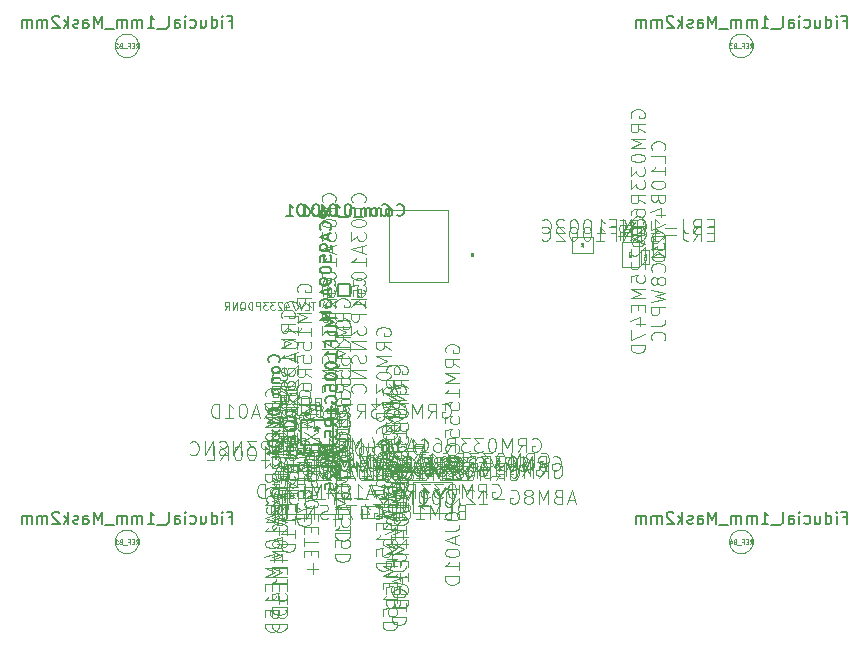
<source format=gbr>
G04 #@! TF.GenerationSoftware,KiCad,Pcbnew,(5.1.5)-3*
G04 #@! TF.CreationDate,2020-10-01T12:08:49+09:00*
G04 #@! TF.ProjectId,WF_Board,57465f42-6f61-4726-942e-6b696361645f,rev?*
G04 #@! TF.SameCoordinates,Original*
G04 #@! TF.FileFunction,Other,Fab,Bot*
%FSLAX46Y46*%
G04 Gerber Fmt 4.6, Leading zero omitted, Abs format (unit mm)*
G04 Created by KiCad (PCBNEW (5.1.5)-3) date 2020-10-01 12:08:49*
%MOMM*%
%LPD*%
G04 APERTURE LIST*
%ADD10C,0.152400*%
%ADD11C,0.127000*%
%ADD12C,0.120000*%
%ADD13C,0.100000*%
%ADD14C,0.150000*%
%ADD15C,0.015000*%
%ADD16C,0.025400*%
%ADD17C,0.060000*%
%ADD18C,0.040000*%
G04 APERTURE END LIST*
D10*
X126893320Y-107824400D02*
X126693320Y-107624400D01*
X126693320Y-105665400D02*
X129436520Y-105665400D01*
X129436520Y-105665400D02*
X129436520Y-107824400D01*
X129436520Y-107824400D02*
X126693320Y-107824400D01*
X126693320Y-107824400D02*
X126693320Y-105665400D01*
D11*
X129900000Y-94200000D02*
X129900000Y-95200000D01*
X129900000Y-95200000D02*
X130900000Y-95200000D01*
X130900000Y-95200000D02*
X130900000Y-94200000D01*
X130900000Y-94200000D02*
X129900000Y-94200000D01*
D12*
X128970000Y-94595000D02*
X128970000Y-95235000D01*
X129310000Y-94595000D02*
X128970000Y-94595000D01*
X129310000Y-95235000D02*
X129310000Y-94595000D01*
X128970000Y-95235000D02*
X129310000Y-95235000D01*
X131830000Y-95240000D02*
X131830000Y-94600000D01*
X131490000Y-95240000D02*
X131830000Y-95240000D01*
X131490000Y-94600000D02*
X131490000Y-95240000D01*
X131830000Y-94600000D02*
X131490000Y-94600000D01*
X133940000Y-108440000D02*
X133940000Y-107800000D01*
X133600000Y-108440000D02*
X133940000Y-108440000D01*
X133600000Y-107800000D02*
X133600000Y-108440000D01*
X133940000Y-107800000D02*
X133600000Y-107800000D01*
X157511400Y-91849880D02*
X157511400Y-90089880D01*
X156551400Y-91849880D02*
X157511400Y-91849880D01*
X156551400Y-90089880D02*
X156551400Y-91849880D01*
X157511400Y-90089880D02*
X156551400Y-90089880D01*
X138870240Y-109217380D02*
X138230240Y-109217380D01*
X138870240Y-109557380D02*
X138870240Y-109217380D01*
X138230240Y-109557380D02*
X138870240Y-109557380D01*
X138230240Y-109217380D02*
X138230240Y-109557380D01*
X126171900Y-107462340D02*
X126171900Y-105702340D01*
X125211900Y-107462340D02*
X126171900Y-107462340D01*
X125211900Y-105702340D02*
X125211900Y-107462340D01*
X126171900Y-105702340D02*
X125211900Y-105702340D01*
X132993500Y-111900920D02*
X133633500Y-111900920D01*
X132993500Y-111560920D02*
X132993500Y-111900920D01*
X133633500Y-111560920D02*
X132993500Y-111560920D01*
X133633500Y-111900920D02*
X133633500Y-111560920D01*
X134745140Y-111637780D02*
X134745140Y-110997780D01*
X134405140Y-111637780D02*
X134745140Y-111637780D01*
X134405140Y-110997780D02*
X134405140Y-111637780D01*
X134745140Y-110997780D02*
X134405140Y-110997780D01*
X126746200Y-103802700D02*
X126746200Y-104962700D01*
X127406200Y-103802700D02*
X126746200Y-103802700D01*
X127406200Y-104962700D02*
X127406200Y-103802700D01*
X126746200Y-104962700D02*
X127406200Y-104962700D01*
X136532600Y-110197440D02*
X137692600Y-110197440D01*
X136532600Y-109537440D02*
X136532600Y-110197440D01*
X137692600Y-109537440D02*
X136532600Y-109537440D01*
X137692600Y-110197440D02*
X137692600Y-109537440D01*
X125131240Y-112202340D02*
X125131240Y-111562340D01*
X124791240Y-112202340D02*
X125131240Y-112202340D01*
X124791240Y-111562340D02*
X124791240Y-112202340D01*
X125131240Y-111562340D02*
X124791240Y-111562340D01*
X139916560Y-110018180D02*
X139916560Y-108858180D01*
X139256560Y-110018180D02*
X139916560Y-110018180D01*
X139256560Y-108858180D02*
X139256560Y-110018180D01*
X139916560Y-108858180D02*
X139256560Y-108858180D01*
X134748060Y-112294800D02*
X134748060Y-113454800D01*
X135408060Y-112294800D02*
X134748060Y-112294800D01*
X135408060Y-113454800D02*
X135408060Y-112294800D01*
X134748060Y-113454800D02*
X135408060Y-113454800D01*
X125430320Y-108294120D02*
X126070320Y-108294120D01*
X125430320Y-107954120D02*
X125430320Y-108294120D01*
X126070320Y-107954120D02*
X125430320Y-107954120D01*
X126070320Y-108294120D02*
X126070320Y-107954120D01*
X125437960Y-103152180D02*
X125437960Y-104912180D01*
X126397960Y-103152180D02*
X125437960Y-103152180D01*
X126397960Y-104912180D02*
X126397960Y-103152180D01*
X125437960Y-104912180D02*
X126397960Y-104912180D01*
X129977080Y-105060500D02*
X129977080Y-106220500D01*
X130637080Y-105060500D02*
X129977080Y-105060500D01*
X130637080Y-106220500D02*
X130637080Y-105060500D01*
X129977080Y-106220500D02*
X130637080Y-106220500D01*
X155315340Y-92738540D02*
X155315340Y-90578540D01*
X153915340Y-92738540D02*
X155315340Y-92738540D01*
X153915340Y-90578540D02*
X153915340Y-92738540D01*
X155315340Y-90578540D02*
X153915340Y-90578540D01*
X125579020Y-109506900D02*
X125579020Y-113606900D01*
X129679020Y-109506900D02*
X125579020Y-109506900D01*
X129679020Y-113606900D02*
X129679020Y-109506900D01*
X125579020Y-113606900D02*
X129679020Y-113606900D01*
X124791240Y-112976440D02*
X124791240Y-113616440D01*
X125131240Y-112976440D02*
X124791240Y-112976440D01*
X125131240Y-113616440D02*
X125131240Y-112976440D01*
X124791240Y-113616440D02*
X125131240Y-113616440D01*
X124158780Y-112977120D02*
X124158780Y-113617120D01*
X124498780Y-112977120D02*
X124158780Y-112977120D01*
X124498780Y-113617120D02*
X124498780Y-112977120D01*
X124158780Y-113617120D02*
X124498780Y-113617120D01*
X135959400Y-109268180D02*
X135319400Y-109268180D01*
X135959400Y-109608180D02*
X135959400Y-109268180D01*
X135319400Y-109608180D02*
X135959400Y-109608180D01*
X135319400Y-109268180D02*
X135319400Y-109608180D01*
X135161160Y-110075900D02*
X134521160Y-110075900D01*
X135161160Y-110415900D02*
X135161160Y-110075900D01*
X134521160Y-110415900D02*
X135161160Y-110415900D01*
X134521160Y-110075900D02*
X134521160Y-110415900D01*
X134463200Y-113499600D02*
X134463200Y-112859600D01*
X134123200Y-113499600D02*
X134463200Y-113499600D01*
X134123200Y-112859600D02*
X134123200Y-113499600D01*
X134463200Y-112859600D02*
X134123200Y-112859600D01*
X135412040Y-111639440D02*
X135412040Y-110999440D01*
X135072040Y-111639440D02*
X135412040Y-111639440D01*
X135072040Y-110999440D02*
X135072040Y-111639440D01*
X135412040Y-110999440D02*
X135072040Y-110999440D01*
X133608720Y-112992020D02*
X131808720Y-112992020D01*
X133608720Y-113992020D02*
X133608720Y-112992020D01*
X131808720Y-113992020D02*
X133608720Y-113992020D01*
X131808720Y-112992020D02*
X131808720Y-113992020D01*
X133826680Y-109740820D02*
X132026680Y-109740820D01*
X133826680Y-110740820D02*
X133826680Y-109740820D01*
X132026680Y-110740820D02*
X133826680Y-110740820D01*
X132026680Y-109740820D02*
X132026680Y-110740820D01*
X138868380Y-109834600D02*
X138228380Y-109834600D01*
X138868380Y-110174600D02*
X138868380Y-109834600D01*
X138228380Y-110174600D02*
X138868380Y-110174600D01*
X138228380Y-109834600D02*
X138228380Y-110174600D01*
X137103160Y-109270360D02*
X137743160Y-109270360D01*
X137103160Y-108930360D02*
X137103160Y-109270360D01*
X137743160Y-108930360D02*
X137103160Y-108930360D01*
X137743160Y-109270360D02*
X137743160Y-108930360D01*
D13*
X165000000Y-74000000D02*
G75*
G03X165000000Y-74000000I-1000000J0D01*
G01*
X165000000Y-116000000D02*
G75*
G03X165000000Y-116000000I-1000000J0D01*
G01*
X113000000Y-116000000D02*
G75*
G03X113000000Y-116000000I-1000000J0D01*
G01*
X113000000Y-116000000D02*
G75*
G03X113000000Y-116000000I-1000000J0D01*
G01*
X113000000Y-116000000D02*
G75*
G03X113000000Y-116000000I-1000000J0D01*
G01*
X113000000Y-74000000D02*
G75*
G03X113000000Y-74000000I-1000000J0D01*
G01*
D12*
X129553340Y-108373220D02*
X128913340Y-108373220D01*
X129553340Y-108713220D02*
X129553340Y-108373220D01*
X128913340Y-108713220D02*
X129553340Y-108713220D01*
X128913340Y-108373220D02*
X128913340Y-108713220D01*
X128259120Y-108373220D02*
X127619120Y-108373220D01*
X128259120Y-108713220D02*
X128259120Y-108373220D01*
X127619120Y-108713220D02*
X128259120Y-108713220D01*
X127619120Y-108373220D02*
X127619120Y-108713220D01*
D13*
X128400620Y-104796200D02*
X128400620Y-103796200D01*
X127900620Y-104796200D02*
X128400620Y-104796200D01*
X127900620Y-103796200D02*
X127900620Y-104796200D01*
X128400620Y-103796200D02*
X127900620Y-103796200D01*
D12*
X130626920Y-108023400D02*
X130626920Y-106863400D01*
X129966920Y-108023400D02*
X130626920Y-108023400D01*
X129966920Y-106863400D02*
X129966920Y-108023400D01*
X130626920Y-106863400D02*
X129966920Y-106863400D01*
X129572980Y-104784200D02*
X128932980Y-104784200D01*
X129572980Y-105124200D02*
X129572980Y-104784200D01*
X128932980Y-105124200D02*
X129572980Y-105124200D01*
X128932980Y-104784200D02*
X128932980Y-105124200D01*
X136173800Y-113542340D02*
X139473800Y-113542340D01*
X136173800Y-110942340D02*
X136173800Y-113542340D01*
X139473800Y-110942340D02*
X136173800Y-110942340D01*
X139473800Y-113542340D02*
X139473800Y-110942340D01*
X136381120Y-108013060D02*
X137021120Y-108013060D01*
X136381120Y-107673060D02*
X136381120Y-108013060D01*
X137021120Y-107673060D02*
X136381120Y-107673060D01*
X137021120Y-108013060D02*
X137021120Y-107673060D01*
X139153120Y-87876780D02*
X134213120Y-87876780D01*
X134213120Y-87876780D02*
X134213120Y-94016780D01*
X134213120Y-94016780D02*
X139153120Y-94016780D01*
X139153120Y-94016780D02*
X139153120Y-87876780D01*
X154763940Y-89148340D02*
X154123940Y-89148340D01*
X154763940Y-89488340D02*
X154763940Y-89148340D01*
X154123940Y-89488340D02*
X154763940Y-89488340D01*
X154123940Y-89148340D02*
X154123940Y-89488340D01*
X154742940Y-89783340D02*
X154102940Y-89783340D01*
X154742940Y-90123340D02*
X154742940Y-89783340D01*
X154102940Y-90123340D02*
X154742940Y-90123340D01*
X154102940Y-89783340D02*
X154102940Y-90123340D01*
X155141940Y-89379340D02*
X155141940Y-90019340D01*
X155481940Y-89379340D02*
X155141940Y-89379340D01*
X155481940Y-90019340D02*
X155481940Y-89379340D01*
X155141940Y-90019340D02*
X155481940Y-90019340D01*
X151455940Y-91550340D02*
X151455940Y-90170340D01*
X149675940Y-91550340D02*
X151455940Y-91550340D01*
X149675940Y-90170340D02*
X149675940Y-91550340D01*
X151455940Y-90170340D02*
X149675940Y-90170340D01*
X156187920Y-91312120D02*
X155527920Y-91312120D01*
X155527920Y-91312120D02*
X155527920Y-92472120D01*
X155527920Y-92472120D02*
X156187920Y-92472120D01*
X156187920Y-92472120D02*
X156187920Y-91312120D01*
D14*
X128064920Y-106197280D02*
X128064920Y-106435376D01*
X128303015Y-106340138D02*
X128064920Y-106435376D01*
X127826824Y-106340138D01*
X128207777Y-106625852D02*
X128064920Y-106435376D01*
X127922062Y-106625852D01*
X126296415Y-107711566D02*
X125820224Y-107711566D01*
X126391653Y-107997280D02*
X126058320Y-106997280D01*
X125724986Y-107997280D01*
X126272605Y-105873471D02*
X125939272Y-105873471D01*
X125796415Y-106397280D02*
X126272605Y-106397280D01*
X126272605Y-105397280D01*
X125796415Y-105397280D01*
X127517300Y-108745114D02*
X127517300Y-108173685D01*
X127517300Y-108459400D02*
X126517300Y-108459400D01*
X126660158Y-108364161D01*
X126755396Y-108268923D01*
X126803015Y-108173685D01*
X128517300Y-108649876D02*
X128517300Y-108459400D01*
X128564920Y-108364161D01*
X128612539Y-108316542D01*
X128755396Y-108221304D01*
X128945872Y-108173685D01*
X129326824Y-108173685D01*
X129422062Y-108221304D01*
X129469681Y-108268923D01*
X129517300Y-108364161D01*
X129517300Y-108554638D01*
X129469681Y-108649876D01*
X129422062Y-108697495D01*
X129326824Y-108745114D01*
X129088729Y-108745114D01*
X128993491Y-108697495D01*
X128945872Y-108649876D01*
X128898253Y-108554638D01*
X128898253Y-108364161D01*
X128945872Y-108268923D01*
X128993491Y-108221304D01*
X129088729Y-108173685D01*
D15*
X127955276Y-95693123D02*
X127589561Y-95693123D01*
X127772419Y-96333123D02*
X127772419Y-95693123D01*
X127071466Y-96333123D02*
X127376228Y-96333123D01*
X127376228Y-95693123D01*
X126949561Y-95693123D02*
X126736228Y-96333123D01*
X126522895Y-95693123D01*
X126370514Y-95693123D02*
X125943847Y-95693123D01*
X126218133Y-96333123D01*
X125425752Y-95906457D02*
X125425752Y-96333123D01*
X125578133Y-95662647D02*
X125730514Y-96119790D01*
X125334323Y-96119790D01*
X125120990Y-95754076D02*
X125090514Y-95723600D01*
X125029561Y-95693123D01*
X124877180Y-95693123D01*
X124816228Y-95723600D01*
X124785752Y-95754076D01*
X124755276Y-95815028D01*
X124755276Y-95875980D01*
X124785752Y-95967409D01*
X125151466Y-96333123D01*
X124755276Y-96333123D01*
X124541942Y-95693123D02*
X124145752Y-95693123D01*
X124359085Y-95936933D01*
X124267657Y-95936933D01*
X124206704Y-95967409D01*
X124176228Y-95997885D01*
X124145752Y-96058838D01*
X124145752Y-96211219D01*
X124176228Y-96272171D01*
X124206704Y-96302647D01*
X124267657Y-96333123D01*
X124450514Y-96333123D01*
X124511466Y-96302647D01*
X124541942Y-96272171D01*
X123932419Y-95693123D02*
X123536228Y-95693123D01*
X123749561Y-95936933D01*
X123658133Y-95936933D01*
X123597180Y-95967409D01*
X123566704Y-95997885D01*
X123536228Y-96058838D01*
X123536228Y-96211219D01*
X123566704Y-96272171D01*
X123597180Y-96302647D01*
X123658133Y-96333123D01*
X123840990Y-96333123D01*
X123901942Y-96302647D01*
X123932419Y-96272171D01*
X123261942Y-96333123D02*
X123261942Y-95693123D01*
X123018133Y-95693123D01*
X122957180Y-95723600D01*
X122926704Y-95754076D01*
X122896228Y-95815028D01*
X122896228Y-95906457D01*
X122926704Y-95967409D01*
X122957180Y-95997885D01*
X123018133Y-96028361D01*
X123261942Y-96028361D01*
X122621942Y-96333123D02*
X122621942Y-95693123D01*
X122469561Y-95693123D01*
X122378133Y-95723600D01*
X122317180Y-95784552D01*
X122286704Y-95845504D01*
X122256228Y-95967409D01*
X122256228Y-96058838D01*
X122286704Y-96180742D01*
X122317180Y-96241695D01*
X122378133Y-96302647D01*
X122469561Y-96333123D01*
X122621942Y-96333123D01*
X121555276Y-96394076D02*
X121616228Y-96363600D01*
X121677180Y-96302647D01*
X121768609Y-96211219D01*
X121829561Y-96180742D01*
X121890514Y-96180742D01*
X121860038Y-96333123D02*
X121920990Y-96302647D01*
X121981942Y-96241695D01*
X122012419Y-96119790D01*
X122012419Y-95906457D01*
X121981942Y-95784552D01*
X121920990Y-95723600D01*
X121860038Y-95693123D01*
X121738133Y-95693123D01*
X121677180Y-95723600D01*
X121616228Y-95784552D01*
X121585752Y-95906457D01*
X121585752Y-96119790D01*
X121616228Y-96241695D01*
X121677180Y-96302647D01*
X121738133Y-96333123D01*
X121860038Y-96333123D01*
X121311466Y-96333123D02*
X121311466Y-95693123D01*
X120945752Y-96333123D01*
X120945752Y-95693123D01*
X120275276Y-96333123D02*
X120488609Y-96028361D01*
X120640990Y-96333123D02*
X120640990Y-95693123D01*
X120397180Y-95693123D01*
X120336228Y-95723600D01*
X120305752Y-95754076D01*
X120275276Y-95815028D01*
X120275276Y-95906457D01*
X120305752Y-95967409D01*
X120336228Y-95997885D01*
X120397180Y-96028361D01*
X120640990Y-96028361D01*
D13*
X129497142Y-94272142D02*
X129544761Y-94224523D01*
X129592380Y-94081666D01*
X129592380Y-93986428D01*
X129544761Y-93843571D01*
X129449523Y-93748333D01*
X129354285Y-93700714D01*
X129163809Y-93653095D01*
X129020952Y-93653095D01*
X128830476Y-93700714D01*
X128735238Y-93748333D01*
X128640000Y-93843571D01*
X128592380Y-93986428D01*
X128592380Y-94081666D01*
X128640000Y-94224523D01*
X128687619Y-94272142D01*
X128592380Y-95176904D02*
X128592380Y-94700714D01*
X129068571Y-94653095D01*
X129020952Y-94700714D01*
X128973333Y-94795952D01*
X128973333Y-95034047D01*
X129020952Y-95129285D01*
X129068571Y-95176904D01*
X129163809Y-95224523D01*
X129401904Y-95224523D01*
X129497142Y-95176904D01*
X129544761Y-95129285D01*
X129592380Y-95034047D01*
X129592380Y-94795952D01*
X129544761Y-94700714D01*
X129497142Y-94653095D01*
X128687619Y-95605476D02*
X128640000Y-95653095D01*
X128592380Y-95748333D01*
X128592380Y-95986428D01*
X128640000Y-96081666D01*
X128687619Y-96129285D01*
X128782857Y-96176904D01*
X128878095Y-96176904D01*
X129020952Y-96129285D01*
X129592380Y-95557857D01*
X129592380Y-96176904D01*
D12*
X129568571Y-87229285D02*
X129625714Y-87172142D01*
X129682857Y-87000714D01*
X129682857Y-86886428D01*
X129625714Y-86715000D01*
X129511428Y-86600714D01*
X129397142Y-86543571D01*
X129168571Y-86486428D01*
X128997142Y-86486428D01*
X128768571Y-86543571D01*
X128654285Y-86600714D01*
X128540000Y-86715000D01*
X128482857Y-86886428D01*
X128482857Y-87000714D01*
X128540000Y-87172142D01*
X128597142Y-87229285D01*
X129682857Y-88315000D02*
X129682857Y-87743571D01*
X128482857Y-87743571D01*
X128482857Y-88943571D02*
X128482857Y-89057857D01*
X128540000Y-89172142D01*
X128597142Y-89229285D01*
X128711428Y-89286428D01*
X128940000Y-89343571D01*
X129225714Y-89343571D01*
X129454285Y-89286428D01*
X129568571Y-89229285D01*
X129625714Y-89172142D01*
X129682857Y-89057857D01*
X129682857Y-88943571D01*
X129625714Y-88829285D01*
X129568571Y-88772142D01*
X129454285Y-88715000D01*
X129225714Y-88657857D01*
X128940000Y-88657857D01*
X128711428Y-88715000D01*
X128597142Y-88772142D01*
X128540000Y-88829285D01*
X128482857Y-88943571D01*
X128482857Y-89743571D02*
X128482857Y-90486428D01*
X128940000Y-90086428D01*
X128940000Y-90257857D01*
X128997142Y-90372142D01*
X129054285Y-90429285D01*
X129168571Y-90486428D01*
X129454285Y-90486428D01*
X129568571Y-90429285D01*
X129625714Y-90372142D01*
X129682857Y-90257857D01*
X129682857Y-89915000D01*
X129625714Y-89800714D01*
X129568571Y-89743571D01*
X129340000Y-90943571D02*
X129340000Y-91515000D01*
X129682857Y-90829285D02*
X128482857Y-91229285D01*
X129682857Y-91629285D01*
X129682857Y-92657857D02*
X129682857Y-91972142D01*
X129682857Y-92315000D02*
X128482857Y-92315000D01*
X128654285Y-92200714D01*
X128768571Y-92086428D01*
X128825714Y-91972142D01*
X128482857Y-93400714D02*
X128482857Y-93515000D01*
X128540000Y-93629285D01*
X128597142Y-93686428D01*
X128711428Y-93743571D01*
X128940000Y-93800714D01*
X129225714Y-93800714D01*
X129454285Y-93743571D01*
X129568571Y-93686428D01*
X129625714Y-93629285D01*
X129682857Y-93515000D01*
X129682857Y-93400714D01*
X129625714Y-93286428D01*
X129568571Y-93229285D01*
X129454285Y-93172142D01*
X129225714Y-93115000D01*
X128940000Y-93115000D01*
X128711428Y-93172142D01*
X128597142Y-93229285D01*
X128540000Y-93286428D01*
X128482857Y-93400714D01*
X128482857Y-94886428D02*
X128482857Y-94315000D01*
X129054285Y-94257857D01*
X128997142Y-94315000D01*
X128940000Y-94429285D01*
X128940000Y-94715000D01*
X128997142Y-94829285D01*
X129054285Y-94886428D01*
X129168571Y-94943571D01*
X129454285Y-94943571D01*
X129568571Y-94886428D01*
X129625714Y-94829285D01*
X129682857Y-94715000D01*
X129682857Y-94429285D01*
X129625714Y-94315000D01*
X129568571Y-94257857D01*
X129682857Y-95457857D02*
X128482857Y-95457857D01*
X129682857Y-96143571D02*
X128997142Y-95629285D01*
X128482857Y-96143571D02*
X129168571Y-95457857D01*
X129682857Y-96657857D02*
X128482857Y-96657857D01*
X128482857Y-97115000D01*
X128540000Y-97229285D01*
X128597142Y-97286428D01*
X128711428Y-97343571D01*
X128882857Y-97343571D01*
X128997142Y-97286428D01*
X129054285Y-97229285D01*
X129111428Y-97115000D01*
X129111428Y-96657857D01*
X128482857Y-97743571D02*
X128482857Y-98486428D01*
X128940000Y-98086428D01*
X128940000Y-98257857D01*
X128997142Y-98372142D01*
X129054285Y-98429285D01*
X129168571Y-98486428D01*
X129454285Y-98486428D01*
X129568571Y-98429285D01*
X129625714Y-98372142D01*
X129682857Y-98257857D01*
X129682857Y-97915000D01*
X129625714Y-97800714D01*
X129568571Y-97743571D01*
X129682857Y-99000714D02*
X128482857Y-99000714D01*
X129682857Y-99686428D01*
X128482857Y-99686428D01*
X129625714Y-100200714D02*
X129682857Y-100372142D01*
X129682857Y-100657857D01*
X129625714Y-100772142D01*
X129568571Y-100829285D01*
X129454285Y-100886428D01*
X129340000Y-100886428D01*
X129225714Y-100829285D01*
X129168571Y-100772142D01*
X129111428Y-100657857D01*
X129054285Y-100429285D01*
X128997142Y-100315000D01*
X128940000Y-100257857D01*
X128825714Y-100200714D01*
X128711428Y-100200714D01*
X128597142Y-100257857D01*
X128540000Y-100315000D01*
X128482857Y-100429285D01*
X128482857Y-100715000D01*
X128540000Y-100886428D01*
X129682857Y-101400714D02*
X128482857Y-101400714D01*
X129682857Y-102086428D01*
X128482857Y-102086428D01*
X129568571Y-103343571D02*
X129625714Y-103286428D01*
X129682857Y-103115000D01*
X129682857Y-103000714D01*
X129625714Y-102829285D01*
X129511428Y-102715000D01*
X129397142Y-102657857D01*
X129168571Y-102600714D01*
X128997142Y-102600714D01*
X128768571Y-102657857D01*
X128654285Y-102715000D01*
X128540000Y-102829285D01*
X128482857Y-103000714D01*
X128482857Y-103115000D01*
X128540000Y-103286428D01*
X128597142Y-103343571D01*
D13*
X132017142Y-94277142D02*
X132064761Y-94229523D01*
X132112380Y-94086666D01*
X132112380Y-93991428D01*
X132064761Y-93848571D01*
X131969523Y-93753333D01*
X131874285Y-93705714D01*
X131683809Y-93658095D01*
X131540952Y-93658095D01*
X131350476Y-93705714D01*
X131255238Y-93753333D01*
X131160000Y-93848571D01*
X131112380Y-93991428D01*
X131112380Y-94086666D01*
X131160000Y-94229523D01*
X131207619Y-94277142D01*
X131112380Y-95181904D02*
X131112380Y-94705714D01*
X131588571Y-94658095D01*
X131540952Y-94705714D01*
X131493333Y-94800952D01*
X131493333Y-95039047D01*
X131540952Y-95134285D01*
X131588571Y-95181904D01*
X131683809Y-95229523D01*
X131921904Y-95229523D01*
X132017142Y-95181904D01*
X132064761Y-95134285D01*
X132112380Y-95039047D01*
X132112380Y-94800952D01*
X132064761Y-94705714D01*
X132017142Y-94658095D01*
X132112380Y-96181904D02*
X132112380Y-95610476D01*
X132112380Y-95896190D02*
X131112380Y-95896190D01*
X131255238Y-95800952D01*
X131350476Y-95705714D01*
X131398095Y-95610476D01*
D12*
X132088571Y-87234285D02*
X132145714Y-87177142D01*
X132202857Y-87005714D01*
X132202857Y-86891428D01*
X132145714Y-86720000D01*
X132031428Y-86605714D01*
X131917142Y-86548571D01*
X131688571Y-86491428D01*
X131517142Y-86491428D01*
X131288571Y-86548571D01*
X131174285Y-86605714D01*
X131060000Y-86720000D01*
X131002857Y-86891428D01*
X131002857Y-87005714D01*
X131060000Y-87177142D01*
X131117142Y-87234285D01*
X132202857Y-88320000D02*
X132202857Y-87748571D01*
X131002857Y-87748571D01*
X131002857Y-88948571D02*
X131002857Y-89062857D01*
X131060000Y-89177142D01*
X131117142Y-89234285D01*
X131231428Y-89291428D01*
X131460000Y-89348571D01*
X131745714Y-89348571D01*
X131974285Y-89291428D01*
X132088571Y-89234285D01*
X132145714Y-89177142D01*
X132202857Y-89062857D01*
X132202857Y-88948571D01*
X132145714Y-88834285D01*
X132088571Y-88777142D01*
X131974285Y-88720000D01*
X131745714Y-88662857D01*
X131460000Y-88662857D01*
X131231428Y-88720000D01*
X131117142Y-88777142D01*
X131060000Y-88834285D01*
X131002857Y-88948571D01*
X131002857Y-89748571D02*
X131002857Y-90491428D01*
X131460000Y-90091428D01*
X131460000Y-90262857D01*
X131517142Y-90377142D01*
X131574285Y-90434285D01*
X131688571Y-90491428D01*
X131974285Y-90491428D01*
X132088571Y-90434285D01*
X132145714Y-90377142D01*
X132202857Y-90262857D01*
X132202857Y-89920000D01*
X132145714Y-89805714D01*
X132088571Y-89748571D01*
X131860000Y-90948571D02*
X131860000Y-91520000D01*
X132202857Y-90834285D02*
X131002857Y-91234285D01*
X132202857Y-91634285D01*
X132202857Y-92662857D02*
X132202857Y-91977142D01*
X132202857Y-92320000D02*
X131002857Y-92320000D01*
X131174285Y-92205714D01*
X131288571Y-92091428D01*
X131345714Y-91977142D01*
X131002857Y-93405714D02*
X131002857Y-93520000D01*
X131060000Y-93634285D01*
X131117142Y-93691428D01*
X131231428Y-93748571D01*
X131460000Y-93805714D01*
X131745714Y-93805714D01*
X131974285Y-93748571D01*
X132088571Y-93691428D01*
X132145714Y-93634285D01*
X132202857Y-93520000D01*
X132202857Y-93405714D01*
X132145714Y-93291428D01*
X132088571Y-93234285D01*
X131974285Y-93177142D01*
X131745714Y-93120000D01*
X131460000Y-93120000D01*
X131231428Y-93177142D01*
X131117142Y-93234285D01*
X131060000Y-93291428D01*
X131002857Y-93405714D01*
X131002857Y-94891428D02*
X131002857Y-94320000D01*
X131574285Y-94262857D01*
X131517142Y-94320000D01*
X131460000Y-94434285D01*
X131460000Y-94720000D01*
X131517142Y-94834285D01*
X131574285Y-94891428D01*
X131688571Y-94948571D01*
X131974285Y-94948571D01*
X132088571Y-94891428D01*
X132145714Y-94834285D01*
X132202857Y-94720000D01*
X132202857Y-94434285D01*
X132145714Y-94320000D01*
X132088571Y-94262857D01*
X132202857Y-95462857D02*
X131002857Y-95462857D01*
X132202857Y-96148571D02*
X131517142Y-95634285D01*
X131002857Y-96148571D02*
X131688571Y-95462857D01*
X132202857Y-96662857D02*
X131002857Y-96662857D01*
X131002857Y-97120000D01*
X131060000Y-97234285D01*
X131117142Y-97291428D01*
X131231428Y-97348571D01*
X131402857Y-97348571D01*
X131517142Y-97291428D01*
X131574285Y-97234285D01*
X131631428Y-97120000D01*
X131631428Y-96662857D01*
X131002857Y-97748571D02*
X131002857Y-98491428D01*
X131460000Y-98091428D01*
X131460000Y-98262857D01*
X131517142Y-98377142D01*
X131574285Y-98434285D01*
X131688571Y-98491428D01*
X131974285Y-98491428D01*
X132088571Y-98434285D01*
X132145714Y-98377142D01*
X132202857Y-98262857D01*
X132202857Y-97920000D01*
X132145714Y-97805714D01*
X132088571Y-97748571D01*
X132202857Y-99005714D02*
X131002857Y-99005714D01*
X132202857Y-99691428D01*
X131002857Y-99691428D01*
X132145714Y-100205714D02*
X132202857Y-100377142D01*
X132202857Y-100662857D01*
X132145714Y-100777142D01*
X132088571Y-100834285D01*
X131974285Y-100891428D01*
X131860000Y-100891428D01*
X131745714Y-100834285D01*
X131688571Y-100777142D01*
X131631428Y-100662857D01*
X131574285Y-100434285D01*
X131517142Y-100320000D01*
X131460000Y-100262857D01*
X131345714Y-100205714D01*
X131231428Y-100205714D01*
X131117142Y-100262857D01*
X131060000Y-100320000D01*
X131002857Y-100434285D01*
X131002857Y-100720000D01*
X131060000Y-100891428D01*
X132202857Y-101405714D02*
X131002857Y-101405714D01*
X132202857Y-102091428D01*
X131002857Y-102091428D01*
X132088571Y-103348571D02*
X132145714Y-103291428D01*
X132202857Y-103120000D01*
X132202857Y-103005714D01*
X132145714Y-102834285D01*
X132031428Y-102720000D01*
X131917142Y-102662857D01*
X131688571Y-102605714D01*
X131517142Y-102605714D01*
X131288571Y-102662857D01*
X131174285Y-102720000D01*
X131060000Y-102834285D01*
X131002857Y-103005714D01*
X131002857Y-103120000D01*
X131060000Y-103291428D01*
X131117142Y-103348571D01*
D13*
X134127142Y-107953333D02*
X134174761Y-107905714D01*
X134222380Y-107762857D01*
X134222380Y-107667619D01*
X134174761Y-107524761D01*
X134079523Y-107429523D01*
X133984285Y-107381904D01*
X133793809Y-107334285D01*
X133650952Y-107334285D01*
X133460476Y-107381904D01*
X133365238Y-107429523D01*
X133270000Y-107524761D01*
X133222380Y-107667619D01*
X133222380Y-107762857D01*
X133270000Y-107905714D01*
X133317619Y-107953333D01*
X133222380Y-108810476D02*
X133222380Y-108620000D01*
X133270000Y-108524761D01*
X133317619Y-108477142D01*
X133460476Y-108381904D01*
X133650952Y-108334285D01*
X134031904Y-108334285D01*
X134127142Y-108381904D01*
X134174761Y-108429523D01*
X134222380Y-108524761D01*
X134222380Y-108715238D01*
X134174761Y-108810476D01*
X134127142Y-108858095D01*
X134031904Y-108905714D01*
X133793809Y-108905714D01*
X133698571Y-108858095D01*
X133650952Y-108810476D01*
X133603333Y-108715238D01*
X133603333Y-108524761D01*
X133650952Y-108429523D01*
X133698571Y-108381904D01*
X133793809Y-108334285D01*
D12*
X133170000Y-98491428D02*
X133112857Y-98377142D01*
X133112857Y-98205714D01*
X133170000Y-98034285D01*
X133284285Y-97920000D01*
X133398571Y-97862857D01*
X133627142Y-97805714D01*
X133798571Y-97805714D01*
X134027142Y-97862857D01*
X134141428Y-97920000D01*
X134255714Y-98034285D01*
X134312857Y-98205714D01*
X134312857Y-98320000D01*
X134255714Y-98491428D01*
X134198571Y-98548571D01*
X133798571Y-98548571D01*
X133798571Y-98320000D01*
X134312857Y-99748571D02*
X133741428Y-99348571D01*
X134312857Y-99062857D02*
X133112857Y-99062857D01*
X133112857Y-99520000D01*
X133170000Y-99634285D01*
X133227142Y-99691428D01*
X133341428Y-99748571D01*
X133512857Y-99748571D01*
X133627142Y-99691428D01*
X133684285Y-99634285D01*
X133741428Y-99520000D01*
X133741428Y-99062857D01*
X134312857Y-100262857D02*
X133112857Y-100262857D01*
X133970000Y-100662857D01*
X133112857Y-101062857D01*
X134312857Y-101062857D01*
X133112857Y-101862857D02*
X133112857Y-101977142D01*
X133170000Y-102091428D01*
X133227142Y-102148571D01*
X133341428Y-102205714D01*
X133570000Y-102262857D01*
X133855714Y-102262857D01*
X134084285Y-102205714D01*
X134198571Y-102148571D01*
X134255714Y-102091428D01*
X134312857Y-101977142D01*
X134312857Y-101862857D01*
X134255714Y-101748571D01*
X134198571Y-101691428D01*
X134084285Y-101634285D01*
X133855714Y-101577142D01*
X133570000Y-101577142D01*
X133341428Y-101634285D01*
X133227142Y-101691428D01*
X133170000Y-101748571D01*
X133112857Y-101862857D01*
X133112857Y-102662857D02*
X133112857Y-103405714D01*
X133570000Y-103005714D01*
X133570000Y-103177142D01*
X133627142Y-103291428D01*
X133684285Y-103348571D01*
X133798571Y-103405714D01*
X134084285Y-103405714D01*
X134198571Y-103348571D01*
X134255714Y-103291428D01*
X134312857Y-103177142D01*
X134312857Y-102834285D01*
X134255714Y-102720000D01*
X134198571Y-102662857D01*
X133112857Y-103805714D02*
X133112857Y-104548571D01*
X133570000Y-104148571D01*
X133570000Y-104320000D01*
X133627142Y-104434285D01*
X133684285Y-104491428D01*
X133798571Y-104548571D01*
X134084285Y-104548571D01*
X134198571Y-104491428D01*
X134255714Y-104434285D01*
X134312857Y-104320000D01*
X134312857Y-103977142D01*
X134255714Y-103862857D01*
X134198571Y-103805714D01*
X134312857Y-105748571D02*
X133741428Y-105348571D01*
X134312857Y-105062857D02*
X133112857Y-105062857D01*
X133112857Y-105520000D01*
X133170000Y-105634285D01*
X133227142Y-105691428D01*
X133341428Y-105748571D01*
X133512857Y-105748571D01*
X133627142Y-105691428D01*
X133684285Y-105634285D01*
X133741428Y-105520000D01*
X133741428Y-105062857D01*
X133112857Y-106777142D02*
X133112857Y-106548571D01*
X133170000Y-106434285D01*
X133227142Y-106377142D01*
X133398571Y-106262857D01*
X133627142Y-106205714D01*
X134084285Y-106205714D01*
X134198571Y-106262857D01*
X134255714Y-106320000D01*
X134312857Y-106434285D01*
X134312857Y-106662857D01*
X134255714Y-106777142D01*
X134198571Y-106834285D01*
X134084285Y-106891428D01*
X133798571Y-106891428D01*
X133684285Y-106834285D01*
X133627142Y-106777142D01*
X133570000Y-106662857D01*
X133570000Y-106434285D01*
X133627142Y-106320000D01*
X133684285Y-106262857D01*
X133798571Y-106205714D01*
X134312857Y-108034285D02*
X134312857Y-107348571D01*
X134312857Y-107691428D02*
X133112857Y-107691428D01*
X133284285Y-107577142D01*
X133398571Y-107462857D01*
X133455714Y-107348571D01*
X133970000Y-108491428D02*
X133970000Y-109062857D01*
X134312857Y-108377142D02*
X133112857Y-108777142D01*
X134312857Y-109177142D01*
X134312857Y-110205714D02*
X134312857Y-109520000D01*
X134312857Y-109862857D02*
X133112857Y-109862857D01*
X133284285Y-109748571D01*
X133398571Y-109634285D01*
X133455714Y-109520000D01*
X133112857Y-110948571D02*
X133112857Y-111062857D01*
X133170000Y-111177142D01*
X133227142Y-111234285D01*
X133341428Y-111291428D01*
X133570000Y-111348571D01*
X133855714Y-111348571D01*
X134084285Y-111291428D01*
X134198571Y-111234285D01*
X134255714Y-111177142D01*
X134312857Y-111062857D01*
X134312857Y-110948571D01*
X134255714Y-110834285D01*
X134198571Y-110777142D01*
X134084285Y-110720000D01*
X133855714Y-110662857D01*
X133570000Y-110662857D01*
X133341428Y-110720000D01*
X133227142Y-110777142D01*
X133170000Y-110834285D01*
X133112857Y-110948571D01*
X133512857Y-112377142D02*
X134312857Y-112377142D01*
X133055714Y-112091428D02*
X133912857Y-111805714D01*
X133912857Y-112548571D01*
X134312857Y-113005714D02*
X133112857Y-113005714D01*
X133970000Y-113405714D01*
X133112857Y-113805714D01*
X134312857Y-113805714D01*
X133684285Y-114377142D02*
X133684285Y-114777142D01*
X134312857Y-114948571D02*
X134312857Y-114377142D01*
X133112857Y-114377142D01*
X133112857Y-114948571D01*
X134312857Y-116091428D02*
X134312857Y-115405714D01*
X134312857Y-115748571D02*
X133112857Y-115748571D01*
X133284285Y-115634285D01*
X133398571Y-115520000D01*
X133455714Y-115405714D01*
X133112857Y-117177142D02*
X133112857Y-116605714D01*
X133684285Y-116548571D01*
X133627142Y-116605714D01*
X133570000Y-116720000D01*
X133570000Y-117005714D01*
X133627142Y-117120000D01*
X133684285Y-117177142D01*
X133798571Y-117234285D01*
X134084285Y-117234285D01*
X134198571Y-117177142D01*
X134255714Y-117120000D01*
X134312857Y-117005714D01*
X134312857Y-116720000D01*
X134255714Y-116605714D01*
X134198571Y-116548571D01*
X134312857Y-117748571D02*
X133112857Y-117748571D01*
X133112857Y-118034285D01*
X133170000Y-118205714D01*
X133284285Y-118320000D01*
X133398571Y-118377142D01*
X133627142Y-118434285D01*
X133798571Y-118434285D01*
X134027142Y-118377142D01*
X134141428Y-118320000D01*
X134255714Y-118205714D01*
X134312857Y-118034285D01*
X134312857Y-117748571D01*
D13*
X157388542Y-90327022D02*
X157436161Y-90279403D01*
X157483780Y-90136546D01*
X157483780Y-90041308D01*
X157436161Y-89898451D01*
X157340923Y-89803213D01*
X157245685Y-89755594D01*
X157055209Y-89707975D01*
X156912352Y-89707975D01*
X156721876Y-89755594D01*
X156626638Y-89803213D01*
X156531400Y-89898451D01*
X156483780Y-90041308D01*
X156483780Y-90136546D01*
X156531400Y-90279403D01*
X156579019Y-90327022D01*
X156483780Y-90660356D02*
X156483780Y-91279403D01*
X156864733Y-90946070D01*
X156864733Y-91088927D01*
X156912352Y-91184165D01*
X156959971Y-91231784D01*
X157055209Y-91279403D01*
X157293304Y-91279403D01*
X157388542Y-91231784D01*
X157436161Y-91184165D01*
X157483780Y-91088927D01*
X157483780Y-90803213D01*
X157436161Y-90707975D01*
X157388542Y-90660356D01*
X156483780Y-91898451D02*
X156483780Y-91993689D01*
X156531400Y-92088927D01*
X156579019Y-92136546D01*
X156674257Y-92184165D01*
X156864733Y-92231784D01*
X157102828Y-92231784D01*
X157293304Y-92184165D01*
X157388542Y-92136546D01*
X157436161Y-92088927D01*
X157483780Y-91993689D01*
X157483780Y-91898451D01*
X157436161Y-91803213D01*
X157388542Y-91755594D01*
X157293304Y-91707975D01*
X157102828Y-91660356D01*
X156864733Y-91660356D01*
X156674257Y-91707975D01*
X156579019Y-91755594D01*
X156531400Y-91803213D01*
X156483780Y-91898451D01*
D12*
X157459971Y-82827022D02*
X157517114Y-82769880D01*
X157574257Y-82598451D01*
X157574257Y-82484165D01*
X157517114Y-82312737D01*
X157402828Y-82198451D01*
X157288542Y-82141308D01*
X157059971Y-82084165D01*
X156888542Y-82084165D01*
X156659971Y-82141308D01*
X156545685Y-82198451D01*
X156431400Y-82312737D01*
X156374257Y-82484165D01*
X156374257Y-82598451D01*
X156431400Y-82769880D01*
X156488542Y-82827022D01*
X157574257Y-83912737D02*
X157574257Y-83341308D01*
X156374257Y-83341308D01*
X157574257Y-84941308D02*
X157574257Y-84255594D01*
X157574257Y-84598451D02*
X156374257Y-84598451D01*
X156545685Y-84484165D01*
X156659971Y-84369880D01*
X156717114Y-84255594D01*
X156374257Y-85684165D02*
X156374257Y-85798451D01*
X156431400Y-85912737D01*
X156488542Y-85969880D01*
X156602828Y-86027022D01*
X156831400Y-86084165D01*
X157117114Y-86084165D01*
X157345685Y-86027022D01*
X157459971Y-85969880D01*
X157517114Y-85912737D01*
X157574257Y-85798451D01*
X157574257Y-85684165D01*
X157517114Y-85569880D01*
X157459971Y-85512737D01*
X157345685Y-85455594D01*
X157117114Y-85398451D01*
X156831400Y-85398451D01*
X156602828Y-85455594D01*
X156488542Y-85512737D01*
X156431400Y-85569880D01*
X156374257Y-85684165D01*
X156945685Y-86998451D02*
X157002828Y-87169879D01*
X157059971Y-87227022D01*
X157174257Y-87284165D01*
X157345685Y-87284165D01*
X157459971Y-87227022D01*
X157517114Y-87169879D01*
X157574257Y-87055594D01*
X157574257Y-86598451D01*
X156374257Y-86598451D01*
X156374257Y-86998451D01*
X156431400Y-87112737D01*
X156488542Y-87169879D01*
X156602828Y-87227022D01*
X156717114Y-87227022D01*
X156831400Y-87169879D01*
X156888542Y-87112737D01*
X156945685Y-86998451D01*
X156945685Y-86598451D01*
X156774257Y-88312737D02*
X157574257Y-88312737D01*
X156317114Y-88027022D02*
X157174257Y-87741308D01*
X157174257Y-88484165D01*
X156374257Y-88827022D02*
X156374257Y-89627022D01*
X157574257Y-89112737D01*
X156488542Y-90027022D02*
X156431400Y-90084165D01*
X156374257Y-90198451D01*
X156374257Y-90484165D01*
X156431400Y-90598451D01*
X156488542Y-90655594D01*
X156602828Y-90712737D01*
X156717114Y-90712737D01*
X156888542Y-90655594D01*
X157574257Y-89969879D01*
X157574257Y-90712737D01*
X157574257Y-91227022D02*
X156374257Y-91227022D01*
X157574257Y-91912737D02*
X156888542Y-91398451D01*
X156374257Y-91912737D02*
X157059971Y-91227022D01*
X157459971Y-93112737D02*
X157517114Y-93055594D01*
X157574257Y-92884165D01*
X157574257Y-92769879D01*
X157517114Y-92598451D01*
X157402828Y-92484165D01*
X157288542Y-92427022D01*
X157059971Y-92369879D01*
X156888542Y-92369879D01*
X156659971Y-92427022D01*
X156545685Y-92484165D01*
X156431400Y-92598451D01*
X156374257Y-92769879D01*
X156374257Y-92884165D01*
X156431400Y-93055594D01*
X156488542Y-93112737D01*
X156888542Y-93798451D02*
X156831400Y-93684165D01*
X156774257Y-93627022D01*
X156659971Y-93569879D01*
X156602828Y-93569879D01*
X156488542Y-93627022D01*
X156431400Y-93684165D01*
X156374257Y-93798451D01*
X156374257Y-94027022D01*
X156431400Y-94141308D01*
X156488542Y-94198451D01*
X156602828Y-94255594D01*
X156659971Y-94255594D01*
X156774257Y-94198451D01*
X156831400Y-94141308D01*
X156888542Y-94027022D01*
X156888542Y-93798451D01*
X156945685Y-93684165D01*
X157002828Y-93627022D01*
X157117114Y-93569879D01*
X157345685Y-93569879D01*
X157459971Y-93627022D01*
X157517114Y-93684165D01*
X157574257Y-93798451D01*
X157574257Y-94027022D01*
X157517114Y-94141308D01*
X157459971Y-94198451D01*
X157345685Y-94255594D01*
X157117114Y-94255594D01*
X157002828Y-94198451D01*
X156945685Y-94141308D01*
X156888542Y-94027022D01*
X156374257Y-94655594D02*
X157574257Y-94941308D01*
X156717114Y-95169879D01*
X157574257Y-95398451D01*
X156374257Y-95684165D01*
X157574257Y-96141308D02*
X156374257Y-96141308D01*
X156374257Y-96598451D01*
X156431400Y-96712737D01*
X156488542Y-96769879D01*
X156602828Y-96827022D01*
X156774257Y-96827022D01*
X156888542Y-96769879D01*
X156945685Y-96712737D01*
X157002828Y-96598451D01*
X157002828Y-96141308D01*
X156374257Y-97684165D02*
X157231400Y-97684165D01*
X157402828Y-97627022D01*
X157517114Y-97512737D01*
X157574257Y-97341308D01*
X157574257Y-97227022D01*
X157459971Y-98941308D02*
X157517114Y-98884165D01*
X157574257Y-98712737D01*
X157574257Y-98598451D01*
X157517114Y-98427022D01*
X157402828Y-98312737D01*
X157288542Y-98255594D01*
X157059971Y-98198451D01*
X156888542Y-98198451D01*
X156659971Y-98255594D01*
X156545685Y-98312737D01*
X156431400Y-98427022D01*
X156374257Y-98598451D01*
X156374257Y-98712737D01*
X156431400Y-98884165D01*
X156488542Y-98941308D01*
D13*
X139193097Y-109744522D02*
X139240716Y-109792141D01*
X139383573Y-109839760D01*
X139478811Y-109839760D01*
X139621668Y-109792141D01*
X139716906Y-109696903D01*
X139764525Y-109601665D01*
X139812144Y-109411189D01*
X139812144Y-109268332D01*
X139764525Y-109077856D01*
X139716906Y-108982618D01*
X139621668Y-108887380D01*
X139478811Y-108839760D01*
X139383573Y-108839760D01*
X139240716Y-108887380D01*
X139193097Y-108934999D01*
X138240716Y-109839760D02*
X138812144Y-109839760D01*
X138526430Y-109839760D02*
X138526430Y-108839760D01*
X138621668Y-108982618D01*
X138716906Y-109077856D01*
X138812144Y-109125475D01*
X137907382Y-108839760D02*
X137288335Y-108839760D01*
X137621668Y-109220713D01*
X137478811Y-109220713D01*
X137383573Y-109268332D01*
X137335954Y-109315951D01*
X137288335Y-109411189D01*
X137288335Y-109649284D01*
X137335954Y-109744522D01*
X137383573Y-109792141D01*
X137478811Y-109839760D01*
X137764525Y-109839760D01*
X137859763Y-109792141D01*
X137907382Y-109744522D01*
D12*
X148064525Y-108787380D02*
X148178811Y-108730237D01*
X148350240Y-108730237D01*
X148521668Y-108787380D01*
X148635954Y-108901665D01*
X148693097Y-109015951D01*
X148750240Y-109244522D01*
X148750240Y-109415951D01*
X148693097Y-109644522D01*
X148635954Y-109758808D01*
X148521668Y-109873094D01*
X148350240Y-109930237D01*
X148235954Y-109930237D01*
X148064525Y-109873094D01*
X148007382Y-109815951D01*
X148007382Y-109415951D01*
X148235954Y-109415951D01*
X146807382Y-109930237D02*
X147207382Y-109358808D01*
X147493097Y-109930237D02*
X147493097Y-108730237D01*
X147035954Y-108730237D01*
X146921668Y-108787380D01*
X146864525Y-108844522D01*
X146807382Y-108958808D01*
X146807382Y-109130237D01*
X146864525Y-109244522D01*
X146921668Y-109301665D01*
X147035954Y-109358808D01*
X147493097Y-109358808D01*
X146293097Y-109930237D02*
X146293097Y-108730237D01*
X145893097Y-109587380D01*
X145493097Y-108730237D01*
X145493097Y-109930237D01*
X144693097Y-108730237D02*
X144578811Y-108730237D01*
X144464525Y-108787380D01*
X144407382Y-108844522D01*
X144350240Y-108958808D01*
X144293097Y-109187380D01*
X144293097Y-109473094D01*
X144350240Y-109701665D01*
X144407382Y-109815951D01*
X144464525Y-109873094D01*
X144578811Y-109930237D01*
X144693097Y-109930237D01*
X144807382Y-109873094D01*
X144864525Y-109815951D01*
X144921668Y-109701665D01*
X144978811Y-109473094D01*
X144978811Y-109187380D01*
X144921668Y-108958808D01*
X144864525Y-108844522D01*
X144807382Y-108787380D01*
X144693097Y-108730237D01*
X143893097Y-108730237D02*
X143150240Y-108730237D01*
X143550240Y-109187380D01*
X143378811Y-109187380D01*
X143264525Y-109244522D01*
X143207382Y-109301665D01*
X143150240Y-109415951D01*
X143150240Y-109701665D01*
X143207382Y-109815951D01*
X143264525Y-109873094D01*
X143378811Y-109930237D01*
X143721668Y-109930237D01*
X143835954Y-109873094D01*
X143893097Y-109815951D01*
X142750240Y-108730237D02*
X142007382Y-108730237D01*
X142407382Y-109187380D01*
X142235954Y-109187380D01*
X142121668Y-109244522D01*
X142064525Y-109301665D01*
X142007382Y-109415951D01*
X142007382Y-109701665D01*
X142064525Y-109815951D01*
X142121668Y-109873094D01*
X142235954Y-109930237D01*
X142578811Y-109930237D01*
X142693097Y-109873094D01*
X142750240Y-109815951D01*
X140807382Y-109930237D02*
X141207382Y-109358808D01*
X141493097Y-109930237D02*
X141493097Y-108730237D01*
X141035954Y-108730237D01*
X140921668Y-108787380D01*
X140864525Y-108844522D01*
X140807382Y-108958808D01*
X140807382Y-109130237D01*
X140864525Y-109244522D01*
X140921668Y-109301665D01*
X141035954Y-109358808D01*
X141493097Y-109358808D01*
X139778811Y-108730237D02*
X140007382Y-108730237D01*
X140121668Y-108787380D01*
X140178811Y-108844522D01*
X140293097Y-109015951D01*
X140350240Y-109244522D01*
X140350240Y-109701665D01*
X140293097Y-109815951D01*
X140235954Y-109873094D01*
X140121668Y-109930237D01*
X139893097Y-109930237D01*
X139778811Y-109873094D01*
X139721668Y-109815951D01*
X139664525Y-109701665D01*
X139664525Y-109415951D01*
X139721668Y-109301665D01*
X139778811Y-109244522D01*
X139893097Y-109187380D01*
X140121668Y-109187380D01*
X140235954Y-109244522D01*
X140293097Y-109301665D01*
X140350240Y-109415951D01*
X138921668Y-108730237D02*
X138807382Y-108730237D01*
X138693097Y-108787380D01*
X138635954Y-108844522D01*
X138578811Y-108958808D01*
X138521668Y-109187380D01*
X138521668Y-109473094D01*
X138578811Y-109701665D01*
X138635954Y-109815951D01*
X138693097Y-109873094D01*
X138807382Y-109930237D01*
X138921668Y-109930237D01*
X139035954Y-109873094D01*
X139093097Y-109815951D01*
X139150240Y-109701665D01*
X139207382Y-109473094D01*
X139207382Y-109187380D01*
X139150240Y-108958808D01*
X139093097Y-108844522D01*
X139035954Y-108787380D01*
X138921668Y-108730237D01*
X137664525Y-108730237D02*
X137664525Y-109587380D01*
X137721668Y-109758808D01*
X137835954Y-109873094D01*
X138007382Y-109930237D01*
X138121668Y-109930237D01*
X136464525Y-109930237D02*
X137150240Y-109930237D01*
X136807382Y-109930237D02*
X136807382Y-108730237D01*
X136921668Y-108901665D01*
X137035954Y-109015951D01*
X137150240Y-109073094D01*
X135721668Y-108730237D02*
X135607382Y-108730237D01*
X135493097Y-108787380D01*
X135435954Y-108844522D01*
X135378811Y-108958808D01*
X135321668Y-109187380D01*
X135321668Y-109473094D01*
X135378811Y-109701665D01*
X135435954Y-109815951D01*
X135493097Y-109873094D01*
X135607382Y-109930237D01*
X135721668Y-109930237D01*
X135835954Y-109873094D01*
X135893097Y-109815951D01*
X135950240Y-109701665D01*
X136007382Y-109473094D01*
X136007382Y-109187380D01*
X135950240Y-108958808D01*
X135893097Y-108844522D01*
X135835954Y-108787380D01*
X135721668Y-108730237D01*
X134235954Y-108730237D02*
X134807382Y-108730237D01*
X134864525Y-109301665D01*
X134807382Y-109244522D01*
X134693097Y-109187380D01*
X134407382Y-109187380D01*
X134293097Y-109244522D01*
X134235954Y-109301665D01*
X134178811Y-109415951D01*
X134178811Y-109701665D01*
X134235954Y-109815951D01*
X134293097Y-109873094D01*
X134407382Y-109930237D01*
X134693097Y-109930237D01*
X134807382Y-109873094D01*
X134864525Y-109815951D01*
X133664525Y-109930237D02*
X133664525Y-108730237D01*
X133264525Y-109587380D01*
X132864525Y-108730237D01*
X132864525Y-109930237D01*
X132293097Y-109301665D02*
X131893097Y-109301665D01*
X131721668Y-109930237D02*
X132293097Y-109930237D01*
X132293097Y-108730237D01*
X131721668Y-108730237D01*
X131264525Y-109587380D02*
X130693097Y-109587380D01*
X131378811Y-109930237D02*
X130978811Y-108730237D01*
X130578811Y-109930237D01*
X130235954Y-108844522D02*
X130178811Y-108787380D01*
X130064525Y-108730237D01*
X129778811Y-108730237D01*
X129664525Y-108787380D01*
X129607382Y-108844522D01*
X129550240Y-108958808D01*
X129550240Y-109073094D01*
X129607382Y-109244522D01*
X130293097Y-109930237D01*
X129550240Y-109930237D01*
X129035954Y-109930237D02*
X129035954Y-108730237D01*
X128750240Y-108730237D01*
X128578811Y-108787380D01*
X128464525Y-108901665D01*
X128407382Y-109015951D01*
X128350240Y-109244522D01*
X128350240Y-109415951D01*
X128407382Y-109644522D01*
X128464525Y-109758808D01*
X128578811Y-109873094D01*
X128750240Y-109930237D01*
X129035954Y-109930237D01*
D13*
X126049042Y-105939482D02*
X126096661Y-105891863D01*
X126144280Y-105749006D01*
X126144280Y-105653768D01*
X126096661Y-105510911D01*
X126001423Y-105415673D01*
X125906185Y-105368054D01*
X125715709Y-105320435D01*
X125572852Y-105320435D01*
X125382376Y-105368054D01*
X125287138Y-105415673D01*
X125191900Y-105510911D01*
X125144280Y-105653768D01*
X125144280Y-105749006D01*
X125191900Y-105891863D01*
X125239519Y-105939482D01*
X126144280Y-106891863D02*
X126144280Y-106320435D01*
X126144280Y-106606149D02*
X125144280Y-106606149D01*
X125287138Y-106510911D01*
X125382376Y-106415673D01*
X125429995Y-106320435D01*
X125144280Y-107796625D02*
X125144280Y-107320435D01*
X125620471Y-107272816D01*
X125572852Y-107320435D01*
X125525233Y-107415673D01*
X125525233Y-107653768D01*
X125572852Y-107749006D01*
X125620471Y-107796625D01*
X125715709Y-107844244D01*
X125953804Y-107844244D01*
X126049042Y-107796625D01*
X126096661Y-107749006D01*
X126144280Y-107653768D01*
X126144280Y-107415673D01*
X126096661Y-107320435D01*
X126049042Y-107272816D01*
D12*
X125091900Y-97010911D02*
X125034757Y-96896625D01*
X125034757Y-96725197D01*
X125091900Y-96553768D01*
X125206185Y-96439482D01*
X125320471Y-96382340D01*
X125549042Y-96325197D01*
X125720471Y-96325197D01*
X125949042Y-96382340D01*
X126063328Y-96439482D01*
X126177614Y-96553768D01*
X126234757Y-96725197D01*
X126234757Y-96839482D01*
X126177614Y-97010911D01*
X126120471Y-97068054D01*
X125720471Y-97068054D01*
X125720471Y-96839482D01*
X126234757Y-98268054D02*
X125663328Y-97868054D01*
X126234757Y-97582340D02*
X125034757Y-97582340D01*
X125034757Y-98039482D01*
X125091900Y-98153768D01*
X125149042Y-98210911D01*
X125263328Y-98268054D01*
X125434757Y-98268054D01*
X125549042Y-98210911D01*
X125606185Y-98153768D01*
X125663328Y-98039482D01*
X125663328Y-97582340D01*
X126234757Y-98782340D02*
X125034757Y-98782340D01*
X125891900Y-99182340D01*
X125034757Y-99582340D01*
X126234757Y-99582340D01*
X126234757Y-100782340D02*
X126234757Y-100096625D01*
X126234757Y-100439482D02*
X125034757Y-100439482D01*
X125206185Y-100325197D01*
X125320471Y-100210911D01*
X125377614Y-100096625D01*
X125549042Y-101468054D02*
X125491900Y-101353768D01*
X125434757Y-101296625D01*
X125320471Y-101239482D01*
X125263328Y-101239482D01*
X125149042Y-101296625D01*
X125091900Y-101353768D01*
X125034757Y-101468054D01*
X125034757Y-101696625D01*
X125091900Y-101810911D01*
X125149042Y-101868054D01*
X125263328Y-101925197D01*
X125320471Y-101925197D01*
X125434757Y-101868054D01*
X125491900Y-101810911D01*
X125549042Y-101696625D01*
X125549042Y-101468054D01*
X125606185Y-101353768D01*
X125663328Y-101296625D01*
X125777614Y-101239482D01*
X126006185Y-101239482D01*
X126120471Y-101296625D01*
X126177614Y-101353768D01*
X126234757Y-101468054D01*
X126234757Y-101696625D01*
X126177614Y-101810911D01*
X126120471Y-101868054D01*
X126006185Y-101925197D01*
X125777614Y-101925197D01*
X125663328Y-101868054D01*
X125606185Y-101810911D01*
X125549042Y-101696625D01*
X125549042Y-102610911D02*
X125491900Y-102496625D01*
X125434757Y-102439482D01*
X125320471Y-102382340D01*
X125263328Y-102382340D01*
X125149042Y-102439482D01*
X125091900Y-102496625D01*
X125034757Y-102610911D01*
X125034757Y-102839482D01*
X125091900Y-102953768D01*
X125149042Y-103010911D01*
X125263328Y-103068054D01*
X125320471Y-103068054D01*
X125434757Y-103010911D01*
X125491900Y-102953768D01*
X125549042Y-102839482D01*
X125549042Y-102610911D01*
X125606185Y-102496625D01*
X125663328Y-102439482D01*
X125777614Y-102382340D01*
X126006185Y-102382340D01*
X126120471Y-102439482D01*
X126177614Y-102496625D01*
X126234757Y-102610911D01*
X126234757Y-102839482D01*
X126177614Y-102953768D01*
X126120471Y-103010911D01*
X126006185Y-103068054D01*
X125777614Y-103068054D01*
X125663328Y-103010911D01*
X125606185Y-102953768D01*
X125549042Y-102839482D01*
X126234757Y-104268054D02*
X125663328Y-103868054D01*
X126234757Y-103582339D02*
X125034757Y-103582339D01*
X125034757Y-104039482D01*
X125091900Y-104153768D01*
X125149042Y-104210911D01*
X125263328Y-104268054D01*
X125434757Y-104268054D01*
X125549042Y-104210911D01*
X125606185Y-104153768D01*
X125663328Y-104039482D01*
X125663328Y-103582339D01*
X125034757Y-105296625D02*
X125034757Y-105068054D01*
X125091900Y-104953768D01*
X125149042Y-104896625D01*
X125320471Y-104782339D01*
X125549042Y-104725197D01*
X126006185Y-104725197D01*
X126120471Y-104782339D01*
X126177614Y-104839482D01*
X126234757Y-104953768D01*
X126234757Y-105182339D01*
X126177614Y-105296625D01*
X126120471Y-105353768D01*
X126006185Y-105410911D01*
X125720471Y-105410911D01*
X125606185Y-105353768D01*
X125549042Y-105296625D01*
X125491900Y-105182339D01*
X125491900Y-104953768D01*
X125549042Y-104839482D01*
X125606185Y-104782339D01*
X125720471Y-104725197D01*
X126234757Y-106553768D02*
X126234757Y-105868054D01*
X126234757Y-106210911D02*
X125034757Y-106210911D01*
X125206185Y-106096625D01*
X125320471Y-105982339D01*
X125377614Y-105868054D01*
X125606185Y-107068054D02*
X125606185Y-107468054D01*
X126234757Y-107639482D02*
X126234757Y-107068054D01*
X125034757Y-107068054D01*
X125034757Y-107639482D01*
X125434757Y-108668054D02*
X126234757Y-108668054D01*
X124977614Y-108382339D02*
X125834757Y-108096625D01*
X125834757Y-108839482D01*
X125034757Y-109182339D02*
X125034757Y-109982339D01*
X126234757Y-109468054D01*
X125034757Y-111010911D02*
X125034757Y-110439482D01*
X125606185Y-110382339D01*
X125549042Y-110439482D01*
X125491900Y-110553768D01*
X125491900Y-110839482D01*
X125549042Y-110953768D01*
X125606185Y-111010911D01*
X125720471Y-111068054D01*
X126006185Y-111068054D01*
X126120471Y-111010911D01*
X126177614Y-110953768D01*
X126234757Y-110839482D01*
X126234757Y-110553768D01*
X126177614Y-110439482D01*
X126120471Y-110382339D01*
X126234757Y-111582339D02*
X125034757Y-111582339D01*
X126234757Y-112268054D02*
X125549042Y-111753768D01*
X125034757Y-112268054D02*
X125720471Y-111582339D01*
X125606185Y-112782339D02*
X125606185Y-113182339D01*
X126234757Y-113353768D02*
X126234757Y-112782339D01*
X125034757Y-112782339D01*
X125034757Y-113353768D01*
X126234757Y-114496625D02*
X126234757Y-113810911D01*
X126234757Y-114153768D02*
X125034757Y-114153768D01*
X125206185Y-114039482D01*
X125320471Y-113925197D01*
X125377614Y-113810911D01*
X126234757Y-115639482D02*
X126234757Y-114953768D01*
X126234757Y-115296625D02*
X125034757Y-115296625D01*
X125206185Y-115182339D01*
X125320471Y-115068054D01*
X125377614Y-114953768D01*
X126234757Y-116153768D02*
X125034757Y-116153768D01*
X125034757Y-116439482D01*
X125091900Y-116610911D01*
X125206185Y-116725197D01*
X125320471Y-116782339D01*
X125549042Y-116839482D01*
X125720471Y-116839482D01*
X125949042Y-116782339D01*
X126063328Y-116725197D01*
X126177614Y-116610911D01*
X126234757Y-116439482D01*
X126234757Y-116153768D01*
D13*
X133480166Y-112088062D02*
X133527785Y-112135681D01*
X133670642Y-112183300D01*
X133765880Y-112183300D01*
X133908738Y-112135681D01*
X134003976Y-112040443D01*
X134051595Y-111945205D01*
X134099214Y-111754729D01*
X134099214Y-111611872D01*
X134051595Y-111421396D01*
X134003976Y-111326158D01*
X133908738Y-111230920D01*
X133765880Y-111183300D01*
X133670642Y-111183300D01*
X133527785Y-111230920D01*
X133480166Y-111278539D01*
X133146833Y-111183300D02*
X132480166Y-111183300D01*
X132908738Y-112183300D01*
D12*
X142942071Y-111130920D02*
X143056357Y-111073777D01*
X143227785Y-111073777D01*
X143399214Y-111130920D01*
X143513500Y-111245205D01*
X143570642Y-111359491D01*
X143627785Y-111588062D01*
X143627785Y-111759491D01*
X143570642Y-111988062D01*
X143513500Y-112102348D01*
X143399214Y-112216634D01*
X143227785Y-112273777D01*
X143113500Y-112273777D01*
X142942071Y-112216634D01*
X142884928Y-112159491D01*
X142884928Y-111759491D01*
X143113500Y-111759491D01*
X141684928Y-112273777D02*
X142084928Y-111702348D01*
X142370642Y-112273777D02*
X142370642Y-111073777D01*
X141913500Y-111073777D01*
X141799214Y-111130920D01*
X141742071Y-111188062D01*
X141684928Y-111302348D01*
X141684928Y-111473777D01*
X141742071Y-111588062D01*
X141799214Y-111645205D01*
X141913500Y-111702348D01*
X142370642Y-111702348D01*
X141170642Y-112273777D02*
X141170642Y-111073777D01*
X140770642Y-111930920D01*
X140370642Y-111073777D01*
X140370642Y-112273777D01*
X139570642Y-111073777D02*
X139456357Y-111073777D01*
X139342071Y-111130920D01*
X139284928Y-111188062D01*
X139227785Y-111302348D01*
X139170642Y-111530920D01*
X139170642Y-111816634D01*
X139227785Y-112045205D01*
X139284928Y-112159491D01*
X139342071Y-112216634D01*
X139456357Y-112273777D01*
X139570642Y-112273777D01*
X139684928Y-112216634D01*
X139742071Y-112159491D01*
X139799214Y-112045205D01*
X139856357Y-111816634D01*
X139856357Y-111530920D01*
X139799214Y-111302348D01*
X139742071Y-111188062D01*
X139684928Y-111130920D01*
X139570642Y-111073777D01*
X138770642Y-111073777D02*
X138027785Y-111073777D01*
X138427785Y-111530920D01*
X138256357Y-111530920D01*
X138142071Y-111588062D01*
X138084928Y-111645205D01*
X138027785Y-111759491D01*
X138027785Y-112045205D01*
X138084928Y-112159491D01*
X138142071Y-112216634D01*
X138256357Y-112273777D01*
X138599214Y-112273777D01*
X138713500Y-112216634D01*
X138770642Y-112159491D01*
X137627785Y-111073777D02*
X136884928Y-111073777D01*
X137284928Y-111530920D01*
X137113500Y-111530920D01*
X136999214Y-111588062D01*
X136942071Y-111645205D01*
X136884928Y-111759491D01*
X136884928Y-112045205D01*
X136942071Y-112159491D01*
X136999214Y-112216634D01*
X137113500Y-112273777D01*
X137456357Y-112273777D01*
X137570642Y-112216634D01*
X137627785Y-112159491D01*
X135684928Y-112273777D02*
X136084928Y-111702348D01*
X136370642Y-112273777D02*
X136370642Y-111073777D01*
X135913500Y-111073777D01*
X135799214Y-111130920D01*
X135742071Y-111188062D01*
X135684928Y-111302348D01*
X135684928Y-111473777D01*
X135742071Y-111588062D01*
X135799214Y-111645205D01*
X135913500Y-111702348D01*
X136370642Y-111702348D01*
X134656357Y-111073777D02*
X134884928Y-111073777D01*
X134999214Y-111130920D01*
X135056357Y-111188062D01*
X135170642Y-111359491D01*
X135227785Y-111588062D01*
X135227785Y-112045205D01*
X135170642Y-112159491D01*
X135113500Y-112216634D01*
X134999214Y-112273777D01*
X134770642Y-112273777D01*
X134656357Y-112216634D01*
X134599214Y-112159491D01*
X134542071Y-112045205D01*
X134542071Y-111759491D01*
X134599214Y-111645205D01*
X134656357Y-111588062D01*
X134770642Y-111530920D01*
X134999214Y-111530920D01*
X135113500Y-111588062D01*
X135170642Y-111645205D01*
X135227785Y-111759491D01*
X133399214Y-112273777D02*
X134084928Y-112273777D01*
X133742071Y-112273777D02*
X133742071Y-111073777D01*
X133856357Y-111245205D01*
X133970642Y-111359491D01*
X134084928Y-111416634D01*
X132942071Y-111930920D02*
X132370642Y-111930920D01*
X133056357Y-112273777D02*
X132656357Y-111073777D01*
X132256357Y-112273777D01*
X131227785Y-112273777D02*
X131913500Y-112273777D01*
X131570642Y-112273777D02*
X131570642Y-111073777D01*
X131684928Y-111245205D01*
X131799214Y-111359491D01*
X131913500Y-111416634D01*
X130484928Y-111073777D02*
X130370642Y-111073777D01*
X130256357Y-111130920D01*
X130199214Y-111188062D01*
X130142071Y-111302348D01*
X130084928Y-111530920D01*
X130084928Y-111816634D01*
X130142071Y-112045205D01*
X130199214Y-112159491D01*
X130256357Y-112216634D01*
X130370642Y-112273777D01*
X130484928Y-112273777D01*
X130599214Y-112216634D01*
X130656357Y-112159491D01*
X130713500Y-112045205D01*
X130770642Y-111816634D01*
X130770642Y-111530920D01*
X130713500Y-111302348D01*
X130656357Y-111188062D01*
X130599214Y-111130920D01*
X130484928Y-111073777D01*
X129056357Y-111473777D02*
X129056357Y-112273777D01*
X129342071Y-111016634D02*
X129627785Y-111873777D01*
X128884928Y-111873777D01*
X128427785Y-112273777D02*
X128427785Y-111073777D01*
X128027785Y-111930920D01*
X127627785Y-111073777D01*
X127627785Y-112273777D01*
X127056357Y-111645205D02*
X126656357Y-111645205D01*
X126484928Y-112273777D02*
X127056357Y-112273777D01*
X127056357Y-111073777D01*
X126484928Y-111073777D01*
X125342071Y-112273777D02*
X126027785Y-112273777D01*
X125684928Y-112273777D02*
X125684928Y-111073777D01*
X125799214Y-111245205D01*
X125913500Y-111359491D01*
X126027785Y-111416634D01*
X124256357Y-111073777D02*
X124827785Y-111073777D01*
X124884928Y-111645205D01*
X124827785Y-111588062D01*
X124713500Y-111530920D01*
X124427785Y-111530920D01*
X124313500Y-111588062D01*
X124256357Y-111645205D01*
X124199214Y-111759491D01*
X124199214Y-112045205D01*
X124256357Y-112159491D01*
X124313500Y-112216634D01*
X124427785Y-112273777D01*
X124713500Y-112273777D01*
X124827785Y-112216634D01*
X124884928Y-112159491D01*
X123684928Y-112273777D02*
X123684928Y-111073777D01*
X123399214Y-111073777D01*
X123227785Y-111130920D01*
X123113500Y-111245205D01*
X123056357Y-111359491D01*
X122999214Y-111588062D01*
X122999214Y-111759491D01*
X123056357Y-111988062D01*
X123113500Y-112102348D01*
X123227785Y-112216634D01*
X123399214Y-112273777D01*
X123684928Y-112273777D01*
D13*
X134932282Y-110674922D02*
X134979901Y-110627303D01*
X135027520Y-110484446D01*
X135027520Y-110389208D01*
X134979901Y-110246351D01*
X134884663Y-110151113D01*
X134789425Y-110103494D01*
X134598949Y-110055875D01*
X134456092Y-110055875D01*
X134265616Y-110103494D01*
X134170378Y-110151113D01*
X134075140Y-110246351D01*
X134027520Y-110389208D01*
X134027520Y-110484446D01*
X134075140Y-110627303D01*
X134122759Y-110674922D01*
X135027520Y-111627303D02*
X135027520Y-111055875D01*
X135027520Y-111341589D02*
X134027520Y-111341589D01*
X134170378Y-111246351D01*
X134265616Y-111151113D01*
X134313235Y-111055875D01*
X134360854Y-112484446D02*
X135027520Y-112484446D01*
X133979901Y-112246351D02*
X134694187Y-112008256D01*
X134694187Y-112627303D01*
D12*
X133975140Y-101689208D02*
X133917997Y-101574922D01*
X133917997Y-101403494D01*
X133975140Y-101232065D01*
X134089425Y-101117780D01*
X134203711Y-101060637D01*
X134432282Y-101003494D01*
X134603711Y-101003494D01*
X134832282Y-101060637D01*
X134946568Y-101117780D01*
X135060854Y-101232065D01*
X135117997Y-101403494D01*
X135117997Y-101517780D01*
X135060854Y-101689208D01*
X135003711Y-101746351D01*
X134603711Y-101746351D01*
X134603711Y-101517780D01*
X135117997Y-102946351D02*
X134546568Y-102546351D01*
X135117997Y-102260637D02*
X133917997Y-102260637D01*
X133917997Y-102717780D01*
X133975140Y-102832065D01*
X134032282Y-102889208D01*
X134146568Y-102946351D01*
X134317997Y-102946351D01*
X134432282Y-102889208D01*
X134489425Y-102832065D01*
X134546568Y-102717780D01*
X134546568Y-102260637D01*
X135117997Y-103460637D02*
X133917997Y-103460637D01*
X134775140Y-103860637D01*
X133917997Y-104260637D01*
X135117997Y-104260637D01*
X133917997Y-105060637D02*
X133917997Y-105174922D01*
X133975140Y-105289208D01*
X134032282Y-105346351D01*
X134146568Y-105403494D01*
X134375140Y-105460637D01*
X134660854Y-105460637D01*
X134889425Y-105403494D01*
X135003711Y-105346351D01*
X135060854Y-105289208D01*
X135117997Y-105174922D01*
X135117997Y-105060637D01*
X135060854Y-104946351D01*
X135003711Y-104889208D01*
X134889425Y-104832065D01*
X134660854Y-104774922D01*
X134375140Y-104774922D01*
X134146568Y-104832065D01*
X134032282Y-104889208D01*
X133975140Y-104946351D01*
X133917997Y-105060637D01*
X133917997Y-105860637D02*
X133917997Y-106603494D01*
X134375140Y-106203494D01*
X134375140Y-106374922D01*
X134432282Y-106489208D01*
X134489425Y-106546351D01*
X134603711Y-106603494D01*
X134889425Y-106603494D01*
X135003711Y-106546351D01*
X135060854Y-106489208D01*
X135117997Y-106374922D01*
X135117997Y-106032065D01*
X135060854Y-105917780D01*
X135003711Y-105860637D01*
X133917997Y-107003494D02*
X133917997Y-107746351D01*
X134375140Y-107346351D01*
X134375140Y-107517780D01*
X134432282Y-107632065D01*
X134489425Y-107689208D01*
X134603711Y-107746351D01*
X134889425Y-107746351D01*
X135003711Y-107689208D01*
X135060854Y-107632065D01*
X135117997Y-107517780D01*
X135117997Y-107174922D01*
X135060854Y-107060637D01*
X135003711Y-107003494D01*
X135117997Y-108946351D02*
X134546568Y-108546351D01*
X135117997Y-108260637D02*
X133917997Y-108260637D01*
X133917997Y-108717780D01*
X133975140Y-108832065D01*
X134032282Y-108889208D01*
X134146568Y-108946351D01*
X134317997Y-108946351D01*
X134432282Y-108889208D01*
X134489425Y-108832065D01*
X134546568Y-108717780D01*
X134546568Y-108260637D01*
X133917997Y-109974922D02*
X133917997Y-109746351D01*
X133975140Y-109632065D01*
X134032282Y-109574922D01*
X134203711Y-109460637D01*
X134432282Y-109403494D01*
X134889425Y-109403494D01*
X135003711Y-109460637D01*
X135060854Y-109517780D01*
X135117997Y-109632065D01*
X135117997Y-109860637D01*
X135060854Y-109974922D01*
X135003711Y-110032065D01*
X134889425Y-110089208D01*
X134603711Y-110089208D01*
X134489425Y-110032065D01*
X134432282Y-109974922D01*
X134375140Y-109860637D01*
X134375140Y-109632065D01*
X134432282Y-109517780D01*
X134489425Y-109460637D01*
X134603711Y-109403494D01*
X135117997Y-111232065D02*
X135117997Y-110546351D01*
X135117997Y-110889208D02*
X133917997Y-110889208D01*
X134089425Y-110774922D01*
X134203711Y-110660637D01*
X134260854Y-110546351D01*
X134775140Y-111689208D02*
X134775140Y-112260637D01*
X135117997Y-111574922D02*
X133917997Y-111974922D01*
X135117997Y-112374922D01*
X135117997Y-113403494D02*
X135117997Y-112717780D01*
X135117997Y-113060637D02*
X133917997Y-113060637D01*
X134089425Y-112946351D01*
X134203711Y-112832065D01*
X134260854Y-112717780D01*
X133917997Y-114146351D02*
X133917997Y-114260637D01*
X133975140Y-114374922D01*
X134032282Y-114432065D01*
X134146568Y-114489208D01*
X134375140Y-114546351D01*
X134660854Y-114546351D01*
X134889425Y-114489208D01*
X135003711Y-114432065D01*
X135060854Y-114374922D01*
X135117997Y-114260637D01*
X135117997Y-114146351D01*
X135060854Y-114032065D01*
X135003711Y-113974922D01*
X134889425Y-113917780D01*
X134660854Y-113860637D01*
X134375140Y-113860637D01*
X134146568Y-113917780D01*
X134032282Y-113974922D01*
X133975140Y-114032065D01*
X133917997Y-114146351D01*
X134317997Y-115574922D02*
X135117997Y-115574922D01*
X133860854Y-115289208D02*
X134717997Y-115003494D01*
X134717997Y-115746351D01*
X135117997Y-116203494D02*
X133917997Y-116203494D01*
X134775140Y-116603494D01*
X133917997Y-117003494D01*
X135117997Y-117003494D01*
X134489425Y-117574922D02*
X134489425Y-117974922D01*
X135117997Y-118146351D02*
X135117997Y-117574922D01*
X133917997Y-117574922D01*
X133917997Y-118146351D01*
X135117997Y-119289208D02*
X135117997Y-118603494D01*
X135117997Y-118946351D02*
X133917997Y-118946351D01*
X134089425Y-118832065D01*
X134203711Y-118717780D01*
X134260854Y-118603494D01*
X133917997Y-120374922D02*
X133917997Y-119803494D01*
X134489425Y-119746351D01*
X134432282Y-119803494D01*
X134375140Y-119917780D01*
X134375140Y-120203494D01*
X134432282Y-120317780D01*
X134489425Y-120374922D01*
X134603711Y-120432065D01*
X134889425Y-120432065D01*
X135003711Y-120374922D01*
X135060854Y-120317780D01*
X135117997Y-120203494D01*
X135117997Y-119917780D01*
X135060854Y-119803494D01*
X135003711Y-119746351D01*
X135117997Y-120946351D02*
X133917997Y-120946351D01*
X133917997Y-121232065D01*
X133975140Y-121403494D01*
X134089425Y-121517780D01*
X134203711Y-121574922D01*
X134432282Y-121632065D01*
X134603711Y-121632065D01*
X134832282Y-121574922D01*
X134946568Y-121517780D01*
X135060854Y-121403494D01*
X135117997Y-121232065D01*
X135117997Y-120946351D01*
D13*
X127433342Y-103739842D02*
X127480961Y-103692223D01*
X127528580Y-103549366D01*
X127528580Y-103454128D01*
X127480961Y-103311271D01*
X127385723Y-103216033D01*
X127290485Y-103168414D01*
X127100009Y-103120795D01*
X126957152Y-103120795D01*
X126766676Y-103168414D01*
X126671438Y-103216033D01*
X126576200Y-103311271D01*
X126528580Y-103454128D01*
X126528580Y-103549366D01*
X126576200Y-103692223D01*
X126623819Y-103739842D01*
X127528580Y-104692223D02*
X127528580Y-104120795D01*
X127528580Y-104406509D02*
X126528580Y-104406509D01*
X126671438Y-104311271D01*
X126766676Y-104216033D01*
X126814295Y-104120795D01*
X126528580Y-105549366D02*
X126528580Y-105358890D01*
X126576200Y-105263652D01*
X126623819Y-105216033D01*
X126766676Y-105120795D01*
X126957152Y-105073176D01*
X127338104Y-105073176D01*
X127433342Y-105120795D01*
X127480961Y-105168414D01*
X127528580Y-105263652D01*
X127528580Y-105454128D01*
X127480961Y-105549366D01*
X127433342Y-105596985D01*
X127338104Y-105644604D01*
X127100009Y-105644604D01*
X127004771Y-105596985D01*
X126957152Y-105549366D01*
X126909533Y-105454128D01*
X126909533Y-105263652D01*
X126957152Y-105168414D01*
X127004771Y-105120795D01*
X127100009Y-105073176D01*
D12*
X126476200Y-94811271D02*
X126419057Y-94696985D01*
X126419057Y-94525557D01*
X126476200Y-94354128D01*
X126590485Y-94239842D01*
X126704771Y-94182700D01*
X126933342Y-94125557D01*
X127104771Y-94125557D01*
X127333342Y-94182700D01*
X127447628Y-94239842D01*
X127561914Y-94354128D01*
X127619057Y-94525557D01*
X127619057Y-94639842D01*
X127561914Y-94811271D01*
X127504771Y-94868414D01*
X127104771Y-94868414D01*
X127104771Y-94639842D01*
X127619057Y-96068414D02*
X127047628Y-95668414D01*
X127619057Y-95382700D02*
X126419057Y-95382700D01*
X126419057Y-95839842D01*
X126476200Y-95954128D01*
X126533342Y-96011271D01*
X126647628Y-96068414D01*
X126819057Y-96068414D01*
X126933342Y-96011271D01*
X126990485Y-95954128D01*
X127047628Y-95839842D01*
X127047628Y-95382700D01*
X127619057Y-96582700D02*
X126419057Y-96582700D01*
X127276200Y-96982700D01*
X126419057Y-97382700D01*
X127619057Y-97382700D01*
X127619057Y-98582700D02*
X127619057Y-97896985D01*
X127619057Y-98239842D02*
X126419057Y-98239842D01*
X126590485Y-98125557D01*
X126704771Y-98011271D01*
X126761914Y-97896985D01*
X126419057Y-99668414D02*
X126419057Y-99096985D01*
X126990485Y-99039842D01*
X126933342Y-99096985D01*
X126876200Y-99211271D01*
X126876200Y-99496985D01*
X126933342Y-99611271D01*
X126990485Y-99668414D01*
X127104771Y-99725557D01*
X127390485Y-99725557D01*
X127504771Y-99668414D01*
X127561914Y-99611271D01*
X127619057Y-99496985D01*
X127619057Y-99211271D01*
X127561914Y-99096985D01*
X127504771Y-99039842D01*
X126419057Y-100811271D02*
X126419057Y-100239842D01*
X126990485Y-100182700D01*
X126933342Y-100239842D01*
X126876200Y-100354128D01*
X126876200Y-100639842D01*
X126933342Y-100754128D01*
X126990485Y-100811271D01*
X127104771Y-100868414D01*
X127390485Y-100868414D01*
X127504771Y-100811271D01*
X127561914Y-100754128D01*
X127619057Y-100639842D01*
X127619057Y-100354128D01*
X127561914Y-100239842D01*
X127504771Y-100182700D01*
X127619057Y-102068414D02*
X127047628Y-101668414D01*
X127619057Y-101382699D02*
X126419057Y-101382699D01*
X126419057Y-101839842D01*
X126476200Y-101954128D01*
X126533342Y-102011271D01*
X126647628Y-102068414D01*
X126819057Y-102068414D01*
X126933342Y-102011271D01*
X126990485Y-101954128D01*
X127047628Y-101839842D01*
X127047628Y-101382699D01*
X126419057Y-103096985D02*
X126419057Y-102868414D01*
X126476200Y-102754128D01*
X126533342Y-102696985D01*
X126704771Y-102582699D01*
X126933342Y-102525557D01*
X127390485Y-102525557D01*
X127504771Y-102582699D01*
X127561914Y-102639842D01*
X127619057Y-102754128D01*
X127619057Y-102982699D01*
X127561914Y-103096985D01*
X127504771Y-103154128D01*
X127390485Y-103211271D01*
X127104771Y-103211271D01*
X126990485Y-103154128D01*
X126933342Y-103096985D01*
X126876200Y-102982699D01*
X126876200Y-102754128D01*
X126933342Y-102639842D01*
X126990485Y-102582699D01*
X127104771Y-102525557D01*
X126419057Y-103954128D02*
X126419057Y-104068414D01*
X126476200Y-104182699D01*
X126533342Y-104239842D01*
X126647628Y-104296985D01*
X126876200Y-104354128D01*
X127161914Y-104354128D01*
X127390485Y-104296985D01*
X127504771Y-104239842D01*
X127561914Y-104182699D01*
X127619057Y-104068414D01*
X127619057Y-103954128D01*
X127561914Y-103839842D01*
X127504771Y-103782699D01*
X127390485Y-103725557D01*
X127161914Y-103668414D01*
X126876200Y-103668414D01*
X126647628Y-103725557D01*
X126533342Y-103782699D01*
X126476200Y-103839842D01*
X126419057Y-103954128D01*
X126419057Y-105211271D02*
X127276200Y-105211271D01*
X127447628Y-105154128D01*
X127561914Y-105039842D01*
X127619057Y-104868414D01*
X127619057Y-104754128D01*
X126819057Y-106296985D02*
X127619057Y-106296985D01*
X126361914Y-106011271D02*
X127219057Y-105725557D01*
X127219057Y-106468414D01*
X126419057Y-106811271D02*
X126419057Y-107611271D01*
X127619057Y-107096985D01*
X126419057Y-108639842D02*
X126419057Y-108068414D01*
X126990485Y-108011271D01*
X126933342Y-108068414D01*
X126876200Y-108182699D01*
X126876200Y-108468414D01*
X126933342Y-108582699D01*
X126990485Y-108639842D01*
X127104771Y-108696985D01*
X127390485Y-108696985D01*
X127504771Y-108639842D01*
X127561914Y-108582699D01*
X127619057Y-108468414D01*
X127619057Y-108182699D01*
X127561914Y-108068414D01*
X127504771Y-108011271D01*
X127619057Y-109211271D02*
X126419057Y-109211271D01*
X127276200Y-109611271D01*
X126419057Y-110011271D01*
X127619057Y-110011271D01*
X126990485Y-110582699D02*
X126990485Y-110982699D01*
X127619057Y-111154128D02*
X127619057Y-110582699D01*
X126419057Y-110582699D01*
X126419057Y-111154128D01*
X126933342Y-111839842D02*
X126876200Y-111725557D01*
X126819057Y-111668414D01*
X126704771Y-111611271D01*
X126647628Y-111611271D01*
X126533342Y-111668414D01*
X126476200Y-111725557D01*
X126419057Y-111839842D01*
X126419057Y-112068414D01*
X126476200Y-112182699D01*
X126533342Y-112239842D01*
X126647628Y-112296985D01*
X126704771Y-112296985D01*
X126819057Y-112239842D01*
X126876200Y-112182699D01*
X126933342Y-112068414D01*
X126933342Y-111839842D01*
X126990485Y-111725557D01*
X127047628Y-111668414D01*
X127161914Y-111611271D01*
X127390485Y-111611271D01*
X127504771Y-111668414D01*
X127561914Y-111725557D01*
X127619057Y-111839842D01*
X127619057Y-112068414D01*
X127561914Y-112182699D01*
X127504771Y-112239842D01*
X127390485Y-112296985D01*
X127161914Y-112296985D01*
X127047628Y-112239842D01*
X126990485Y-112182699D01*
X126933342Y-112068414D01*
X126419057Y-112696985D02*
X126419057Y-113496985D01*
X127619057Y-112982699D01*
X127619057Y-113954128D02*
X126419057Y-113954128D01*
X126419057Y-114239842D01*
X126476200Y-114411271D01*
X126590485Y-114525557D01*
X126704771Y-114582699D01*
X126933342Y-114639842D01*
X127104771Y-114639842D01*
X127333342Y-114582699D01*
X127447628Y-114525557D01*
X127561914Y-114411271D01*
X127619057Y-114239842D01*
X127619057Y-113954128D01*
D13*
X137279266Y-110224582D02*
X137326885Y-110272201D01*
X137469742Y-110319820D01*
X137564980Y-110319820D01*
X137707838Y-110272201D01*
X137803076Y-110176963D01*
X137850695Y-110081725D01*
X137898314Y-109891249D01*
X137898314Y-109748392D01*
X137850695Y-109557916D01*
X137803076Y-109462678D01*
X137707838Y-109367440D01*
X137564980Y-109319820D01*
X137469742Y-109319820D01*
X137326885Y-109367440D01*
X137279266Y-109415059D01*
X136374504Y-109319820D02*
X136850695Y-109319820D01*
X136898314Y-109796011D01*
X136850695Y-109748392D01*
X136755457Y-109700773D01*
X136517361Y-109700773D01*
X136422123Y-109748392D01*
X136374504Y-109796011D01*
X136326885Y-109891249D01*
X136326885Y-110129344D01*
X136374504Y-110224582D01*
X136422123Y-110272201D01*
X136517361Y-110319820D01*
X136755457Y-110319820D01*
X136850695Y-110272201D01*
X136898314Y-110224582D01*
D12*
X146684028Y-109267440D02*
X146798314Y-109210297D01*
X146969742Y-109210297D01*
X147141171Y-109267440D01*
X147255457Y-109381725D01*
X147312600Y-109496011D01*
X147369742Y-109724582D01*
X147369742Y-109896011D01*
X147312600Y-110124582D01*
X147255457Y-110238868D01*
X147141171Y-110353154D01*
X146969742Y-110410297D01*
X146855457Y-110410297D01*
X146684028Y-110353154D01*
X146626885Y-110296011D01*
X146626885Y-109896011D01*
X146855457Y-109896011D01*
X145426885Y-110410297D02*
X145826885Y-109838868D01*
X146112600Y-110410297D02*
X146112600Y-109210297D01*
X145655457Y-109210297D01*
X145541171Y-109267440D01*
X145484028Y-109324582D01*
X145426885Y-109438868D01*
X145426885Y-109610297D01*
X145484028Y-109724582D01*
X145541171Y-109781725D01*
X145655457Y-109838868D01*
X146112600Y-109838868D01*
X144912600Y-110410297D02*
X144912600Y-109210297D01*
X144512600Y-110067440D01*
X144112600Y-109210297D01*
X144112600Y-110410297D01*
X142912600Y-110410297D02*
X143598314Y-110410297D01*
X143255457Y-110410297D02*
X143255457Y-109210297D01*
X143369742Y-109381725D01*
X143484028Y-109496011D01*
X143598314Y-109553154D01*
X141826885Y-109210297D02*
X142398314Y-109210297D01*
X142455457Y-109781725D01*
X142398314Y-109724582D01*
X142284028Y-109667440D01*
X141998314Y-109667440D01*
X141884028Y-109724582D01*
X141826885Y-109781725D01*
X141769742Y-109896011D01*
X141769742Y-110181725D01*
X141826885Y-110296011D01*
X141884028Y-110353154D01*
X141998314Y-110410297D01*
X142284028Y-110410297D01*
X142398314Y-110353154D01*
X142455457Y-110296011D01*
X140684028Y-109210297D02*
X141255457Y-109210297D01*
X141312600Y-109781725D01*
X141255457Y-109724582D01*
X141141171Y-109667440D01*
X140855457Y-109667440D01*
X140741171Y-109724582D01*
X140684028Y-109781725D01*
X140626885Y-109896011D01*
X140626885Y-110181725D01*
X140684028Y-110296011D01*
X140741171Y-110353154D01*
X140855457Y-110410297D01*
X141141171Y-110410297D01*
X141255457Y-110353154D01*
X141312600Y-110296011D01*
X139426885Y-110410297D02*
X139826885Y-109838868D01*
X140112600Y-110410297D02*
X140112600Y-109210297D01*
X139655457Y-109210297D01*
X139541171Y-109267440D01*
X139484028Y-109324582D01*
X139426885Y-109438868D01*
X139426885Y-109610297D01*
X139484028Y-109724582D01*
X139541171Y-109781725D01*
X139655457Y-109838868D01*
X140112600Y-109838868D01*
X138398314Y-109210297D02*
X138626885Y-109210297D01*
X138741171Y-109267440D01*
X138798314Y-109324582D01*
X138912600Y-109496011D01*
X138969742Y-109724582D01*
X138969742Y-110181725D01*
X138912600Y-110296011D01*
X138855457Y-110353154D01*
X138741171Y-110410297D01*
X138512600Y-110410297D01*
X138398314Y-110353154D01*
X138341171Y-110296011D01*
X138284028Y-110181725D01*
X138284028Y-109896011D01*
X138341171Y-109781725D01*
X138398314Y-109724582D01*
X138512600Y-109667440D01*
X138741171Y-109667440D01*
X138855457Y-109724582D01*
X138912600Y-109781725D01*
X138969742Y-109896011D01*
X137541171Y-109210297D02*
X137426885Y-109210297D01*
X137312600Y-109267440D01*
X137255457Y-109324582D01*
X137198314Y-109438868D01*
X137141171Y-109667440D01*
X137141171Y-109953154D01*
X137198314Y-110181725D01*
X137255457Y-110296011D01*
X137312600Y-110353154D01*
X137426885Y-110410297D01*
X137541171Y-110410297D01*
X137655457Y-110353154D01*
X137712600Y-110296011D01*
X137769742Y-110181725D01*
X137826885Y-109953154D01*
X137826885Y-109667440D01*
X137769742Y-109438868D01*
X137712600Y-109324582D01*
X137655457Y-109267440D01*
X137541171Y-109210297D01*
X136284028Y-109210297D02*
X136284028Y-110067440D01*
X136341171Y-110238868D01*
X136455457Y-110353154D01*
X136626885Y-110410297D01*
X136741171Y-110410297D01*
X135198314Y-109610297D02*
X135198314Y-110410297D01*
X135484028Y-109153154D02*
X135769742Y-110010297D01*
X135026885Y-110010297D01*
X134684028Y-109210297D02*
X133884028Y-109210297D01*
X134398314Y-110410297D01*
X132855457Y-109210297D02*
X133426885Y-109210297D01*
X133484028Y-109781725D01*
X133426885Y-109724582D01*
X133312600Y-109667440D01*
X133026885Y-109667440D01*
X132912600Y-109724582D01*
X132855457Y-109781725D01*
X132798314Y-109896011D01*
X132798314Y-110181725D01*
X132855457Y-110296011D01*
X132912600Y-110353154D01*
X133026885Y-110410297D01*
X133312600Y-110410297D01*
X133426885Y-110353154D01*
X133484028Y-110296011D01*
X132284028Y-110410297D02*
X132284028Y-109210297D01*
X131884028Y-110067440D01*
X131484028Y-109210297D01*
X131484028Y-110410297D01*
X130912600Y-109781725D02*
X130512600Y-109781725D01*
X130341171Y-110410297D02*
X130912600Y-110410297D01*
X130912600Y-109210297D01*
X130341171Y-109210297D01*
X129655457Y-109724582D02*
X129769742Y-109667440D01*
X129826885Y-109610297D01*
X129884028Y-109496011D01*
X129884028Y-109438868D01*
X129826885Y-109324582D01*
X129769742Y-109267440D01*
X129655457Y-109210297D01*
X129426885Y-109210297D01*
X129312600Y-109267440D01*
X129255457Y-109324582D01*
X129198314Y-109438868D01*
X129198314Y-109496011D01*
X129255457Y-109610297D01*
X129312600Y-109667440D01*
X129426885Y-109724582D01*
X129655457Y-109724582D01*
X129769742Y-109781725D01*
X129826885Y-109838868D01*
X129884028Y-109953154D01*
X129884028Y-110181725D01*
X129826885Y-110296011D01*
X129769742Y-110353154D01*
X129655457Y-110410297D01*
X129426885Y-110410297D01*
X129312600Y-110353154D01*
X129255457Y-110296011D01*
X129198314Y-110181725D01*
X129198314Y-109953154D01*
X129255457Y-109838868D01*
X129312600Y-109781725D01*
X129426885Y-109724582D01*
X128798314Y-109210297D02*
X127998314Y-109210297D01*
X128512600Y-110410297D01*
X127541171Y-110410297D02*
X127541171Y-109210297D01*
X127255457Y-109210297D01*
X127084028Y-109267440D01*
X126969742Y-109381725D01*
X126912600Y-109496011D01*
X126855457Y-109724582D01*
X126855457Y-109896011D01*
X126912600Y-110124582D01*
X126969742Y-110238868D01*
X127084028Y-110353154D01*
X127255457Y-110410297D01*
X127541171Y-110410297D01*
D13*
X125318382Y-111239482D02*
X125366001Y-111191863D01*
X125413620Y-111049006D01*
X125413620Y-110953768D01*
X125366001Y-110810911D01*
X125270763Y-110715673D01*
X125175525Y-110668054D01*
X124985049Y-110620435D01*
X124842192Y-110620435D01*
X124651716Y-110668054D01*
X124556478Y-110715673D01*
X124461240Y-110810911D01*
X124413620Y-110953768D01*
X124413620Y-111049006D01*
X124461240Y-111191863D01*
X124508859Y-111239482D01*
X125413620Y-112191863D02*
X125413620Y-111620435D01*
X125413620Y-111906149D02*
X124413620Y-111906149D01*
X124556478Y-111810911D01*
X124651716Y-111715673D01*
X124699335Y-111620435D01*
X124413620Y-112525197D02*
X124413620Y-113191863D01*
X125413620Y-112763292D01*
D12*
X124361240Y-102253768D02*
X124304097Y-102139482D01*
X124304097Y-101968054D01*
X124361240Y-101796625D01*
X124475525Y-101682340D01*
X124589811Y-101625197D01*
X124818382Y-101568054D01*
X124989811Y-101568054D01*
X125218382Y-101625197D01*
X125332668Y-101682340D01*
X125446954Y-101796625D01*
X125504097Y-101968054D01*
X125504097Y-102082340D01*
X125446954Y-102253768D01*
X125389811Y-102310911D01*
X124989811Y-102310911D01*
X124989811Y-102082340D01*
X125504097Y-103510911D02*
X124932668Y-103110911D01*
X125504097Y-102825197D02*
X124304097Y-102825197D01*
X124304097Y-103282340D01*
X124361240Y-103396625D01*
X124418382Y-103453768D01*
X124532668Y-103510911D01*
X124704097Y-103510911D01*
X124818382Y-103453768D01*
X124875525Y-103396625D01*
X124932668Y-103282340D01*
X124932668Y-102825197D01*
X125504097Y-104025197D02*
X124304097Y-104025197D01*
X125161240Y-104425197D01*
X124304097Y-104825197D01*
X125504097Y-104825197D01*
X124304097Y-105625197D02*
X124304097Y-105739482D01*
X124361240Y-105853768D01*
X124418382Y-105910911D01*
X124532668Y-105968054D01*
X124761240Y-106025197D01*
X125046954Y-106025197D01*
X125275525Y-105968054D01*
X125389811Y-105910911D01*
X125446954Y-105853768D01*
X125504097Y-105739482D01*
X125504097Y-105625197D01*
X125446954Y-105510911D01*
X125389811Y-105453768D01*
X125275525Y-105396625D01*
X125046954Y-105339482D01*
X124761240Y-105339482D01*
X124532668Y-105396625D01*
X124418382Y-105453768D01*
X124361240Y-105510911D01*
X124304097Y-105625197D01*
X124304097Y-106425197D02*
X124304097Y-107168054D01*
X124761240Y-106768054D01*
X124761240Y-106939482D01*
X124818382Y-107053768D01*
X124875525Y-107110911D01*
X124989811Y-107168054D01*
X125275525Y-107168054D01*
X125389811Y-107110911D01*
X125446954Y-107053768D01*
X125504097Y-106939482D01*
X125504097Y-106596625D01*
X125446954Y-106482340D01*
X125389811Y-106425197D01*
X124304097Y-107568054D02*
X124304097Y-108310911D01*
X124761240Y-107910911D01*
X124761240Y-108082340D01*
X124818382Y-108196625D01*
X124875525Y-108253768D01*
X124989811Y-108310911D01*
X125275525Y-108310911D01*
X125389811Y-108253768D01*
X125446954Y-108196625D01*
X125504097Y-108082340D01*
X125504097Y-107739482D01*
X125446954Y-107625197D01*
X125389811Y-107568054D01*
X125504097Y-109510911D02*
X124932668Y-109110911D01*
X125504097Y-108825197D02*
X124304097Y-108825197D01*
X124304097Y-109282340D01*
X124361240Y-109396625D01*
X124418382Y-109453768D01*
X124532668Y-109510911D01*
X124704097Y-109510911D01*
X124818382Y-109453768D01*
X124875525Y-109396625D01*
X124932668Y-109282340D01*
X124932668Y-108825197D01*
X124304097Y-110539482D02*
X124304097Y-110310911D01*
X124361240Y-110196625D01*
X124418382Y-110139482D01*
X124589811Y-110025197D01*
X124818382Y-109968054D01*
X125275525Y-109968054D01*
X125389811Y-110025197D01*
X125446954Y-110082340D01*
X125504097Y-110196625D01*
X125504097Y-110425197D01*
X125446954Y-110539482D01*
X125389811Y-110596625D01*
X125275525Y-110653768D01*
X124989811Y-110653768D01*
X124875525Y-110596625D01*
X124818382Y-110539482D01*
X124761240Y-110425197D01*
X124761240Y-110196625D01*
X124818382Y-110082340D01*
X124875525Y-110025197D01*
X124989811Y-109968054D01*
X125504097Y-111796625D02*
X125504097Y-111110911D01*
X125504097Y-111453768D02*
X124304097Y-111453768D01*
X124475525Y-111339482D01*
X124589811Y-111225197D01*
X124646954Y-111110911D01*
X125161240Y-112253768D02*
X125161240Y-112825197D01*
X125504097Y-112139482D02*
X124304097Y-112539482D01*
X125504097Y-112939482D01*
X125504097Y-113968054D02*
X125504097Y-113282340D01*
X125504097Y-113625197D02*
X124304097Y-113625197D01*
X124475525Y-113510911D01*
X124589811Y-113396625D01*
X124646954Y-113282340D01*
X124304097Y-114710911D02*
X124304097Y-114825197D01*
X124361240Y-114939482D01*
X124418382Y-114996625D01*
X124532668Y-115053768D01*
X124761240Y-115110911D01*
X125046954Y-115110911D01*
X125275525Y-115053768D01*
X125389811Y-114996625D01*
X125446954Y-114939482D01*
X125504097Y-114825197D01*
X125504097Y-114710911D01*
X125446954Y-114596625D01*
X125389811Y-114539482D01*
X125275525Y-114482340D01*
X125046954Y-114425197D01*
X124761240Y-114425197D01*
X124532668Y-114482340D01*
X124418382Y-114539482D01*
X124361240Y-114596625D01*
X124304097Y-114710911D01*
X124704097Y-116139482D02*
X125504097Y-116139482D01*
X124246954Y-115853768D02*
X125104097Y-115568054D01*
X125104097Y-116310911D01*
X125504097Y-116768054D02*
X124304097Y-116768054D01*
X125161240Y-117168054D01*
X124304097Y-117568054D01*
X125504097Y-117568054D01*
X124875525Y-118139482D02*
X124875525Y-118539482D01*
X125504097Y-118710911D02*
X125504097Y-118139482D01*
X124304097Y-118139482D01*
X124304097Y-118710911D01*
X125504097Y-119853768D02*
X125504097Y-119168054D01*
X125504097Y-119510911D02*
X124304097Y-119510911D01*
X124475525Y-119396625D01*
X124589811Y-119282340D01*
X124646954Y-119168054D01*
X124304097Y-120939482D02*
X124304097Y-120368054D01*
X124875525Y-120310911D01*
X124818382Y-120368054D01*
X124761240Y-120482340D01*
X124761240Y-120768054D01*
X124818382Y-120882340D01*
X124875525Y-120939482D01*
X124989811Y-120996625D01*
X125275525Y-120996625D01*
X125389811Y-120939482D01*
X125446954Y-120882340D01*
X125504097Y-120768054D01*
X125504097Y-120482340D01*
X125446954Y-120368054D01*
X125389811Y-120310911D01*
X125504097Y-121510911D02*
X124304097Y-121510911D01*
X124304097Y-121796625D01*
X124361240Y-121968054D01*
X124475525Y-122082340D01*
X124589811Y-122139482D01*
X124818382Y-122196625D01*
X124989811Y-122196625D01*
X125218382Y-122139482D01*
X125332668Y-122082340D01*
X125446954Y-121968054D01*
X125504097Y-121796625D01*
X125504097Y-121510911D01*
D13*
X139943702Y-109271513D02*
X139991321Y-109223894D01*
X140038940Y-109081037D01*
X140038940Y-108985799D01*
X139991321Y-108842941D01*
X139896083Y-108747703D01*
X139800845Y-108700084D01*
X139610369Y-108652465D01*
X139467512Y-108652465D01*
X139277036Y-108700084D01*
X139181798Y-108747703D01*
X139086560Y-108842941D01*
X139038940Y-108985799D01*
X139038940Y-109081037D01*
X139086560Y-109223894D01*
X139134179Y-109271513D01*
X139467512Y-109842941D02*
X139419893Y-109747703D01*
X139372274Y-109700084D01*
X139277036Y-109652465D01*
X139229417Y-109652465D01*
X139134179Y-109700084D01*
X139086560Y-109747703D01*
X139038940Y-109842941D01*
X139038940Y-110033418D01*
X139086560Y-110128656D01*
X139134179Y-110176275D01*
X139229417Y-110223894D01*
X139277036Y-110223894D01*
X139372274Y-110176275D01*
X139419893Y-110128656D01*
X139467512Y-110033418D01*
X139467512Y-109842941D01*
X139515131Y-109747703D01*
X139562750Y-109700084D01*
X139657988Y-109652465D01*
X139848464Y-109652465D01*
X139943702Y-109700084D01*
X139991321Y-109747703D01*
X140038940Y-109842941D01*
X140038940Y-110033418D01*
X139991321Y-110128656D01*
X139943702Y-110176275D01*
X139848464Y-110223894D01*
X139657988Y-110223894D01*
X139562750Y-110176275D01*
X139515131Y-110128656D01*
X139467512Y-110033418D01*
D12*
X138986560Y-99952465D02*
X138929417Y-99838180D01*
X138929417Y-99666751D01*
X138986560Y-99495322D01*
X139100845Y-99381037D01*
X139215131Y-99323894D01*
X139443702Y-99266751D01*
X139615131Y-99266751D01*
X139843702Y-99323894D01*
X139957988Y-99381037D01*
X140072274Y-99495322D01*
X140129417Y-99666751D01*
X140129417Y-99781037D01*
X140072274Y-99952465D01*
X140015131Y-100009608D01*
X139615131Y-100009608D01*
X139615131Y-99781037D01*
X140129417Y-101209608D02*
X139557988Y-100809608D01*
X140129417Y-100523894D02*
X138929417Y-100523894D01*
X138929417Y-100981037D01*
X138986560Y-101095322D01*
X139043702Y-101152465D01*
X139157988Y-101209608D01*
X139329417Y-101209608D01*
X139443702Y-101152465D01*
X139500845Y-101095322D01*
X139557988Y-100981037D01*
X139557988Y-100523894D01*
X140129417Y-101723894D02*
X138929417Y-101723894D01*
X139786560Y-102123894D01*
X138929417Y-102523894D01*
X140129417Y-102523894D01*
X140129417Y-103723894D02*
X140129417Y-103038180D01*
X140129417Y-103381037D02*
X138929417Y-103381037D01*
X139100845Y-103266751D01*
X139215131Y-103152465D01*
X139272274Y-103038180D01*
X138929417Y-104809608D02*
X138929417Y-104238180D01*
X139500845Y-104181037D01*
X139443702Y-104238180D01*
X139386560Y-104352465D01*
X139386560Y-104638180D01*
X139443702Y-104752465D01*
X139500845Y-104809608D01*
X139615131Y-104866751D01*
X139900845Y-104866751D01*
X140015131Y-104809608D01*
X140072274Y-104752465D01*
X140129417Y-104638180D01*
X140129417Y-104352465D01*
X140072274Y-104238180D01*
X140015131Y-104181037D01*
X138929417Y-105952465D02*
X138929417Y-105381037D01*
X139500845Y-105323894D01*
X139443702Y-105381037D01*
X139386560Y-105495322D01*
X139386560Y-105781037D01*
X139443702Y-105895322D01*
X139500845Y-105952465D01*
X139615131Y-106009608D01*
X139900845Y-106009608D01*
X140015131Y-105952465D01*
X140072274Y-105895322D01*
X140129417Y-105781037D01*
X140129417Y-105495322D01*
X140072274Y-105381037D01*
X140015131Y-105323894D01*
X138929417Y-107095322D02*
X138929417Y-106523894D01*
X139500845Y-106466751D01*
X139443702Y-106523894D01*
X139386560Y-106638180D01*
X139386560Y-106923894D01*
X139443702Y-107038180D01*
X139500845Y-107095322D01*
X139615131Y-107152465D01*
X139900845Y-107152465D01*
X140015131Y-107095322D01*
X140072274Y-107038180D01*
X140129417Y-106923894D01*
X140129417Y-106638180D01*
X140072274Y-106523894D01*
X140015131Y-106466751D01*
X140015131Y-108352465D02*
X140072274Y-108295322D01*
X140129417Y-108123894D01*
X140129417Y-108009608D01*
X140072274Y-107838180D01*
X139957988Y-107723894D01*
X139843702Y-107666751D01*
X139615131Y-107609608D01*
X139443702Y-107609608D01*
X139215131Y-107666751D01*
X139100845Y-107723894D01*
X138986560Y-107838180D01*
X138929417Y-108009608D01*
X138929417Y-108123894D01*
X138986560Y-108295322D01*
X139043702Y-108352465D01*
X140129417Y-109495322D02*
X140129417Y-108809608D01*
X140129417Y-109152465D02*
X138929417Y-109152465D01*
X139100845Y-109038180D01*
X139215131Y-108923894D01*
X139272274Y-108809608D01*
X140129417Y-110009608D02*
X138929417Y-110009608D01*
X139500845Y-110009608D02*
X139500845Y-110695322D01*
X140129417Y-110695322D02*
X138929417Y-110695322D01*
X140129417Y-111895322D02*
X140129417Y-111209608D01*
X140129417Y-111552465D02*
X138929417Y-111552465D01*
X139100845Y-111438180D01*
X139215131Y-111323894D01*
X139272274Y-111209608D01*
X139043702Y-112352465D02*
X138986560Y-112409608D01*
X138929417Y-112523894D01*
X138929417Y-112809608D01*
X138986560Y-112923894D01*
X139043702Y-112981037D01*
X139157988Y-113038180D01*
X139272274Y-113038180D01*
X139443702Y-112981037D01*
X140129417Y-112295322D01*
X140129417Y-113038180D01*
X138929417Y-113781037D02*
X138929417Y-113895322D01*
X138986560Y-114009608D01*
X139043702Y-114066751D01*
X139157988Y-114123894D01*
X139386560Y-114181037D01*
X139672274Y-114181037D01*
X139900845Y-114123894D01*
X140015131Y-114066751D01*
X140072274Y-114009608D01*
X140129417Y-113895322D01*
X140129417Y-113781037D01*
X140072274Y-113666751D01*
X140015131Y-113609608D01*
X139900845Y-113552465D01*
X139672274Y-113495322D01*
X139386560Y-113495322D01*
X139157988Y-113552465D01*
X139043702Y-113609608D01*
X138986560Y-113666751D01*
X138929417Y-113781037D01*
X138929417Y-115038179D02*
X139786560Y-115038179D01*
X139957988Y-114981037D01*
X140072274Y-114866751D01*
X140129417Y-114695322D01*
X140129417Y-114581037D01*
X139786560Y-115552465D02*
X139786560Y-116123894D01*
X140129417Y-115438179D02*
X138929417Y-115838179D01*
X140129417Y-116238179D01*
X138929417Y-116866751D02*
X138929417Y-116981037D01*
X138986560Y-117095322D01*
X139043702Y-117152465D01*
X139157988Y-117209608D01*
X139386560Y-117266751D01*
X139672274Y-117266751D01*
X139900845Y-117209608D01*
X140015131Y-117152465D01*
X140072274Y-117095322D01*
X140129417Y-116981037D01*
X140129417Y-116866751D01*
X140072274Y-116752465D01*
X140015131Y-116695322D01*
X139900845Y-116638179D01*
X139672274Y-116581037D01*
X139386560Y-116581037D01*
X139157988Y-116638179D01*
X139043702Y-116695322D01*
X138986560Y-116752465D01*
X138929417Y-116866751D01*
X140129417Y-118409608D02*
X140129417Y-117723894D01*
X140129417Y-118066751D02*
X138929417Y-118066751D01*
X139100845Y-117952465D01*
X139215131Y-117838179D01*
X139272274Y-117723894D01*
X140129417Y-118923894D02*
X138929417Y-118923894D01*
X138929417Y-119209608D01*
X138986560Y-119381037D01*
X139100845Y-119495322D01*
X139215131Y-119552465D01*
X139443702Y-119609608D01*
X139615131Y-119609608D01*
X139843702Y-119552465D01*
X139957988Y-119495322D01*
X140072274Y-119381037D01*
X140129417Y-119209608D01*
X140129417Y-118923894D01*
D13*
X135435202Y-112231942D02*
X135482821Y-112184323D01*
X135530440Y-112041466D01*
X135530440Y-111946228D01*
X135482821Y-111803371D01*
X135387583Y-111708133D01*
X135292345Y-111660514D01*
X135101869Y-111612895D01*
X134959012Y-111612895D01*
X134768536Y-111660514D01*
X134673298Y-111708133D01*
X134578060Y-111803371D01*
X134530440Y-111946228D01*
X134530440Y-112041466D01*
X134578060Y-112184323D01*
X134625679Y-112231942D01*
X135530440Y-113184323D02*
X135530440Y-112612895D01*
X135530440Y-112898609D02*
X134530440Y-112898609D01*
X134673298Y-112803371D01*
X134768536Y-112708133D01*
X134816155Y-112612895D01*
X134530440Y-113803371D02*
X134530440Y-113898609D01*
X134578060Y-113993847D01*
X134625679Y-114041466D01*
X134720917Y-114089085D01*
X134911393Y-114136704D01*
X135149488Y-114136704D01*
X135339964Y-114089085D01*
X135435202Y-114041466D01*
X135482821Y-113993847D01*
X135530440Y-113898609D01*
X135530440Y-113803371D01*
X135482821Y-113708133D01*
X135435202Y-113660514D01*
X135339964Y-113612895D01*
X135149488Y-113565276D01*
X134911393Y-113565276D01*
X134720917Y-113612895D01*
X134625679Y-113660514D01*
X134578060Y-113708133D01*
X134530440Y-113803371D01*
D12*
X134478060Y-103389085D02*
X134420917Y-103274800D01*
X134420917Y-103103371D01*
X134478060Y-102931942D01*
X134592345Y-102817657D01*
X134706631Y-102760514D01*
X134935202Y-102703371D01*
X135106631Y-102703371D01*
X135335202Y-102760514D01*
X135449488Y-102817657D01*
X135563774Y-102931942D01*
X135620917Y-103103371D01*
X135620917Y-103217657D01*
X135563774Y-103389085D01*
X135506631Y-103446228D01*
X135106631Y-103446228D01*
X135106631Y-103217657D01*
X135620917Y-104646228D02*
X135049488Y-104246228D01*
X135620917Y-103960514D02*
X134420917Y-103960514D01*
X134420917Y-104417657D01*
X134478060Y-104531942D01*
X134535202Y-104589085D01*
X134649488Y-104646228D01*
X134820917Y-104646228D01*
X134935202Y-104589085D01*
X134992345Y-104531942D01*
X135049488Y-104417657D01*
X135049488Y-103960514D01*
X135620917Y-105160514D02*
X134420917Y-105160514D01*
X135278060Y-105560514D01*
X134420917Y-105960514D01*
X135620917Y-105960514D01*
X135620917Y-107160514D02*
X135620917Y-106474800D01*
X135620917Y-106817657D02*
X134420917Y-106817657D01*
X134592345Y-106703371D01*
X134706631Y-106589085D01*
X134763774Y-106474800D01*
X134420917Y-108246228D02*
X134420917Y-107674800D01*
X134992345Y-107617657D01*
X134935202Y-107674800D01*
X134878060Y-107789085D01*
X134878060Y-108074800D01*
X134935202Y-108189085D01*
X134992345Y-108246228D01*
X135106631Y-108303371D01*
X135392345Y-108303371D01*
X135506631Y-108246228D01*
X135563774Y-108189085D01*
X135620917Y-108074800D01*
X135620917Y-107789085D01*
X135563774Y-107674800D01*
X135506631Y-107617657D01*
X134420917Y-109389085D02*
X134420917Y-108817657D01*
X134992345Y-108760514D01*
X134935202Y-108817657D01*
X134878060Y-108931942D01*
X134878060Y-109217657D01*
X134935202Y-109331942D01*
X134992345Y-109389085D01*
X135106631Y-109446228D01*
X135392345Y-109446228D01*
X135506631Y-109389085D01*
X135563774Y-109331942D01*
X135620917Y-109217657D01*
X135620917Y-108931942D01*
X135563774Y-108817657D01*
X135506631Y-108760514D01*
X134420917Y-110531942D02*
X134420917Y-109960514D01*
X134992345Y-109903371D01*
X134935202Y-109960514D01*
X134878060Y-110074800D01*
X134878060Y-110360514D01*
X134935202Y-110474800D01*
X134992345Y-110531942D01*
X135106631Y-110589085D01*
X135392345Y-110589085D01*
X135506631Y-110531942D01*
X135563774Y-110474800D01*
X135620917Y-110360514D01*
X135620917Y-110074800D01*
X135563774Y-109960514D01*
X135506631Y-109903371D01*
X135506631Y-111789085D02*
X135563774Y-111731942D01*
X135620917Y-111560514D01*
X135620917Y-111446228D01*
X135563774Y-111274800D01*
X135449488Y-111160514D01*
X135335202Y-111103371D01*
X135106631Y-111046228D01*
X134935202Y-111046228D01*
X134706631Y-111103371D01*
X134592345Y-111160514D01*
X134478060Y-111274800D01*
X134420917Y-111446228D01*
X134420917Y-111560514D01*
X134478060Y-111731942D01*
X134535202Y-111789085D01*
X135620917Y-112931942D02*
X135620917Y-112246228D01*
X135620917Y-112589085D02*
X134420917Y-112589085D01*
X134592345Y-112474800D01*
X134706631Y-112360514D01*
X134763774Y-112246228D01*
X135620917Y-113446228D02*
X134420917Y-113446228D01*
X134992345Y-113446228D02*
X134992345Y-114131942D01*
X135620917Y-114131942D02*
X134420917Y-114131942D01*
X135620917Y-115331942D02*
X135620917Y-114646228D01*
X135620917Y-114989085D02*
X134420917Y-114989085D01*
X134592345Y-114874799D01*
X134706631Y-114760514D01*
X134763774Y-114646228D01*
X134535202Y-115789085D02*
X134478060Y-115846228D01*
X134420917Y-115960514D01*
X134420917Y-116246228D01*
X134478060Y-116360514D01*
X134535202Y-116417657D01*
X134649488Y-116474799D01*
X134763774Y-116474799D01*
X134935202Y-116417657D01*
X135620917Y-115731942D01*
X135620917Y-116474799D01*
X134420917Y-117217657D02*
X134420917Y-117331942D01*
X134478060Y-117446228D01*
X134535202Y-117503371D01*
X134649488Y-117560514D01*
X134878060Y-117617657D01*
X135163774Y-117617657D01*
X135392345Y-117560514D01*
X135506631Y-117503371D01*
X135563774Y-117446228D01*
X135620917Y-117331942D01*
X135620917Y-117217657D01*
X135563774Y-117103371D01*
X135506631Y-117046228D01*
X135392345Y-116989085D01*
X135163774Y-116931942D01*
X134878060Y-116931942D01*
X134649488Y-116989085D01*
X134535202Y-117046228D01*
X134478060Y-117103371D01*
X134420917Y-117217657D01*
X134420917Y-118474799D02*
X135278060Y-118474799D01*
X135449488Y-118417657D01*
X135563774Y-118303371D01*
X135620917Y-118131942D01*
X135620917Y-118017657D01*
X135278060Y-118989085D02*
X135278060Y-119560514D01*
X135620917Y-118874799D02*
X134420917Y-119274799D01*
X135620917Y-119674799D01*
X134420917Y-120303371D02*
X134420917Y-120417657D01*
X134478060Y-120531942D01*
X134535202Y-120589085D01*
X134649488Y-120646228D01*
X134878060Y-120703371D01*
X135163774Y-120703371D01*
X135392345Y-120646228D01*
X135506631Y-120589085D01*
X135563774Y-120531942D01*
X135620917Y-120417657D01*
X135620917Y-120303371D01*
X135563774Y-120189085D01*
X135506631Y-120131942D01*
X135392345Y-120074799D01*
X135163774Y-120017657D01*
X134878060Y-120017657D01*
X134649488Y-120074799D01*
X134535202Y-120131942D01*
X134478060Y-120189085D01*
X134420917Y-120303371D01*
X135620917Y-121846228D02*
X135620917Y-121160514D01*
X135620917Y-121503371D02*
X134420917Y-121503371D01*
X134592345Y-121389085D01*
X134706631Y-121274799D01*
X134763774Y-121160514D01*
X135620917Y-122360514D02*
X134420917Y-122360514D01*
X134420917Y-122646228D01*
X134478060Y-122817657D01*
X134592345Y-122931942D01*
X134706631Y-122989085D01*
X134935202Y-123046228D01*
X135106631Y-123046228D01*
X135335202Y-122989085D01*
X135449488Y-122931942D01*
X135563774Y-122817657D01*
X135620917Y-122646228D01*
X135620917Y-122360514D01*
D13*
X126393177Y-108481262D02*
X126440796Y-108528881D01*
X126583653Y-108576500D01*
X126678891Y-108576500D01*
X126821748Y-108528881D01*
X126916986Y-108433643D01*
X126964605Y-108338405D01*
X127012224Y-108147929D01*
X127012224Y-108005072D01*
X126964605Y-107814596D01*
X126916986Y-107719358D01*
X126821748Y-107624120D01*
X126678891Y-107576500D01*
X126583653Y-107576500D01*
X126440796Y-107624120D01*
X126393177Y-107671739D01*
X125440796Y-108576500D02*
X126012224Y-108576500D01*
X125726510Y-108576500D02*
X125726510Y-107576500D01*
X125821748Y-107719358D01*
X125916986Y-107814596D01*
X126012224Y-107862215D01*
X124964605Y-108576500D02*
X124774129Y-108576500D01*
X124678891Y-108528881D01*
X124631272Y-108481262D01*
X124536034Y-108338405D01*
X124488415Y-108147929D01*
X124488415Y-107766977D01*
X124536034Y-107671739D01*
X124583653Y-107624120D01*
X124678891Y-107576500D01*
X124869367Y-107576500D01*
X124964605Y-107624120D01*
X125012224Y-107671739D01*
X125059843Y-107766977D01*
X125059843Y-108005072D01*
X125012224Y-108100310D01*
X124964605Y-108147929D01*
X124869367Y-108195548D01*
X124678891Y-108195548D01*
X124583653Y-108147929D01*
X124536034Y-108100310D01*
X124488415Y-108005072D01*
D12*
X133436034Y-108552691D02*
X133493177Y-108609834D01*
X133664605Y-108666977D01*
X133778891Y-108666977D01*
X133950320Y-108609834D01*
X134064605Y-108495548D01*
X134121748Y-108381262D01*
X134178891Y-108152691D01*
X134178891Y-107981262D01*
X134121748Y-107752691D01*
X134064605Y-107638405D01*
X133950320Y-107524120D01*
X133778891Y-107466977D01*
X133664605Y-107466977D01*
X133493177Y-107524120D01*
X133436034Y-107581262D01*
X132350320Y-108666977D02*
X132921748Y-108666977D01*
X132921748Y-107466977D01*
X131721748Y-107466977D02*
X131607462Y-107466977D01*
X131493177Y-107524120D01*
X131436034Y-107581262D01*
X131378891Y-107695548D01*
X131321748Y-107924120D01*
X131321748Y-108209834D01*
X131378891Y-108438405D01*
X131436034Y-108552691D01*
X131493177Y-108609834D01*
X131607462Y-108666977D01*
X131721748Y-108666977D01*
X131836034Y-108609834D01*
X131893177Y-108552691D01*
X131950320Y-108438405D01*
X132007462Y-108209834D01*
X132007462Y-107924120D01*
X131950320Y-107695548D01*
X131893177Y-107581262D01*
X131836034Y-107524120D01*
X131721748Y-107466977D01*
X130921748Y-107466977D02*
X130178891Y-107466977D01*
X130578891Y-107924120D01*
X130407462Y-107924120D01*
X130293177Y-107981262D01*
X130236034Y-108038405D01*
X130178891Y-108152691D01*
X130178891Y-108438405D01*
X130236034Y-108552691D01*
X130293177Y-108609834D01*
X130407462Y-108666977D01*
X130750320Y-108666977D01*
X130864605Y-108609834D01*
X130921748Y-108552691D01*
X129721748Y-108324120D02*
X129150320Y-108324120D01*
X129836034Y-108666977D02*
X129436034Y-107466977D01*
X129036034Y-108666977D01*
X128007462Y-108666977D02*
X128693177Y-108666977D01*
X128350320Y-108666977D02*
X128350320Y-107466977D01*
X128464605Y-107638405D01*
X128578891Y-107752691D01*
X128693177Y-107809834D01*
X127264605Y-107466977D02*
X127150320Y-107466977D01*
X127036034Y-107524120D01*
X126978891Y-107581262D01*
X126921748Y-107695548D01*
X126864605Y-107924120D01*
X126864605Y-108209834D01*
X126921748Y-108438405D01*
X126978891Y-108552691D01*
X127036034Y-108609834D01*
X127150320Y-108666977D01*
X127264605Y-108666977D01*
X127378891Y-108609834D01*
X127436034Y-108552691D01*
X127493177Y-108438405D01*
X127550320Y-108209834D01*
X127550320Y-107924120D01*
X127493177Y-107695548D01*
X127436034Y-107581262D01*
X127378891Y-107524120D01*
X127264605Y-107466977D01*
X125778891Y-107466977D02*
X126350320Y-107466977D01*
X126407462Y-108038405D01*
X126350320Y-107981262D01*
X126236034Y-107924120D01*
X125950320Y-107924120D01*
X125836034Y-107981262D01*
X125778891Y-108038405D01*
X125721748Y-108152691D01*
X125721748Y-108438405D01*
X125778891Y-108552691D01*
X125836034Y-108609834D01*
X125950320Y-108666977D01*
X126236034Y-108666977D01*
X126350320Y-108609834D01*
X126407462Y-108552691D01*
X125207462Y-108666977D02*
X125207462Y-107466977D01*
X124521748Y-108666977D02*
X125036034Y-107981262D01*
X124521748Y-107466977D02*
X125207462Y-108152691D01*
X124007462Y-108666977D02*
X124007462Y-107466977D01*
X123550320Y-107466977D01*
X123436034Y-107524120D01*
X123378891Y-107581262D01*
X123321748Y-107695548D01*
X123321748Y-107866977D01*
X123378891Y-107981262D01*
X123436034Y-108038405D01*
X123550320Y-108095548D01*
X124007462Y-108095548D01*
X122921748Y-107466977D02*
X122178891Y-107466977D01*
X122578891Y-107924120D01*
X122407462Y-107924120D01*
X122293177Y-107981262D01*
X122236034Y-108038405D01*
X122178891Y-108152691D01*
X122178891Y-108438405D01*
X122236034Y-108552691D01*
X122293177Y-108609834D01*
X122407462Y-108666977D01*
X122750320Y-108666977D01*
X122864605Y-108609834D01*
X122921748Y-108552691D01*
X121664605Y-108666977D02*
X121664605Y-107466977D01*
X120978891Y-108666977D01*
X120978891Y-107466977D01*
X120464605Y-108609834D02*
X120293177Y-108666977D01*
X120007462Y-108666977D01*
X119893177Y-108609834D01*
X119836034Y-108552691D01*
X119778891Y-108438405D01*
X119778891Y-108324120D01*
X119836034Y-108209834D01*
X119893177Y-108152691D01*
X120007462Y-108095548D01*
X120236034Y-108038405D01*
X120350320Y-107981262D01*
X120407462Y-107924120D01*
X120464605Y-107809834D01*
X120464605Y-107695548D01*
X120407462Y-107581262D01*
X120350320Y-107524120D01*
X120236034Y-107466977D01*
X119950320Y-107466977D01*
X119778891Y-107524120D01*
X119264605Y-108666977D02*
X119264605Y-107466977D01*
X118578891Y-108666977D01*
X118578891Y-107466977D01*
X117321748Y-108552691D02*
X117378891Y-108609834D01*
X117550320Y-108666977D01*
X117664605Y-108666977D01*
X117836034Y-108609834D01*
X117950320Y-108495548D01*
X118007462Y-108381262D01*
X118064605Y-108152691D01*
X118064605Y-107981262D01*
X118007462Y-107752691D01*
X117950320Y-107638405D01*
X117836034Y-107524120D01*
X117664605Y-107466977D01*
X117550320Y-107466977D01*
X117378891Y-107524120D01*
X117321748Y-107581262D01*
D13*
X126275102Y-103389322D02*
X126322721Y-103341703D01*
X126370340Y-103198846D01*
X126370340Y-103103608D01*
X126322721Y-102960751D01*
X126227483Y-102865513D01*
X126132245Y-102817894D01*
X125941769Y-102770275D01*
X125798912Y-102770275D01*
X125608436Y-102817894D01*
X125513198Y-102865513D01*
X125417960Y-102960751D01*
X125370340Y-103103608D01*
X125370340Y-103198846D01*
X125417960Y-103341703D01*
X125465579Y-103389322D01*
X125465579Y-103770275D02*
X125417960Y-103817894D01*
X125370340Y-103913132D01*
X125370340Y-104151227D01*
X125417960Y-104246465D01*
X125465579Y-104294084D01*
X125560817Y-104341703D01*
X125656055Y-104341703D01*
X125798912Y-104294084D01*
X126370340Y-103722656D01*
X126370340Y-104341703D01*
X125465579Y-104722656D02*
X125417960Y-104770275D01*
X125370340Y-104865513D01*
X125370340Y-105103608D01*
X125417960Y-105198846D01*
X125465579Y-105246465D01*
X125560817Y-105294084D01*
X125656055Y-105294084D01*
X125798912Y-105246465D01*
X126370340Y-104675037D01*
X126370340Y-105294084D01*
D12*
X126346531Y-96346465D02*
X126403674Y-96289322D01*
X126460817Y-96117894D01*
X126460817Y-96003608D01*
X126403674Y-95832180D01*
X126289388Y-95717894D01*
X126175102Y-95660751D01*
X125946531Y-95603608D01*
X125775102Y-95603608D01*
X125546531Y-95660751D01*
X125432245Y-95717894D01*
X125317960Y-95832180D01*
X125260817Y-96003608D01*
X125260817Y-96117894D01*
X125317960Y-96289322D01*
X125375102Y-96346465D01*
X126460817Y-97432180D02*
X126460817Y-96860751D01*
X125260817Y-96860751D01*
X126460817Y-98460751D02*
X126460817Y-97775037D01*
X126460817Y-98117894D02*
X125260817Y-98117894D01*
X125432245Y-98003608D01*
X125546531Y-97889322D01*
X125603674Y-97775037D01*
X125260817Y-99203608D02*
X125260817Y-99317894D01*
X125317960Y-99432180D01*
X125375102Y-99489322D01*
X125489388Y-99546465D01*
X125717960Y-99603608D01*
X126003674Y-99603608D01*
X126232245Y-99546465D01*
X126346531Y-99489322D01*
X126403674Y-99432180D01*
X126460817Y-99317894D01*
X126460817Y-99203608D01*
X126403674Y-99089322D01*
X126346531Y-99032180D01*
X126232245Y-98975037D01*
X126003674Y-98917894D01*
X125717960Y-98917894D01*
X125489388Y-98975037D01*
X125375102Y-99032180D01*
X125317960Y-99089322D01*
X125260817Y-99203608D01*
X126117960Y-100060751D02*
X126117960Y-100632180D01*
X126460817Y-99946465D02*
X125260817Y-100346465D01*
X126460817Y-100746465D01*
X125375102Y-101089322D02*
X125317960Y-101146465D01*
X125260817Y-101260751D01*
X125260817Y-101546465D01*
X125317960Y-101660751D01*
X125375102Y-101717894D01*
X125489388Y-101775037D01*
X125603674Y-101775037D01*
X125775102Y-101717894D01*
X126460817Y-101032180D01*
X126460817Y-101775037D01*
X125375102Y-102232180D02*
X125317960Y-102289322D01*
X125260817Y-102403608D01*
X125260817Y-102689322D01*
X125317960Y-102803608D01*
X125375102Y-102860751D01*
X125489388Y-102917894D01*
X125603674Y-102917894D01*
X125775102Y-102860751D01*
X126460817Y-102175037D01*
X126460817Y-102917894D01*
X125260817Y-103946465D02*
X125260817Y-103717894D01*
X125317960Y-103603608D01*
X125375102Y-103546465D01*
X125546531Y-103432180D01*
X125775102Y-103375037D01*
X126232245Y-103375037D01*
X126346531Y-103432180D01*
X126403674Y-103489322D01*
X126460817Y-103603608D01*
X126460817Y-103832180D01*
X126403674Y-103946465D01*
X126346531Y-104003608D01*
X126232245Y-104060751D01*
X125946531Y-104060751D01*
X125832245Y-104003608D01*
X125775102Y-103946465D01*
X125717960Y-103832180D01*
X125717960Y-103603608D01*
X125775102Y-103489322D01*
X125832245Y-103432180D01*
X125946531Y-103375037D01*
X126460817Y-104575037D02*
X125260817Y-104575037D01*
X126460817Y-105260751D02*
X125775102Y-104746465D01*
X125260817Y-105260751D02*
X125946531Y-104575037D01*
X126575102Y-106575037D02*
X126517960Y-106460751D01*
X126403674Y-106346465D01*
X126232245Y-106175037D01*
X126175102Y-106060751D01*
X126175102Y-105946465D01*
X126460817Y-106003608D02*
X126403674Y-105889322D01*
X126289388Y-105775037D01*
X126060817Y-105717894D01*
X125660817Y-105717894D01*
X125432245Y-105775037D01*
X125317960Y-105889322D01*
X125260817Y-106003608D01*
X125260817Y-106232180D01*
X125317960Y-106346465D01*
X125432245Y-106460751D01*
X125660817Y-106517894D01*
X126060817Y-106517894D01*
X126289388Y-106460751D01*
X126403674Y-106346465D01*
X126460817Y-106232180D01*
X126460817Y-106003608D01*
X125775102Y-107203608D02*
X125717960Y-107089322D01*
X125660817Y-107032180D01*
X125546531Y-106975037D01*
X125489388Y-106975037D01*
X125375102Y-107032180D01*
X125317960Y-107089322D01*
X125260817Y-107203608D01*
X125260817Y-107432180D01*
X125317960Y-107546465D01*
X125375102Y-107603608D01*
X125489388Y-107660751D01*
X125546531Y-107660751D01*
X125660817Y-107603608D01*
X125717960Y-107546465D01*
X125775102Y-107432180D01*
X125775102Y-107203608D01*
X125832245Y-107089322D01*
X125889388Y-107032180D01*
X126003674Y-106975037D01*
X126232245Y-106975037D01*
X126346531Y-107032180D01*
X126403674Y-107089322D01*
X126460817Y-107203608D01*
X126460817Y-107432180D01*
X126403674Y-107546465D01*
X126346531Y-107603608D01*
X126232245Y-107660751D01*
X126003674Y-107660751D01*
X125889388Y-107603608D01*
X125832245Y-107546465D01*
X125775102Y-107432180D01*
X126460817Y-108175037D02*
X125260817Y-108175037D01*
X126460817Y-108860751D01*
X125260817Y-108860751D01*
X126460817Y-110117894D02*
X125889388Y-109717894D01*
X126460817Y-109432180D02*
X125260817Y-109432180D01*
X125260817Y-109889322D01*
X125317960Y-110003608D01*
X125375102Y-110060751D01*
X125489388Y-110117894D01*
X125660817Y-110117894D01*
X125775102Y-110060751D01*
X125832245Y-110003608D01*
X125889388Y-109889322D01*
X125889388Y-109432180D01*
X126460817Y-110632180D02*
X125260817Y-110632180D01*
X126460817Y-111317894D01*
X125260817Y-111317894D01*
X125832245Y-111889322D02*
X125832245Y-112289322D01*
X126460817Y-112460751D02*
X126460817Y-111889322D01*
X125260817Y-111889322D01*
X125260817Y-112460751D01*
D13*
X130664222Y-104997642D02*
X130711841Y-104950023D01*
X130759460Y-104807166D01*
X130759460Y-104711928D01*
X130711841Y-104569071D01*
X130616603Y-104473833D01*
X130521365Y-104426214D01*
X130330889Y-104378595D01*
X130188032Y-104378595D01*
X129997556Y-104426214D01*
X129902318Y-104473833D01*
X129807080Y-104569071D01*
X129759460Y-104711928D01*
X129759460Y-104807166D01*
X129807080Y-104950023D01*
X129854699Y-104997642D01*
X129854699Y-105378595D02*
X129807080Y-105426214D01*
X129759460Y-105521452D01*
X129759460Y-105759547D01*
X129807080Y-105854785D01*
X129854699Y-105902404D01*
X129949937Y-105950023D01*
X130045175Y-105950023D01*
X130188032Y-105902404D01*
X130759460Y-105330976D01*
X130759460Y-105950023D01*
X129759460Y-106283357D02*
X129759460Y-106902404D01*
X130140413Y-106569071D01*
X130140413Y-106711928D01*
X130188032Y-106807166D01*
X130235651Y-106854785D01*
X130330889Y-106902404D01*
X130568984Y-106902404D01*
X130664222Y-106854785D01*
X130711841Y-106807166D01*
X130759460Y-106711928D01*
X130759460Y-106426214D01*
X130711841Y-106330976D01*
X130664222Y-106283357D01*
D12*
X129707080Y-96069071D02*
X129649937Y-95954785D01*
X129649937Y-95783357D01*
X129707080Y-95611928D01*
X129821365Y-95497642D01*
X129935651Y-95440500D01*
X130164222Y-95383357D01*
X130335651Y-95383357D01*
X130564222Y-95440500D01*
X130678508Y-95497642D01*
X130792794Y-95611928D01*
X130849937Y-95783357D01*
X130849937Y-95897642D01*
X130792794Y-96069071D01*
X130735651Y-96126214D01*
X130335651Y-96126214D01*
X130335651Y-95897642D01*
X130849937Y-97326214D02*
X130278508Y-96926214D01*
X130849937Y-96640500D02*
X129649937Y-96640500D01*
X129649937Y-97097642D01*
X129707080Y-97211928D01*
X129764222Y-97269071D01*
X129878508Y-97326214D01*
X130049937Y-97326214D01*
X130164222Y-97269071D01*
X130221365Y-97211928D01*
X130278508Y-97097642D01*
X130278508Y-96640500D01*
X130849937Y-97840500D02*
X129649937Y-97840500D01*
X130507080Y-98240500D01*
X129649937Y-98640500D01*
X130849937Y-98640500D01*
X130849937Y-99840500D02*
X130849937Y-99154785D01*
X130849937Y-99497642D02*
X129649937Y-99497642D01*
X129821365Y-99383357D01*
X129935651Y-99269071D01*
X129992794Y-99154785D01*
X129649937Y-100926214D02*
X129649937Y-100354785D01*
X130221365Y-100297642D01*
X130164222Y-100354785D01*
X130107080Y-100469071D01*
X130107080Y-100754785D01*
X130164222Y-100869071D01*
X130221365Y-100926214D01*
X130335651Y-100983357D01*
X130621365Y-100983357D01*
X130735651Y-100926214D01*
X130792794Y-100869071D01*
X130849937Y-100754785D01*
X130849937Y-100469071D01*
X130792794Y-100354785D01*
X130735651Y-100297642D01*
X129649937Y-102069071D02*
X129649937Y-101497642D01*
X130221365Y-101440500D01*
X130164222Y-101497642D01*
X130107080Y-101611928D01*
X130107080Y-101897642D01*
X130164222Y-102011928D01*
X130221365Y-102069071D01*
X130335651Y-102126214D01*
X130621365Y-102126214D01*
X130735651Y-102069071D01*
X130792794Y-102011928D01*
X130849937Y-101897642D01*
X130849937Y-101611928D01*
X130792794Y-101497642D01*
X130735651Y-101440500D01*
X130849937Y-103326214D02*
X130278508Y-102926214D01*
X130849937Y-102640499D02*
X129649937Y-102640499D01*
X129649937Y-103097642D01*
X129707080Y-103211928D01*
X129764222Y-103269071D01*
X129878508Y-103326214D01*
X130049937Y-103326214D01*
X130164222Y-103269071D01*
X130221365Y-103211928D01*
X130278508Y-103097642D01*
X130278508Y-102640499D01*
X129649937Y-104354785D02*
X129649937Y-104126214D01*
X129707080Y-104011928D01*
X129764222Y-103954785D01*
X129935651Y-103840499D01*
X130164222Y-103783357D01*
X130621365Y-103783357D01*
X130735651Y-103840499D01*
X130792794Y-103897642D01*
X130849937Y-104011928D01*
X130849937Y-104240499D01*
X130792794Y-104354785D01*
X130735651Y-104411928D01*
X130621365Y-104469071D01*
X130335651Y-104469071D01*
X130221365Y-104411928D01*
X130164222Y-104354785D01*
X130107080Y-104240499D01*
X130107080Y-104011928D01*
X130164222Y-103897642D01*
X130221365Y-103840499D01*
X130335651Y-103783357D01*
X129649937Y-105211928D02*
X129649937Y-105326214D01*
X129707080Y-105440499D01*
X129764222Y-105497642D01*
X129878508Y-105554785D01*
X130107080Y-105611928D01*
X130392794Y-105611928D01*
X130621365Y-105554785D01*
X130735651Y-105497642D01*
X130792794Y-105440499D01*
X130849937Y-105326214D01*
X130849937Y-105211928D01*
X130792794Y-105097642D01*
X130735651Y-105040499D01*
X130621365Y-104983357D01*
X130392794Y-104926214D01*
X130107080Y-104926214D01*
X129878508Y-104983357D01*
X129764222Y-105040499D01*
X129707080Y-105097642D01*
X129649937Y-105211928D01*
X129649937Y-106469071D02*
X130507080Y-106469071D01*
X130678508Y-106411928D01*
X130792794Y-106297642D01*
X130849937Y-106126214D01*
X130849937Y-106011928D01*
X130849937Y-107669071D02*
X130849937Y-106983357D01*
X130849937Y-107326214D02*
X129649937Y-107326214D01*
X129821365Y-107211928D01*
X129935651Y-107097642D01*
X129992794Y-106983357D01*
X129649937Y-108411928D02*
X129649937Y-108526214D01*
X129707080Y-108640499D01*
X129764222Y-108697642D01*
X129878508Y-108754785D01*
X130107080Y-108811928D01*
X130392794Y-108811928D01*
X130621365Y-108754785D01*
X130735651Y-108697642D01*
X130792794Y-108640499D01*
X130849937Y-108526214D01*
X130849937Y-108411928D01*
X130792794Y-108297642D01*
X130735651Y-108240499D01*
X130621365Y-108183357D01*
X130392794Y-108126214D01*
X130107080Y-108126214D01*
X129878508Y-108183357D01*
X129764222Y-108240499D01*
X129707080Y-108297642D01*
X129649937Y-108411928D01*
X129649937Y-109840499D02*
X129649937Y-109611928D01*
X129707080Y-109497642D01*
X129764222Y-109440499D01*
X129935651Y-109326214D01*
X130164222Y-109269071D01*
X130621365Y-109269071D01*
X130735651Y-109326214D01*
X130792794Y-109383357D01*
X130849937Y-109497642D01*
X130849937Y-109726214D01*
X130792794Y-109840499D01*
X130735651Y-109897642D01*
X130621365Y-109954785D01*
X130335651Y-109954785D01*
X130221365Y-109897642D01*
X130164222Y-109840499D01*
X130107080Y-109726214D01*
X130107080Y-109497642D01*
X130164222Y-109383357D01*
X130221365Y-109326214D01*
X130335651Y-109269071D01*
X130849937Y-110469071D02*
X129649937Y-110469071D01*
X130507080Y-110869071D01*
X129649937Y-111269071D01*
X130849937Y-111269071D01*
X130221365Y-111840499D02*
X130221365Y-112240499D01*
X130849937Y-112411928D02*
X130849937Y-111840499D01*
X129649937Y-111840499D01*
X129649937Y-112411928D01*
X130849937Y-113554785D02*
X130849937Y-112869071D01*
X130849937Y-113211928D02*
X129649937Y-113211928D01*
X129821365Y-113097642D01*
X129935651Y-112983357D01*
X129992794Y-112869071D01*
X129649937Y-114640499D02*
X129649937Y-114069071D01*
X130221365Y-114011928D01*
X130164222Y-114069071D01*
X130107080Y-114183357D01*
X130107080Y-114469071D01*
X130164222Y-114583357D01*
X130221365Y-114640499D01*
X130335651Y-114697642D01*
X130621365Y-114697642D01*
X130735651Y-114640499D01*
X130792794Y-114583357D01*
X130849937Y-114469071D01*
X130849937Y-114183357D01*
X130792794Y-114069071D01*
X130735651Y-114011928D01*
X130849937Y-115211928D02*
X129649937Y-115211928D01*
X129649937Y-115497642D01*
X129707080Y-115669071D01*
X129821365Y-115783357D01*
X129935651Y-115840499D01*
X130164222Y-115897642D01*
X130335651Y-115897642D01*
X130564222Y-115840499D01*
X130678508Y-115783357D01*
X130792794Y-115669071D01*
X130849937Y-115497642D01*
X130849937Y-115211928D01*
D16*
X154678840Y-91544240D02*
X154687306Y-91535773D01*
X154695773Y-91510373D01*
X154695773Y-91493440D01*
X154687306Y-91468040D01*
X154670373Y-91451106D01*
X154653440Y-91442640D01*
X154619573Y-91434173D01*
X154594173Y-91434173D01*
X154560306Y-91442640D01*
X154543373Y-91451106D01*
X154526440Y-91468040D01*
X154517973Y-91493440D01*
X154517973Y-91510373D01*
X154526440Y-91535773D01*
X154534906Y-91544240D01*
X154534906Y-91611973D02*
X154526440Y-91620440D01*
X154517973Y-91637373D01*
X154517973Y-91679706D01*
X154526440Y-91696640D01*
X154534906Y-91705106D01*
X154551840Y-91713573D01*
X154568773Y-91713573D01*
X154594173Y-91705106D01*
X154695773Y-91603506D01*
X154695773Y-91713573D01*
X154594173Y-91815173D02*
X154585706Y-91798240D01*
X154577240Y-91789773D01*
X154560306Y-91781306D01*
X154551840Y-91781306D01*
X154534906Y-91789773D01*
X154526440Y-91798240D01*
X154517973Y-91815173D01*
X154517973Y-91849040D01*
X154526440Y-91865973D01*
X154534906Y-91874440D01*
X154551840Y-91882906D01*
X154560306Y-91882906D01*
X154577240Y-91874440D01*
X154585706Y-91865973D01*
X154594173Y-91849040D01*
X154594173Y-91815173D01*
X154602640Y-91798240D01*
X154611106Y-91789773D01*
X154628040Y-91781306D01*
X154661906Y-91781306D01*
X154678840Y-91789773D01*
X154687306Y-91798240D01*
X154695773Y-91815173D01*
X154695773Y-91849040D01*
X154687306Y-91865973D01*
X154678840Y-91874440D01*
X154661906Y-91882906D01*
X154628040Y-91882906D01*
X154611106Y-91874440D01*
X154602640Y-91865973D01*
X154594173Y-91849040D01*
D14*
X124849522Y-100802084D02*
X124897141Y-100754465D01*
X124944760Y-100611608D01*
X124944760Y-100516370D01*
X124897141Y-100373513D01*
X124801903Y-100278275D01*
X124706665Y-100230656D01*
X124516189Y-100183037D01*
X124373332Y-100183037D01*
X124182856Y-100230656D01*
X124087618Y-100278275D01*
X123992380Y-100373513D01*
X123944760Y-100516370D01*
X123944760Y-100611608D01*
X123992380Y-100754465D01*
X124039999Y-100802084D01*
X124944760Y-101373513D02*
X124897141Y-101278275D01*
X124849522Y-101230656D01*
X124754284Y-101183037D01*
X124468570Y-101183037D01*
X124373332Y-101230656D01*
X124325713Y-101278275D01*
X124278094Y-101373513D01*
X124278094Y-101516370D01*
X124325713Y-101611608D01*
X124373332Y-101659227D01*
X124468570Y-101706846D01*
X124754284Y-101706846D01*
X124849522Y-101659227D01*
X124897141Y-101611608D01*
X124944760Y-101516370D01*
X124944760Y-101373513D01*
X124278094Y-102135418D02*
X124944760Y-102135418D01*
X124373332Y-102135418D02*
X124325713Y-102183037D01*
X124278094Y-102278275D01*
X124278094Y-102421132D01*
X124325713Y-102516370D01*
X124420951Y-102563989D01*
X124944760Y-102563989D01*
X124278094Y-103040180D02*
X124944760Y-103040180D01*
X124373332Y-103040180D02*
X124325713Y-103087799D01*
X124278094Y-103183037D01*
X124278094Y-103325894D01*
X124325713Y-103421132D01*
X124420951Y-103468751D01*
X124944760Y-103468751D01*
X125039999Y-103706846D02*
X125039999Y-104468751D01*
X123944760Y-104897322D02*
X123944760Y-104992560D01*
X123992380Y-105087799D01*
X124039999Y-105135418D01*
X124135237Y-105183037D01*
X124325713Y-105230656D01*
X124563808Y-105230656D01*
X124754284Y-105183037D01*
X124849522Y-105135418D01*
X124897141Y-105087799D01*
X124944760Y-104992560D01*
X124944760Y-104897322D01*
X124897141Y-104802084D01*
X124849522Y-104754465D01*
X124754284Y-104706846D01*
X124563808Y-104659227D01*
X124325713Y-104659227D01*
X124135237Y-104706846D01*
X124039999Y-104754465D01*
X123992380Y-104802084D01*
X123944760Y-104897322D01*
X124944760Y-106183037D02*
X124944760Y-105611608D01*
X124944760Y-105897322D02*
X123944760Y-105897322D01*
X124087618Y-105802084D01*
X124182856Y-105706846D01*
X124230475Y-105611608D01*
X124944760Y-106516370D02*
X124278094Y-107040180D01*
X124278094Y-106516370D02*
X124944760Y-107040180D01*
X123944760Y-107611608D02*
X123944760Y-107706846D01*
X123992380Y-107802084D01*
X124039999Y-107849703D01*
X124135237Y-107897322D01*
X124325713Y-107944941D01*
X124563808Y-107944941D01*
X124754284Y-107897322D01*
X124849522Y-107849703D01*
X124897141Y-107802084D01*
X124944760Y-107706846D01*
X124944760Y-107611608D01*
X124897141Y-107516370D01*
X124849522Y-107468751D01*
X124754284Y-107421132D01*
X124563808Y-107373513D01*
X124325713Y-107373513D01*
X124135237Y-107421132D01*
X124039999Y-107468751D01*
X123992380Y-107516370D01*
X123944760Y-107611608D01*
X124278094Y-108802084D02*
X124944760Y-108802084D01*
X123897141Y-108563989D02*
X124611427Y-108325894D01*
X124611427Y-108944941D01*
X133575294Y-88302842D02*
X133622913Y-88350461D01*
X133765770Y-88398080D01*
X133861008Y-88398080D01*
X134003865Y-88350461D01*
X134099103Y-88255223D01*
X134146722Y-88159985D01*
X134194341Y-87969509D01*
X134194341Y-87826652D01*
X134146722Y-87636176D01*
X134099103Y-87540938D01*
X134003865Y-87445700D01*
X133861008Y-87398080D01*
X133765770Y-87398080D01*
X133622913Y-87445700D01*
X133575294Y-87493319D01*
X133003865Y-88398080D02*
X133099103Y-88350461D01*
X133146722Y-88302842D01*
X133194341Y-88207604D01*
X133194341Y-87921890D01*
X133146722Y-87826652D01*
X133099103Y-87779033D01*
X133003865Y-87731414D01*
X132861008Y-87731414D01*
X132765770Y-87779033D01*
X132718151Y-87826652D01*
X132670532Y-87921890D01*
X132670532Y-88207604D01*
X132718151Y-88302842D01*
X132765770Y-88350461D01*
X132861008Y-88398080D01*
X133003865Y-88398080D01*
X132241960Y-87731414D02*
X132241960Y-88398080D01*
X132241960Y-87826652D02*
X132194341Y-87779033D01*
X132099103Y-87731414D01*
X131956246Y-87731414D01*
X131861008Y-87779033D01*
X131813389Y-87874271D01*
X131813389Y-88398080D01*
X131337199Y-87731414D02*
X131337199Y-88398080D01*
X131337199Y-87826652D02*
X131289579Y-87779033D01*
X131194341Y-87731414D01*
X131051484Y-87731414D01*
X130956246Y-87779033D01*
X130908627Y-87874271D01*
X130908627Y-88398080D01*
X130670532Y-88493319D02*
X129908627Y-88493319D01*
X129480056Y-87398080D02*
X129384818Y-87398080D01*
X129289579Y-87445700D01*
X129241960Y-87493319D01*
X129194341Y-87588557D01*
X129146722Y-87779033D01*
X129146722Y-88017128D01*
X129194341Y-88207604D01*
X129241960Y-88302842D01*
X129289579Y-88350461D01*
X129384818Y-88398080D01*
X129480056Y-88398080D01*
X129575294Y-88350461D01*
X129622913Y-88302842D01*
X129670532Y-88207604D01*
X129718151Y-88017128D01*
X129718151Y-87779033D01*
X129670532Y-87588557D01*
X129622913Y-87493319D01*
X129575294Y-87445700D01*
X129480056Y-87398080D01*
X128194341Y-88398080D02*
X128765770Y-88398080D01*
X128480056Y-88398080D02*
X128480056Y-87398080D01*
X128575294Y-87540938D01*
X128670532Y-87636176D01*
X128765770Y-87683795D01*
X127861008Y-88398080D02*
X127337199Y-87731414D01*
X127861008Y-87731414D02*
X127337199Y-88398080D01*
X126765770Y-87398080D02*
X126670532Y-87398080D01*
X126575294Y-87445700D01*
X126527675Y-87493319D01*
X126480056Y-87588557D01*
X126432437Y-87779033D01*
X126432437Y-88017128D01*
X126480056Y-88207604D01*
X126527675Y-88302842D01*
X126575294Y-88350461D01*
X126670532Y-88398080D01*
X126765770Y-88398080D01*
X126861008Y-88350461D01*
X126908627Y-88302842D01*
X126956246Y-88207604D01*
X127003865Y-88017128D01*
X127003865Y-87779033D01*
X126956246Y-87588557D01*
X126908627Y-87493319D01*
X126861008Y-87445700D01*
X126765770Y-87398080D01*
X125480056Y-88398080D02*
X126051484Y-88398080D01*
X125765770Y-88398080D02*
X125765770Y-87398080D01*
X125861008Y-87540938D01*
X125956246Y-87636176D01*
X126051484Y-87683795D01*
D13*
X127081400Y-110794995D02*
X127890924Y-110794995D01*
X127986162Y-110842614D01*
X128033781Y-110890233D01*
X128081400Y-110985471D01*
X128081400Y-111175947D01*
X128033781Y-111271185D01*
X127986162Y-111318804D01*
X127890924Y-111366423D01*
X127081400Y-111366423D01*
X127081400Y-111747376D02*
X127081400Y-112366423D01*
X127462353Y-112033090D01*
X127462353Y-112175947D01*
X127509972Y-112271185D01*
X127557591Y-112318804D01*
X127652829Y-112366423D01*
X127890924Y-112366423D01*
X127986162Y-112318804D01*
X128033781Y-112271185D01*
X128081400Y-112175947D01*
X128081400Y-111890233D01*
X128033781Y-111794995D01*
X127986162Y-111747376D01*
D12*
X128171877Y-104385471D02*
X126971877Y-104385471D01*
X127829020Y-104785471D01*
X126971877Y-105185471D01*
X128171877Y-105185471D01*
X127829020Y-105699757D02*
X127829020Y-106271185D01*
X128171877Y-105585471D02*
X126971877Y-105985471D01*
X128171877Y-106385471D01*
X126971877Y-106671185D02*
X128171877Y-107471185D01*
X126971877Y-107471185D02*
X128171877Y-106671185D01*
X128171877Y-108556900D02*
X128171877Y-107871185D01*
X128171877Y-108214042D02*
X126971877Y-108214042D01*
X127143305Y-108099757D01*
X127257591Y-107985471D01*
X127314734Y-107871185D01*
X126971877Y-108956900D02*
X126971877Y-109699757D01*
X127429020Y-109299757D01*
X127429020Y-109471185D01*
X127486162Y-109585471D01*
X127543305Y-109642614D01*
X127657591Y-109699757D01*
X127943305Y-109699757D01*
X128057591Y-109642614D01*
X128114734Y-109585471D01*
X128171877Y-109471185D01*
X128171877Y-109128328D01*
X128114734Y-109014042D01*
X128057591Y-108956900D01*
X126971877Y-110442614D02*
X126971877Y-110556900D01*
X127029020Y-110671185D01*
X127086162Y-110728328D01*
X127200448Y-110785471D01*
X127429020Y-110842614D01*
X127714734Y-110842614D01*
X127943305Y-110785471D01*
X128057591Y-110728328D01*
X128114734Y-110671185D01*
X128171877Y-110556900D01*
X128171877Y-110442614D01*
X128114734Y-110328328D01*
X128057591Y-110271185D01*
X127943305Y-110214042D01*
X127714734Y-110156900D01*
X127429020Y-110156900D01*
X127200448Y-110214042D01*
X127086162Y-110271185D01*
X127029020Y-110328328D01*
X126971877Y-110442614D01*
X126971877Y-111242614D02*
X126971877Y-111985471D01*
X127429020Y-111585471D01*
X127429020Y-111756900D01*
X127486162Y-111871185D01*
X127543305Y-111928328D01*
X127657591Y-111985471D01*
X127943305Y-111985471D01*
X128057591Y-111928328D01*
X128114734Y-111871185D01*
X128171877Y-111756900D01*
X128171877Y-111414042D01*
X128114734Y-111299757D01*
X128057591Y-111242614D01*
X126971877Y-112728328D02*
X126971877Y-112842614D01*
X127029020Y-112956900D01*
X127086162Y-113014042D01*
X127200448Y-113071185D01*
X127429020Y-113128328D01*
X127714734Y-113128328D01*
X127943305Y-113071185D01*
X128057591Y-113014042D01*
X128114734Y-112956900D01*
X128171877Y-112842614D01*
X128171877Y-112728328D01*
X128114734Y-112614042D01*
X128057591Y-112556900D01*
X127943305Y-112499757D01*
X127714734Y-112442614D01*
X127429020Y-112442614D01*
X127200448Y-112499757D01*
X127086162Y-112556900D01*
X127029020Y-112614042D01*
X126971877Y-112728328D01*
X127543305Y-113642614D02*
X127543305Y-114042614D01*
X128171877Y-114214042D02*
X128171877Y-113642614D01*
X126971877Y-113642614D01*
X126971877Y-114214042D01*
X127543305Y-114728328D02*
X127543305Y-115128328D01*
X128171877Y-115299757D02*
X128171877Y-114728328D01*
X126971877Y-114728328D01*
X126971877Y-115299757D01*
X126971877Y-115642614D02*
X126971877Y-116328328D01*
X128171877Y-115985471D02*
X126971877Y-115985471D01*
X127543305Y-116728328D02*
X127543305Y-117128328D01*
X128171877Y-117299757D02*
X128171877Y-116728328D01*
X126971877Y-116728328D01*
X126971877Y-117299757D01*
X127714734Y-117814042D02*
X127714734Y-118728328D01*
X128171877Y-118271185D02*
X127257591Y-118271185D01*
D14*
X129311580Y-87980781D02*
X128311580Y-87980781D01*
X128311580Y-88361734D01*
X128359200Y-88456972D01*
X128406819Y-88504591D01*
X128502057Y-88552210D01*
X128644914Y-88552210D01*
X128740152Y-88504591D01*
X128787771Y-88456972D01*
X128835390Y-88361734D01*
X128835390Y-87980781D01*
X129216342Y-89552210D02*
X129263961Y-89504591D01*
X129311580Y-89361734D01*
X129311580Y-89266496D01*
X129263961Y-89123639D01*
X129168723Y-89028400D01*
X129073485Y-88980781D01*
X128883009Y-88933162D01*
X128740152Y-88933162D01*
X128549676Y-88980781D01*
X128454438Y-89028400D01*
X128359200Y-89123639D01*
X128311580Y-89266496D01*
X128311580Y-89361734D01*
X128359200Y-89504591D01*
X128406819Y-89552210D01*
X129025866Y-89933162D02*
X129025866Y-90409353D01*
X129311580Y-89837924D02*
X128311580Y-90171258D01*
X129311580Y-90504591D01*
X129311580Y-90885543D02*
X129311580Y-91076020D01*
X129263961Y-91171258D01*
X129216342Y-91218877D01*
X129073485Y-91314115D01*
X128883009Y-91361734D01*
X128502057Y-91361734D01*
X128406819Y-91314115D01*
X128359200Y-91266496D01*
X128311580Y-91171258D01*
X128311580Y-90980781D01*
X128359200Y-90885543D01*
X128406819Y-90837924D01*
X128502057Y-90790305D01*
X128740152Y-90790305D01*
X128835390Y-90837924D01*
X128883009Y-90885543D01*
X128930628Y-90980781D01*
X128930628Y-91171258D01*
X128883009Y-91266496D01*
X128835390Y-91314115D01*
X128740152Y-91361734D01*
X128311580Y-92266496D02*
X128311580Y-91790305D01*
X128787771Y-91742686D01*
X128740152Y-91790305D01*
X128692533Y-91885543D01*
X128692533Y-92123639D01*
X128740152Y-92218877D01*
X128787771Y-92266496D01*
X128883009Y-92314115D01*
X129121104Y-92314115D01*
X129216342Y-92266496D01*
X129263961Y-92218877D01*
X129311580Y-92123639D01*
X129311580Y-91885543D01*
X129263961Y-91790305D01*
X129216342Y-91742686D01*
X128311580Y-92933162D02*
X128311580Y-93028400D01*
X128359200Y-93123639D01*
X128406819Y-93171258D01*
X128502057Y-93218877D01*
X128692533Y-93266496D01*
X128930628Y-93266496D01*
X129121104Y-93218877D01*
X129216342Y-93171258D01*
X129263961Y-93123639D01*
X129311580Y-93028400D01*
X129311580Y-92933162D01*
X129263961Y-92837924D01*
X129216342Y-92790305D01*
X129121104Y-92742686D01*
X128930628Y-92695067D01*
X128692533Y-92695067D01*
X128502057Y-92742686D01*
X128406819Y-92790305D01*
X128359200Y-92837924D01*
X128311580Y-92933162D01*
X129311580Y-93742686D02*
X129311580Y-93933162D01*
X129263961Y-94028400D01*
X129216342Y-94076020D01*
X129073485Y-94171258D01*
X128883009Y-94218877D01*
X128502057Y-94218877D01*
X128406819Y-94171258D01*
X128359200Y-94123639D01*
X128311580Y-94028400D01*
X128311580Y-93837924D01*
X128359200Y-93742686D01*
X128406819Y-93695067D01*
X128502057Y-93647448D01*
X128740152Y-93647448D01*
X128835390Y-93695067D01*
X128883009Y-93742686D01*
X128930628Y-93837924D01*
X128930628Y-94028400D01*
X128883009Y-94123639D01*
X128835390Y-94171258D01*
X128740152Y-94218877D01*
X129025866Y-94599829D02*
X129025866Y-95076020D01*
X129311580Y-94504591D02*
X128311580Y-94837924D01*
X129311580Y-95171258D01*
X128359200Y-96028400D02*
X128311580Y-95933162D01*
X128311580Y-95790305D01*
X128359200Y-95647448D01*
X128454438Y-95552210D01*
X128549676Y-95504591D01*
X128740152Y-95456972D01*
X128883009Y-95456972D01*
X129073485Y-95504591D01*
X129168723Y-95552210D01*
X129263961Y-95647448D01*
X129311580Y-95790305D01*
X129311580Y-95885543D01*
X129263961Y-96028400D01*
X129216342Y-96076020D01*
X128883009Y-96076020D01*
X128883009Y-95885543D01*
X129311580Y-96504591D02*
X128311580Y-96504591D01*
X129025866Y-96837924D01*
X128311580Y-97171258D01*
X129311580Y-97171258D01*
D13*
X125318382Y-112653582D02*
X125366001Y-112605963D01*
X125413620Y-112463106D01*
X125413620Y-112367868D01*
X125366001Y-112225011D01*
X125270763Y-112129773D01*
X125175525Y-112082154D01*
X124985049Y-112034535D01*
X124842192Y-112034535D01*
X124651716Y-112082154D01*
X124556478Y-112129773D01*
X124461240Y-112225011D01*
X124413620Y-112367868D01*
X124413620Y-112463106D01*
X124461240Y-112605963D01*
X124508859Y-112653582D01*
X124508859Y-113034535D02*
X124461240Y-113082154D01*
X124413620Y-113177392D01*
X124413620Y-113415487D01*
X124461240Y-113510725D01*
X124508859Y-113558344D01*
X124604097Y-113605963D01*
X124699335Y-113605963D01*
X124842192Y-113558344D01*
X125413620Y-112986916D01*
X125413620Y-113605963D01*
X124413620Y-114225011D02*
X124413620Y-114320249D01*
X124461240Y-114415487D01*
X124508859Y-114463106D01*
X124604097Y-114510725D01*
X124794573Y-114558344D01*
X125032668Y-114558344D01*
X125223144Y-114510725D01*
X125318382Y-114463106D01*
X125366001Y-114415487D01*
X125413620Y-114320249D01*
X125413620Y-114225011D01*
X125366001Y-114129773D01*
X125318382Y-114082154D01*
X125223144Y-114034535D01*
X125032668Y-113986916D01*
X124794573Y-113986916D01*
X124604097Y-114034535D01*
X124508859Y-114082154D01*
X124461240Y-114129773D01*
X124413620Y-114225011D01*
D12*
X124361240Y-103667868D02*
X124304097Y-103553582D01*
X124304097Y-103382154D01*
X124361240Y-103210725D01*
X124475525Y-103096440D01*
X124589811Y-103039297D01*
X124818382Y-102982154D01*
X124989811Y-102982154D01*
X125218382Y-103039297D01*
X125332668Y-103096440D01*
X125446954Y-103210725D01*
X125504097Y-103382154D01*
X125504097Y-103496440D01*
X125446954Y-103667868D01*
X125389811Y-103725011D01*
X124989811Y-103725011D01*
X124989811Y-103496440D01*
X125504097Y-104925011D02*
X124932668Y-104525011D01*
X125504097Y-104239297D02*
X124304097Y-104239297D01*
X124304097Y-104696440D01*
X124361240Y-104810725D01*
X124418382Y-104867868D01*
X124532668Y-104925011D01*
X124704097Y-104925011D01*
X124818382Y-104867868D01*
X124875525Y-104810725D01*
X124932668Y-104696440D01*
X124932668Y-104239297D01*
X125504097Y-105439297D02*
X124304097Y-105439297D01*
X125161240Y-105839297D01*
X124304097Y-106239297D01*
X125504097Y-106239297D01*
X124304097Y-107039297D02*
X124304097Y-107153582D01*
X124361240Y-107267868D01*
X124418382Y-107325011D01*
X124532668Y-107382154D01*
X124761240Y-107439297D01*
X125046954Y-107439297D01*
X125275525Y-107382154D01*
X125389811Y-107325011D01*
X125446954Y-107267868D01*
X125504097Y-107153582D01*
X125504097Y-107039297D01*
X125446954Y-106925011D01*
X125389811Y-106867868D01*
X125275525Y-106810725D01*
X125046954Y-106753582D01*
X124761240Y-106753582D01*
X124532668Y-106810725D01*
X124418382Y-106867868D01*
X124361240Y-106925011D01*
X124304097Y-107039297D01*
X124304097Y-107839297D02*
X124304097Y-108582154D01*
X124761240Y-108182154D01*
X124761240Y-108353582D01*
X124818382Y-108467868D01*
X124875525Y-108525011D01*
X124989811Y-108582154D01*
X125275525Y-108582154D01*
X125389811Y-108525011D01*
X125446954Y-108467868D01*
X125504097Y-108353582D01*
X125504097Y-108010725D01*
X125446954Y-107896440D01*
X125389811Y-107839297D01*
X124304097Y-108982154D02*
X124304097Y-109725011D01*
X124761240Y-109325011D01*
X124761240Y-109496440D01*
X124818382Y-109610725D01*
X124875525Y-109667868D01*
X124989811Y-109725011D01*
X125275525Y-109725011D01*
X125389811Y-109667868D01*
X125446954Y-109610725D01*
X125504097Y-109496440D01*
X125504097Y-109153582D01*
X125446954Y-109039297D01*
X125389811Y-108982154D01*
X125504097Y-110925011D02*
X124932668Y-110525011D01*
X125504097Y-110239297D02*
X124304097Y-110239297D01*
X124304097Y-110696440D01*
X124361240Y-110810725D01*
X124418382Y-110867868D01*
X124532668Y-110925011D01*
X124704097Y-110925011D01*
X124818382Y-110867868D01*
X124875525Y-110810725D01*
X124932668Y-110696440D01*
X124932668Y-110239297D01*
X124304097Y-111953582D02*
X124304097Y-111725011D01*
X124361240Y-111610725D01*
X124418382Y-111553582D01*
X124589811Y-111439297D01*
X124818382Y-111382154D01*
X125275525Y-111382154D01*
X125389811Y-111439297D01*
X125446954Y-111496440D01*
X125504097Y-111610725D01*
X125504097Y-111839297D01*
X125446954Y-111953582D01*
X125389811Y-112010725D01*
X125275525Y-112067868D01*
X124989811Y-112067868D01*
X124875525Y-112010725D01*
X124818382Y-111953582D01*
X124761240Y-111839297D01*
X124761240Y-111610725D01*
X124818382Y-111496440D01*
X124875525Y-111439297D01*
X124989811Y-111382154D01*
X125504097Y-113210725D02*
X125504097Y-112525011D01*
X125504097Y-112867868D02*
X124304097Y-112867868D01*
X124475525Y-112753582D01*
X124589811Y-112639297D01*
X124646954Y-112525011D01*
X125161240Y-113667868D02*
X125161240Y-114239297D01*
X125504097Y-113553582D02*
X124304097Y-113953582D01*
X125504097Y-114353582D01*
X125504097Y-115382154D02*
X125504097Y-114696440D01*
X125504097Y-115039297D02*
X124304097Y-115039297D01*
X124475525Y-114925011D01*
X124589811Y-114810725D01*
X124646954Y-114696440D01*
X124304097Y-116125011D02*
X124304097Y-116239297D01*
X124361240Y-116353582D01*
X124418382Y-116410725D01*
X124532668Y-116467868D01*
X124761240Y-116525011D01*
X125046954Y-116525011D01*
X125275525Y-116467868D01*
X125389811Y-116410725D01*
X125446954Y-116353582D01*
X125504097Y-116239297D01*
X125504097Y-116125011D01*
X125446954Y-116010725D01*
X125389811Y-115953582D01*
X125275525Y-115896440D01*
X125046954Y-115839297D01*
X124761240Y-115839297D01*
X124532668Y-115896440D01*
X124418382Y-115953582D01*
X124361240Y-116010725D01*
X124304097Y-116125011D01*
X124704097Y-117553582D02*
X125504097Y-117553582D01*
X124246954Y-117267868D02*
X125104097Y-116982154D01*
X125104097Y-117725011D01*
X125504097Y-118182154D02*
X124304097Y-118182154D01*
X125161240Y-118582154D01*
X124304097Y-118982154D01*
X125504097Y-118982154D01*
X124875525Y-119553582D02*
X124875525Y-119953582D01*
X125504097Y-120125011D02*
X125504097Y-119553582D01*
X124304097Y-119553582D01*
X124304097Y-120125011D01*
X125504097Y-121267868D02*
X125504097Y-120582154D01*
X125504097Y-120925011D02*
X124304097Y-120925011D01*
X124475525Y-120810725D01*
X124589811Y-120696440D01*
X124646954Y-120582154D01*
X124304097Y-122353582D02*
X124304097Y-121782154D01*
X124875525Y-121725011D01*
X124818382Y-121782154D01*
X124761240Y-121896440D01*
X124761240Y-122182154D01*
X124818382Y-122296440D01*
X124875525Y-122353582D01*
X124989811Y-122410725D01*
X125275525Y-122410725D01*
X125389811Y-122353582D01*
X125446954Y-122296440D01*
X125504097Y-122182154D01*
X125504097Y-121896440D01*
X125446954Y-121782154D01*
X125389811Y-121725011D01*
X125504097Y-122925011D02*
X124304097Y-122925011D01*
X124304097Y-123210725D01*
X124361240Y-123382154D01*
X124475525Y-123496440D01*
X124589811Y-123553582D01*
X124818382Y-123610725D01*
X124989811Y-123610725D01*
X125218382Y-123553582D01*
X125332668Y-123496440D01*
X125446954Y-123382154D01*
X125504097Y-123210725D01*
X125504097Y-122925011D01*
D13*
X124685922Y-112654262D02*
X124733541Y-112606643D01*
X124781160Y-112463786D01*
X124781160Y-112368548D01*
X124733541Y-112225691D01*
X124638303Y-112130453D01*
X124543065Y-112082834D01*
X124352589Y-112035215D01*
X124209732Y-112035215D01*
X124019256Y-112082834D01*
X123924018Y-112130453D01*
X123828780Y-112225691D01*
X123781160Y-112368548D01*
X123781160Y-112463786D01*
X123828780Y-112606643D01*
X123876399Y-112654262D01*
X123876399Y-113035215D02*
X123828780Y-113082834D01*
X123781160Y-113178072D01*
X123781160Y-113416167D01*
X123828780Y-113511405D01*
X123876399Y-113559024D01*
X123971637Y-113606643D01*
X124066875Y-113606643D01*
X124209732Y-113559024D01*
X124781160Y-112987596D01*
X124781160Y-113606643D01*
X124781160Y-114559024D02*
X124781160Y-113987596D01*
X124781160Y-114273310D02*
X123781160Y-114273310D01*
X123924018Y-114178072D01*
X124019256Y-114082834D01*
X124066875Y-113987596D01*
D12*
X123728780Y-103668548D02*
X123671637Y-103554262D01*
X123671637Y-103382834D01*
X123728780Y-103211405D01*
X123843065Y-103097120D01*
X123957351Y-103039977D01*
X124185922Y-102982834D01*
X124357351Y-102982834D01*
X124585922Y-103039977D01*
X124700208Y-103097120D01*
X124814494Y-103211405D01*
X124871637Y-103382834D01*
X124871637Y-103497120D01*
X124814494Y-103668548D01*
X124757351Y-103725691D01*
X124357351Y-103725691D01*
X124357351Y-103497120D01*
X124871637Y-104925691D02*
X124300208Y-104525691D01*
X124871637Y-104239977D02*
X123671637Y-104239977D01*
X123671637Y-104697120D01*
X123728780Y-104811405D01*
X123785922Y-104868548D01*
X123900208Y-104925691D01*
X124071637Y-104925691D01*
X124185922Y-104868548D01*
X124243065Y-104811405D01*
X124300208Y-104697120D01*
X124300208Y-104239977D01*
X124871637Y-105439977D02*
X123671637Y-105439977D01*
X124528780Y-105839977D01*
X123671637Y-106239977D01*
X124871637Y-106239977D01*
X123671637Y-107039977D02*
X123671637Y-107154262D01*
X123728780Y-107268548D01*
X123785922Y-107325691D01*
X123900208Y-107382834D01*
X124128780Y-107439977D01*
X124414494Y-107439977D01*
X124643065Y-107382834D01*
X124757351Y-107325691D01*
X124814494Y-107268548D01*
X124871637Y-107154262D01*
X124871637Y-107039977D01*
X124814494Y-106925691D01*
X124757351Y-106868548D01*
X124643065Y-106811405D01*
X124414494Y-106754262D01*
X124128780Y-106754262D01*
X123900208Y-106811405D01*
X123785922Y-106868548D01*
X123728780Y-106925691D01*
X123671637Y-107039977D01*
X123671637Y-107839977D02*
X123671637Y-108582834D01*
X124128780Y-108182834D01*
X124128780Y-108354262D01*
X124185922Y-108468548D01*
X124243065Y-108525691D01*
X124357351Y-108582834D01*
X124643065Y-108582834D01*
X124757351Y-108525691D01*
X124814494Y-108468548D01*
X124871637Y-108354262D01*
X124871637Y-108011405D01*
X124814494Y-107897120D01*
X124757351Y-107839977D01*
X123671637Y-108982834D02*
X123671637Y-109725691D01*
X124128780Y-109325691D01*
X124128780Y-109497120D01*
X124185922Y-109611405D01*
X124243065Y-109668548D01*
X124357351Y-109725691D01*
X124643065Y-109725691D01*
X124757351Y-109668548D01*
X124814494Y-109611405D01*
X124871637Y-109497120D01*
X124871637Y-109154262D01*
X124814494Y-109039977D01*
X124757351Y-108982834D01*
X124871637Y-110925691D02*
X124300208Y-110525691D01*
X124871637Y-110239977D02*
X123671637Y-110239977D01*
X123671637Y-110697120D01*
X123728780Y-110811405D01*
X123785922Y-110868548D01*
X123900208Y-110925691D01*
X124071637Y-110925691D01*
X124185922Y-110868548D01*
X124243065Y-110811405D01*
X124300208Y-110697120D01*
X124300208Y-110239977D01*
X123671637Y-111954262D02*
X123671637Y-111725691D01*
X123728780Y-111611405D01*
X123785922Y-111554262D01*
X123957351Y-111439977D01*
X124185922Y-111382834D01*
X124643065Y-111382834D01*
X124757351Y-111439977D01*
X124814494Y-111497120D01*
X124871637Y-111611405D01*
X124871637Y-111839977D01*
X124814494Y-111954262D01*
X124757351Y-112011405D01*
X124643065Y-112068548D01*
X124357351Y-112068548D01*
X124243065Y-112011405D01*
X124185922Y-111954262D01*
X124128780Y-111839977D01*
X124128780Y-111611405D01*
X124185922Y-111497120D01*
X124243065Y-111439977D01*
X124357351Y-111382834D01*
X124871637Y-113211405D02*
X124871637Y-112525691D01*
X124871637Y-112868548D02*
X123671637Y-112868548D01*
X123843065Y-112754262D01*
X123957351Y-112639977D01*
X124014494Y-112525691D01*
X124528780Y-113668548D02*
X124528780Y-114239977D01*
X124871637Y-113554262D02*
X123671637Y-113954262D01*
X124871637Y-114354262D01*
X124871637Y-115382834D02*
X124871637Y-114697120D01*
X124871637Y-115039977D02*
X123671637Y-115039977D01*
X123843065Y-114925691D01*
X123957351Y-114811405D01*
X124014494Y-114697120D01*
X123671637Y-116125691D02*
X123671637Y-116239977D01*
X123728780Y-116354262D01*
X123785922Y-116411405D01*
X123900208Y-116468548D01*
X124128780Y-116525691D01*
X124414494Y-116525691D01*
X124643065Y-116468548D01*
X124757351Y-116411405D01*
X124814494Y-116354262D01*
X124871637Y-116239977D01*
X124871637Y-116125691D01*
X124814494Y-116011405D01*
X124757351Y-115954262D01*
X124643065Y-115897120D01*
X124414494Y-115839977D01*
X124128780Y-115839977D01*
X123900208Y-115897120D01*
X123785922Y-115954262D01*
X123728780Y-116011405D01*
X123671637Y-116125691D01*
X124071637Y-117554262D02*
X124871637Y-117554262D01*
X123614494Y-117268548D02*
X124471637Y-116982834D01*
X124471637Y-117725691D01*
X124871637Y-118182834D02*
X123671637Y-118182834D01*
X124528780Y-118582834D01*
X123671637Y-118982834D01*
X124871637Y-118982834D01*
X124243065Y-119554262D02*
X124243065Y-119954262D01*
X124871637Y-120125691D02*
X124871637Y-119554262D01*
X123671637Y-119554262D01*
X123671637Y-120125691D01*
X124871637Y-121268548D02*
X124871637Y-120582834D01*
X124871637Y-120925691D02*
X123671637Y-120925691D01*
X123843065Y-120811405D01*
X123957351Y-120697120D01*
X124014494Y-120582834D01*
X123671637Y-122354262D02*
X123671637Y-121782834D01*
X124243065Y-121725691D01*
X124185922Y-121782834D01*
X124128780Y-121897120D01*
X124128780Y-122182834D01*
X124185922Y-122297120D01*
X124243065Y-122354262D01*
X124357351Y-122411405D01*
X124643065Y-122411405D01*
X124757351Y-122354262D01*
X124814494Y-122297120D01*
X124871637Y-122182834D01*
X124871637Y-121897120D01*
X124814494Y-121782834D01*
X124757351Y-121725691D01*
X124871637Y-122925691D02*
X123671637Y-122925691D01*
X123671637Y-123211405D01*
X123728780Y-123382834D01*
X123843065Y-123497120D01*
X123957351Y-123554262D01*
X124185922Y-123611405D01*
X124357351Y-123611405D01*
X124585922Y-123554262D01*
X124700208Y-123497120D01*
X124814494Y-123382834D01*
X124871637Y-123211405D01*
X124871637Y-122925691D01*
D13*
X135806066Y-109795322D02*
X135853685Y-109842941D01*
X135996542Y-109890560D01*
X136091780Y-109890560D01*
X136234638Y-109842941D01*
X136329876Y-109747703D01*
X136377495Y-109652465D01*
X136425114Y-109461989D01*
X136425114Y-109319132D01*
X136377495Y-109128656D01*
X136329876Y-109033418D01*
X136234638Y-108938180D01*
X136091780Y-108890560D01*
X135996542Y-108890560D01*
X135853685Y-108938180D01*
X135806066Y-108985799D01*
X135329876Y-109890560D02*
X135139400Y-109890560D01*
X135044161Y-109842941D01*
X134996542Y-109795322D01*
X134901304Y-109652465D01*
X134853685Y-109461989D01*
X134853685Y-109081037D01*
X134901304Y-108985799D01*
X134948923Y-108938180D01*
X135044161Y-108890560D01*
X135234638Y-108890560D01*
X135329876Y-108938180D01*
X135377495Y-108985799D01*
X135425114Y-109081037D01*
X135425114Y-109319132D01*
X135377495Y-109414370D01*
X135329876Y-109461989D01*
X135234638Y-109509608D01*
X135044161Y-109509608D01*
X134948923Y-109461989D01*
X134901304Y-109414370D01*
X134853685Y-109319132D01*
D12*
X145267971Y-108838180D02*
X145382257Y-108781037D01*
X145553685Y-108781037D01*
X145725114Y-108838180D01*
X145839400Y-108952465D01*
X145896542Y-109066751D01*
X145953685Y-109295322D01*
X145953685Y-109466751D01*
X145896542Y-109695322D01*
X145839400Y-109809608D01*
X145725114Y-109923894D01*
X145553685Y-109981037D01*
X145439400Y-109981037D01*
X145267971Y-109923894D01*
X145210828Y-109866751D01*
X145210828Y-109466751D01*
X145439400Y-109466751D01*
X144010828Y-109981037D02*
X144410828Y-109409608D01*
X144696542Y-109981037D02*
X144696542Y-108781037D01*
X144239400Y-108781037D01*
X144125114Y-108838180D01*
X144067971Y-108895322D01*
X144010828Y-109009608D01*
X144010828Y-109181037D01*
X144067971Y-109295322D01*
X144125114Y-109352465D01*
X144239400Y-109409608D01*
X144696542Y-109409608D01*
X143496542Y-109981037D02*
X143496542Y-108781037D01*
X143096542Y-109638180D01*
X142696542Y-108781037D01*
X142696542Y-109981037D01*
X141896542Y-108781037D02*
X141782257Y-108781037D01*
X141667971Y-108838180D01*
X141610828Y-108895322D01*
X141553685Y-109009608D01*
X141496542Y-109238180D01*
X141496542Y-109523894D01*
X141553685Y-109752465D01*
X141610828Y-109866751D01*
X141667971Y-109923894D01*
X141782257Y-109981037D01*
X141896542Y-109981037D01*
X142010828Y-109923894D01*
X142067971Y-109866751D01*
X142125114Y-109752465D01*
X142182257Y-109523894D01*
X142182257Y-109238180D01*
X142125114Y-109009608D01*
X142067971Y-108895322D01*
X142010828Y-108838180D01*
X141896542Y-108781037D01*
X141096542Y-108781037D02*
X140353685Y-108781037D01*
X140753685Y-109238180D01*
X140582257Y-109238180D01*
X140467971Y-109295322D01*
X140410828Y-109352465D01*
X140353685Y-109466751D01*
X140353685Y-109752465D01*
X140410828Y-109866751D01*
X140467971Y-109923894D01*
X140582257Y-109981037D01*
X140925114Y-109981037D01*
X141039400Y-109923894D01*
X141096542Y-109866751D01*
X139953685Y-108781037D02*
X139210828Y-108781037D01*
X139610828Y-109238180D01*
X139439400Y-109238180D01*
X139325114Y-109295322D01*
X139267971Y-109352465D01*
X139210828Y-109466751D01*
X139210828Y-109752465D01*
X139267971Y-109866751D01*
X139325114Y-109923894D01*
X139439400Y-109981037D01*
X139782257Y-109981037D01*
X139896542Y-109923894D01*
X139953685Y-109866751D01*
X138010828Y-109981037D02*
X138410828Y-109409608D01*
X138696542Y-109981037D02*
X138696542Y-108781037D01*
X138239400Y-108781037D01*
X138125114Y-108838180D01*
X138067971Y-108895322D01*
X138010828Y-109009608D01*
X138010828Y-109181037D01*
X138067971Y-109295322D01*
X138125114Y-109352465D01*
X138239400Y-109409608D01*
X138696542Y-109409608D01*
X136982257Y-108781037D02*
X137210828Y-108781037D01*
X137325114Y-108838180D01*
X137382257Y-108895322D01*
X137496542Y-109066751D01*
X137553685Y-109295322D01*
X137553685Y-109752465D01*
X137496542Y-109866751D01*
X137439400Y-109923894D01*
X137325114Y-109981037D01*
X137096542Y-109981037D01*
X136982257Y-109923894D01*
X136925114Y-109866751D01*
X136867971Y-109752465D01*
X136867971Y-109466751D01*
X136925114Y-109352465D01*
X136982257Y-109295322D01*
X137096542Y-109238180D01*
X137325114Y-109238180D01*
X137439400Y-109295322D01*
X137496542Y-109352465D01*
X137553685Y-109466751D01*
X135725114Y-109981037D02*
X136410828Y-109981037D01*
X136067971Y-109981037D02*
X136067971Y-108781037D01*
X136182257Y-108952465D01*
X136296542Y-109066751D01*
X136410828Y-109123894D01*
X135267971Y-109638180D02*
X134696542Y-109638180D01*
X135382257Y-109981037D02*
X134982257Y-108781037D01*
X134582257Y-109981037D01*
X133553685Y-109981037D02*
X134239400Y-109981037D01*
X133896542Y-109981037D02*
X133896542Y-108781037D01*
X134010828Y-108952465D01*
X134125114Y-109066751D01*
X134239400Y-109123894D01*
X132810828Y-108781037D02*
X132696542Y-108781037D01*
X132582257Y-108838180D01*
X132525114Y-108895322D01*
X132467971Y-109009608D01*
X132410828Y-109238180D01*
X132410828Y-109523894D01*
X132467971Y-109752465D01*
X132525114Y-109866751D01*
X132582257Y-109923894D01*
X132696542Y-109981037D01*
X132810828Y-109981037D01*
X132925114Y-109923894D01*
X132982257Y-109866751D01*
X133039400Y-109752465D01*
X133096542Y-109523894D01*
X133096542Y-109238180D01*
X133039400Y-109009608D01*
X132982257Y-108895322D01*
X132925114Y-108838180D01*
X132810828Y-108781037D01*
X131382257Y-109181037D02*
X131382257Y-109981037D01*
X131667971Y-108723894D02*
X131953685Y-109581037D01*
X131210828Y-109581037D01*
X130753685Y-109981037D02*
X130753685Y-108781037D01*
X130353685Y-109638180D01*
X129953685Y-108781037D01*
X129953685Y-109981037D01*
X129382257Y-109352465D02*
X128982257Y-109352465D01*
X128810828Y-109981037D02*
X129382257Y-109981037D01*
X129382257Y-108781037D01*
X128810828Y-108781037D01*
X127667971Y-109981037D02*
X128353685Y-109981037D01*
X128010828Y-109981037D02*
X128010828Y-108781037D01*
X128125114Y-108952465D01*
X128239400Y-109066751D01*
X128353685Y-109123894D01*
X126582257Y-108781037D02*
X127153685Y-108781037D01*
X127210828Y-109352465D01*
X127153685Y-109295322D01*
X127039400Y-109238180D01*
X126753685Y-109238180D01*
X126639400Y-109295322D01*
X126582257Y-109352465D01*
X126525114Y-109466751D01*
X126525114Y-109752465D01*
X126582257Y-109866751D01*
X126639400Y-109923894D01*
X126753685Y-109981037D01*
X127039400Y-109981037D01*
X127153685Y-109923894D01*
X127210828Y-109866751D01*
X126010828Y-109981037D02*
X126010828Y-108781037D01*
X125725114Y-108781037D01*
X125553685Y-108838180D01*
X125439400Y-108952465D01*
X125382257Y-109066751D01*
X125325114Y-109295322D01*
X125325114Y-109466751D01*
X125382257Y-109695322D01*
X125439400Y-109809608D01*
X125553685Y-109923894D01*
X125725114Y-109981037D01*
X126010828Y-109981037D01*
D13*
X135484017Y-110603042D02*
X135531636Y-110650661D01*
X135674493Y-110698280D01*
X135769731Y-110698280D01*
X135912588Y-110650661D01*
X136007826Y-110555423D01*
X136055445Y-110460185D01*
X136103064Y-110269709D01*
X136103064Y-110126852D01*
X136055445Y-109936376D01*
X136007826Y-109841138D01*
X135912588Y-109745900D01*
X135769731Y-109698280D01*
X135674493Y-109698280D01*
X135531636Y-109745900D01*
X135484017Y-109793519D01*
X134531636Y-110698280D02*
X135103064Y-110698280D01*
X134817350Y-110698280D02*
X134817350Y-109698280D01*
X134912588Y-109841138D01*
X135007826Y-109936376D01*
X135103064Y-109983995D01*
X134150683Y-109793519D02*
X134103064Y-109745900D01*
X134007826Y-109698280D01*
X133769731Y-109698280D01*
X133674493Y-109745900D01*
X133626874Y-109793519D01*
X133579255Y-109888757D01*
X133579255Y-109983995D01*
X133626874Y-110126852D01*
X134198302Y-110698280D01*
X133579255Y-110698280D01*
D12*
X144469731Y-109645900D02*
X144584017Y-109588757D01*
X144755445Y-109588757D01*
X144926874Y-109645900D01*
X145041160Y-109760185D01*
X145098302Y-109874471D01*
X145155445Y-110103042D01*
X145155445Y-110274471D01*
X145098302Y-110503042D01*
X145041160Y-110617328D01*
X144926874Y-110731614D01*
X144755445Y-110788757D01*
X144641160Y-110788757D01*
X144469731Y-110731614D01*
X144412588Y-110674471D01*
X144412588Y-110274471D01*
X144641160Y-110274471D01*
X143212588Y-110788757D02*
X143612588Y-110217328D01*
X143898302Y-110788757D02*
X143898302Y-109588757D01*
X143441160Y-109588757D01*
X143326874Y-109645900D01*
X143269731Y-109703042D01*
X143212588Y-109817328D01*
X143212588Y-109988757D01*
X143269731Y-110103042D01*
X143326874Y-110160185D01*
X143441160Y-110217328D01*
X143898302Y-110217328D01*
X142698302Y-110788757D02*
X142698302Y-109588757D01*
X142298302Y-110445900D01*
X141898302Y-109588757D01*
X141898302Y-110788757D01*
X141098302Y-109588757D02*
X140984017Y-109588757D01*
X140869731Y-109645900D01*
X140812588Y-109703042D01*
X140755445Y-109817328D01*
X140698302Y-110045900D01*
X140698302Y-110331614D01*
X140755445Y-110560185D01*
X140812588Y-110674471D01*
X140869731Y-110731614D01*
X140984017Y-110788757D01*
X141098302Y-110788757D01*
X141212588Y-110731614D01*
X141269731Y-110674471D01*
X141326874Y-110560185D01*
X141384017Y-110331614D01*
X141384017Y-110045900D01*
X141326874Y-109817328D01*
X141269731Y-109703042D01*
X141212588Y-109645900D01*
X141098302Y-109588757D01*
X140298302Y-109588757D02*
X139555445Y-109588757D01*
X139955445Y-110045900D01*
X139784017Y-110045900D01*
X139669731Y-110103042D01*
X139612588Y-110160185D01*
X139555445Y-110274471D01*
X139555445Y-110560185D01*
X139612588Y-110674471D01*
X139669731Y-110731614D01*
X139784017Y-110788757D01*
X140126874Y-110788757D01*
X140241160Y-110731614D01*
X140298302Y-110674471D01*
X139155445Y-109588757D02*
X138412588Y-109588757D01*
X138812588Y-110045900D01*
X138641160Y-110045900D01*
X138526874Y-110103042D01*
X138469731Y-110160185D01*
X138412588Y-110274471D01*
X138412588Y-110560185D01*
X138469731Y-110674471D01*
X138526874Y-110731614D01*
X138641160Y-110788757D01*
X138984017Y-110788757D01*
X139098302Y-110731614D01*
X139155445Y-110674471D01*
X137212588Y-110788757D02*
X137612588Y-110217328D01*
X137898302Y-110788757D02*
X137898302Y-109588757D01*
X137441160Y-109588757D01*
X137326874Y-109645900D01*
X137269731Y-109703042D01*
X137212588Y-109817328D01*
X137212588Y-109988757D01*
X137269731Y-110103042D01*
X137326874Y-110160185D01*
X137441160Y-110217328D01*
X137898302Y-110217328D01*
X136184017Y-109588757D02*
X136412588Y-109588757D01*
X136526874Y-109645900D01*
X136584017Y-109703042D01*
X136698302Y-109874471D01*
X136755445Y-110103042D01*
X136755445Y-110560185D01*
X136698302Y-110674471D01*
X136641160Y-110731614D01*
X136526874Y-110788757D01*
X136298302Y-110788757D01*
X136184017Y-110731614D01*
X136126874Y-110674471D01*
X136069731Y-110560185D01*
X136069731Y-110274471D01*
X136126874Y-110160185D01*
X136184017Y-110103042D01*
X136298302Y-110045900D01*
X136526874Y-110045900D01*
X136641160Y-110103042D01*
X136698302Y-110160185D01*
X136755445Y-110274471D01*
X134926874Y-110788757D02*
X135612588Y-110788757D01*
X135269731Y-110788757D02*
X135269731Y-109588757D01*
X135384017Y-109760185D01*
X135498302Y-109874471D01*
X135612588Y-109931614D01*
X134469731Y-110445900D02*
X133898302Y-110445900D01*
X134584017Y-110788757D02*
X134184017Y-109588757D01*
X133784017Y-110788757D01*
X132755445Y-110788757D02*
X133441160Y-110788757D01*
X133098302Y-110788757D02*
X133098302Y-109588757D01*
X133212588Y-109760185D01*
X133326874Y-109874471D01*
X133441160Y-109931614D01*
X132012588Y-109588757D02*
X131898302Y-109588757D01*
X131784017Y-109645900D01*
X131726874Y-109703042D01*
X131669731Y-109817328D01*
X131612588Y-110045900D01*
X131612588Y-110331614D01*
X131669731Y-110560185D01*
X131726874Y-110674471D01*
X131784017Y-110731614D01*
X131898302Y-110788757D01*
X132012588Y-110788757D01*
X132126874Y-110731614D01*
X132184017Y-110674471D01*
X132241160Y-110560185D01*
X132298302Y-110331614D01*
X132298302Y-110045900D01*
X132241160Y-109817328D01*
X132184017Y-109703042D01*
X132126874Y-109645900D01*
X132012588Y-109588757D01*
X130584017Y-109988757D02*
X130584017Y-110788757D01*
X130869731Y-109531614D02*
X131155445Y-110388757D01*
X130412588Y-110388757D01*
X129955445Y-110788757D02*
X129955445Y-109588757D01*
X129555445Y-110445900D01*
X129155445Y-109588757D01*
X129155445Y-110788757D01*
X128584017Y-110160185D02*
X128184017Y-110160185D01*
X128012588Y-110788757D02*
X128584017Y-110788757D01*
X128584017Y-109588757D01*
X128012588Y-109588757D01*
X126869731Y-110788757D02*
X127555445Y-110788757D01*
X127212588Y-110788757D02*
X127212588Y-109588757D01*
X127326874Y-109760185D01*
X127441160Y-109874471D01*
X127555445Y-109931614D01*
X125784017Y-109588757D02*
X126355445Y-109588757D01*
X126412588Y-110160185D01*
X126355445Y-110103042D01*
X126241160Y-110045900D01*
X125955445Y-110045900D01*
X125841160Y-110103042D01*
X125784017Y-110160185D01*
X125726874Y-110274471D01*
X125726874Y-110560185D01*
X125784017Y-110674471D01*
X125841160Y-110731614D01*
X125955445Y-110788757D01*
X126241160Y-110788757D01*
X126355445Y-110731614D01*
X126412588Y-110674471D01*
X125212588Y-110788757D02*
X125212588Y-109588757D01*
X124926874Y-109588757D01*
X124755445Y-109645900D01*
X124641160Y-109760185D01*
X124584017Y-109874471D01*
X124526874Y-110103042D01*
X124526874Y-110274471D01*
X124584017Y-110503042D01*
X124641160Y-110617328D01*
X124755445Y-110731614D01*
X124926874Y-110788757D01*
X125212588Y-110788757D01*
D13*
X134650342Y-113012933D02*
X134697961Y-112965314D01*
X134745580Y-112822457D01*
X134745580Y-112727219D01*
X134697961Y-112584361D01*
X134602723Y-112489123D01*
X134507485Y-112441504D01*
X134317009Y-112393885D01*
X134174152Y-112393885D01*
X133983676Y-112441504D01*
X133888438Y-112489123D01*
X133793200Y-112584361D01*
X133745580Y-112727219D01*
X133745580Y-112822457D01*
X133793200Y-112965314D01*
X133840819Y-113012933D01*
X133840819Y-113393885D02*
X133793200Y-113441504D01*
X133745580Y-113536742D01*
X133745580Y-113774838D01*
X133793200Y-113870076D01*
X133840819Y-113917695D01*
X133936057Y-113965314D01*
X134031295Y-113965314D01*
X134174152Y-113917695D01*
X134745580Y-113346266D01*
X134745580Y-113965314D01*
D12*
X133693200Y-103551028D02*
X133636057Y-103436742D01*
X133636057Y-103265314D01*
X133693200Y-103093885D01*
X133807485Y-102979600D01*
X133921771Y-102922457D01*
X134150342Y-102865314D01*
X134321771Y-102865314D01*
X134550342Y-102922457D01*
X134664628Y-102979600D01*
X134778914Y-103093885D01*
X134836057Y-103265314D01*
X134836057Y-103379600D01*
X134778914Y-103551028D01*
X134721771Y-103608171D01*
X134321771Y-103608171D01*
X134321771Y-103379600D01*
X134836057Y-104808171D02*
X134264628Y-104408171D01*
X134836057Y-104122457D02*
X133636057Y-104122457D01*
X133636057Y-104579600D01*
X133693200Y-104693885D01*
X133750342Y-104751028D01*
X133864628Y-104808171D01*
X134036057Y-104808171D01*
X134150342Y-104751028D01*
X134207485Y-104693885D01*
X134264628Y-104579600D01*
X134264628Y-104122457D01*
X134836057Y-105322457D02*
X133636057Y-105322457D01*
X134493200Y-105722457D01*
X133636057Y-106122457D01*
X134836057Y-106122457D01*
X133636057Y-106922457D02*
X133636057Y-107036742D01*
X133693200Y-107151028D01*
X133750342Y-107208171D01*
X133864628Y-107265314D01*
X134093200Y-107322457D01*
X134378914Y-107322457D01*
X134607485Y-107265314D01*
X134721771Y-107208171D01*
X134778914Y-107151028D01*
X134836057Y-107036742D01*
X134836057Y-106922457D01*
X134778914Y-106808171D01*
X134721771Y-106751028D01*
X134607485Y-106693885D01*
X134378914Y-106636742D01*
X134093200Y-106636742D01*
X133864628Y-106693885D01*
X133750342Y-106751028D01*
X133693200Y-106808171D01*
X133636057Y-106922457D01*
X133636057Y-107722457D02*
X133636057Y-108465314D01*
X134093200Y-108065314D01*
X134093200Y-108236742D01*
X134150342Y-108351028D01*
X134207485Y-108408171D01*
X134321771Y-108465314D01*
X134607485Y-108465314D01*
X134721771Y-108408171D01*
X134778914Y-108351028D01*
X134836057Y-108236742D01*
X134836057Y-107893885D01*
X134778914Y-107779600D01*
X134721771Y-107722457D01*
X133636057Y-108865314D02*
X133636057Y-109608171D01*
X134093200Y-109208171D01*
X134093200Y-109379600D01*
X134150342Y-109493885D01*
X134207485Y-109551028D01*
X134321771Y-109608171D01*
X134607485Y-109608171D01*
X134721771Y-109551028D01*
X134778914Y-109493885D01*
X134836057Y-109379600D01*
X134836057Y-109036742D01*
X134778914Y-108922457D01*
X134721771Y-108865314D01*
X134836057Y-110808171D02*
X134264628Y-110408171D01*
X134836057Y-110122457D02*
X133636057Y-110122457D01*
X133636057Y-110579600D01*
X133693200Y-110693885D01*
X133750342Y-110751028D01*
X133864628Y-110808171D01*
X134036057Y-110808171D01*
X134150342Y-110751028D01*
X134207485Y-110693885D01*
X134264628Y-110579600D01*
X134264628Y-110122457D01*
X133636057Y-111836742D02*
X133636057Y-111608171D01*
X133693200Y-111493885D01*
X133750342Y-111436742D01*
X133921771Y-111322457D01*
X134150342Y-111265314D01*
X134607485Y-111265314D01*
X134721771Y-111322457D01*
X134778914Y-111379600D01*
X134836057Y-111493885D01*
X134836057Y-111722457D01*
X134778914Y-111836742D01*
X134721771Y-111893885D01*
X134607485Y-111951028D01*
X134321771Y-111951028D01*
X134207485Y-111893885D01*
X134150342Y-111836742D01*
X134093200Y-111722457D01*
X134093200Y-111493885D01*
X134150342Y-111379600D01*
X134207485Y-111322457D01*
X134321771Y-111265314D01*
X134836057Y-113093885D02*
X134836057Y-112408171D01*
X134836057Y-112751028D02*
X133636057Y-112751028D01*
X133807485Y-112636742D01*
X133921771Y-112522457D01*
X133978914Y-112408171D01*
X134493200Y-113551028D02*
X134493200Y-114122457D01*
X134836057Y-113436742D02*
X133636057Y-113836742D01*
X134836057Y-114236742D01*
X134836057Y-115265314D02*
X134836057Y-114579600D01*
X134836057Y-114922457D02*
X133636057Y-114922457D01*
X133807485Y-114808171D01*
X133921771Y-114693885D01*
X133978914Y-114579600D01*
X133636057Y-116008171D02*
X133636057Y-116122457D01*
X133693200Y-116236742D01*
X133750342Y-116293885D01*
X133864628Y-116351028D01*
X134093200Y-116408171D01*
X134378914Y-116408171D01*
X134607485Y-116351028D01*
X134721771Y-116293885D01*
X134778914Y-116236742D01*
X134836057Y-116122457D01*
X134836057Y-116008171D01*
X134778914Y-115893885D01*
X134721771Y-115836742D01*
X134607485Y-115779600D01*
X134378914Y-115722457D01*
X134093200Y-115722457D01*
X133864628Y-115779600D01*
X133750342Y-115836742D01*
X133693200Y-115893885D01*
X133636057Y-116008171D01*
X134036057Y-117436742D02*
X134836057Y-117436742D01*
X133578914Y-117151028D02*
X134436057Y-116865314D01*
X134436057Y-117608171D01*
X134836057Y-118065314D02*
X133636057Y-118065314D01*
X134493200Y-118465314D01*
X133636057Y-118865314D01*
X134836057Y-118865314D01*
X134207485Y-119436742D02*
X134207485Y-119836742D01*
X134836057Y-120008171D02*
X134836057Y-119436742D01*
X133636057Y-119436742D01*
X133636057Y-120008171D01*
X134836057Y-121151028D02*
X134836057Y-120465314D01*
X134836057Y-120808171D02*
X133636057Y-120808171D01*
X133807485Y-120693885D01*
X133921771Y-120579600D01*
X133978914Y-120465314D01*
X133636057Y-122236742D02*
X133636057Y-121665314D01*
X134207485Y-121608171D01*
X134150342Y-121665314D01*
X134093200Y-121779600D01*
X134093200Y-122065314D01*
X134150342Y-122179600D01*
X134207485Y-122236742D01*
X134321771Y-122293885D01*
X134607485Y-122293885D01*
X134721771Y-122236742D01*
X134778914Y-122179600D01*
X134836057Y-122065314D01*
X134836057Y-121779600D01*
X134778914Y-121665314D01*
X134721771Y-121608171D01*
X134836057Y-122808171D02*
X133636057Y-122808171D01*
X133636057Y-123093885D01*
X133693200Y-123265314D01*
X133807485Y-123379600D01*
X133921771Y-123436742D01*
X134150342Y-123493885D01*
X134321771Y-123493885D01*
X134550342Y-123436742D01*
X134664628Y-123379600D01*
X134778914Y-123265314D01*
X134836057Y-123093885D01*
X134836057Y-122808171D01*
D13*
X135599182Y-111152773D02*
X135646801Y-111105154D01*
X135694420Y-110962297D01*
X135694420Y-110867059D01*
X135646801Y-110724201D01*
X135551563Y-110628963D01*
X135456325Y-110581344D01*
X135265849Y-110533725D01*
X135122992Y-110533725D01*
X134932516Y-110581344D01*
X134837278Y-110628963D01*
X134742040Y-110724201D01*
X134694420Y-110867059D01*
X134694420Y-110962297D01*
X134742040Y-111105154D01*
X134789659Y-111152773D01*
X135027754Y-112009916D02*
X135694420Y-112009916D01*
X134646801Y-111771820D02*
X135361087Y-111533725D01*
X135361087Y-112152773D01*
D12*
X134642040Y-101690868D02*
X134584897Y-101576582D01*
X134584897Y-101405154D01*
X134642040Y-101233725D01*
X134756325Y-101119440D01*
X134870611Y-101062297D01*
X135099182Y-101005154D01*
X135270611Y-101005154D01*
X135499182Y-101062297D01*
X135613468Y-101119440D01*
X135727754Y-101233725D01*
X135784897Y-101405154D01*
X135784897Y-101519440D01*
X135727754Y-101690868D01*
X135670611Y-101748011D01*
X135270611Y-101748011D01*
X135270611Y-101519440D01*
X135784897Y-102948011D02*
X135213468Y-102548011D01*
X135784897Y-102262297D02*
X134584897Y-102262297D01*
X134584897Y-102719440D01*
X134642040Y-102833725D01*
X134699182Y-102890868D01*
X134813468Y-102948011D01*
X134984897Y-102948011D01*
X135099182Y-102890868D01*
X135156325Y-102833725D01*
X135213468Y-102719440D01*
X135213468Y-102262297D01*
X135784897Y-103462297D02*
X134584897Y-103462297D01*
X135442040Y-103862297D01*
X134584897Y-104262297D01*
X135784897Y-104262297D01*
X134584897Y-105062297D02*
X134584897Y-105176582D01*
X134642040Y-105290868D01*
X134699182Y-105348011D01*
X134813468Y-105405154D01*
X135042040Y-105462297D01*
X135327754Y-105462297D01*
X135556325Y-105405154D01*
X135670611Y-105348011D01*
X135727754Y-105290868D01*
X135784897Y-105176582D01*
X135784897Y-105062297D01*
X135727754Y-104948011D01*
X135670611Y-104890868D01*
X135556325Y-104833725D01*
X135327754Y-104776582D01*
X135042040Y-104776582D01*
X134813468Y-104833725D01*
X134699182Y-104890868D01*
X134642040Y-104948011D01*
X134584897Y-105062297D01*
X134584897Y-105862297D02*
X134584897Y-106605154D01*
X135042040Y-106205154D01*
X135042040Y-106376582D01*
X135099182Y-106490868D01*
X135156325Y-106548011D01*
X135270611Y-106605154D01*
X135556325Y-106605154D01*
X135670611Y-106548011D01*
X135727754Y-106490868D01*
X135784897Y-106376582D01*
X135784897Y-106033725D01*
X135727754Y-105919440D01*
X135670611Y-105862297D01*
X134584897Y-107005154D02*
X134584897Y-107748011D01*
X135042040Y-107348011D01*
X135042040Y-107519440D01*
X135099182Y-107633725D01*
X135156325Y-107690868D01*
X135270611Y-107748011D01*
X135556325Y-107748011D01*
X135670611Y-107690868D01*
X135727754Y-107633725D01*
X135784897Y-107519440D01*
X135784897Y-107176582D01*
X135727754Y-107062297D01*
X135670611Y-107005154D01*
X135784897Y-108948011D02*
X135213468Y-108548011D01*
X135784897Y-108262297D02*
X134584897Y-108262297D01*
X134584897Y-108719440D01*
X134642040Y-108833725D01*
X134699182Y-108890868D01*
X134813468Y-108948011D01*
X134984897Y-108948011D01*
X135099182Y-108890868D01*
X135156325Y-108833725D01*
X135213468Y-108719440D01*
X135213468Y-108262297D01*
X134584897Y-109976582D02*
X134584897Y-109748011D01*
X134642040Y-109633725D01*
X134699182Y-109576582D01*
X134870611Y-109462297D01*
X135099182Y-109405154D01*
X135556325Y-109405154D01*
X135670611Y-109462297D01*
X135727754Y-109519440D01*
X135784897Y-109633725D01*
X135784897Y-109862297D01*
X135727754Y-109976582D01*
X135670611Y-110033725D01*
X135556325Y-110090868D01*
X135270611Y-110090868D01*
X135156325Y-110033725D01*
X135099182Y-109976582D01*
X135042040Y-109862297D01*
X135042040Y-109633725D01*
X135099182Y-109519440D01*
X135156325Y-109462297D01*
X135270611Y-109405154D01*
X135784897Y-111233725D02*
X135784897Y-110548011D01*
X135784897Y-110890868D02*
X134584897Y-110890868D01*
X134756325Y-110776582D01*
X134870611Y-110662297D01*
X134927754Y-110548011D01*
X135442040Y-111690868D02*
X135442040Y-112262297D01*
X135784897Y-111576582D02*
X134584897Y-111976582D01*
X135784897Y-112376582D01*
X135784897Y-113405154D02*
X135784897Y-112719440D01*
X135784897Y-113062297D02*
X134584897Y-113062297D01*
X134756325Y-112948011D01*
X134870611Y-112833725D01*
X134927754Y-112719440D01*
X134584897Y-114148011D02*
X134584897Y-114262297D01*
X134642040Y-114376582D01*
X134699182Y-114433725D01*
X134813468Y-114490868D01*
X135042040Y-114548011D01*
X135327754Y-114548011D01*
X135556325Y-114490868D01*
X135670611Y-114433725D01*
X135727754Y-114376582D01*
X135784897Y-114262297D01*
X135784897Y-114148011D01*
X135727754Y-114033725D01*
X135670611Y-113976582D01*
X135556325Y-113919440D01*
X135327754Y-113862297D01*
X135042040Y-113862297D01*
X134813468Y-113919440D01*
X134699182Y-113976582D01*
X134642040Y-114033725D01*
X134584897Y-114148011D01*
X134984897Y-115576582D02*
X135784897Y-115576582D01*
X134527754Y-115290868D02*
X135384897Y-115005154D01*
X135384897Y-115748011D01*
X135784897Y-116205154D02*
X134584897Y-116205154D01*
X135442040Y-116605154D01*
X134584897Y-117005154D01*
X135784897Y-117005154D01*
X135156325Y-117576582D02*
X135156325Y-117976582D01*
X135784897Y-118148011D02*
X135784897Y-117576582D01*
X134584897Y-117576582D01*
X134584897Y-118148011D01*
X135784897Y-119290868D02*
X135784897Y-118605154D01*
X135784897Y-118948011D02*
X134584897Y-118948011D01*
X134756325Y-118833725D01*
X134870611Y-118719440D01*
X134927754Y-118605154D01*
X134584897Y-120376582D02*
X134584897Y-119805154D01*
X135156325Y-119748011D01*
X135099182Y-119805154D01*
X135042040Y-119919440D01*
X135042040Y-120205154D01*
X135099182Y-120319440D01*
X135156325Y-120376582D01*
X135270611Y-120433725D01*
X135556325Y-120433725D01*
X135670611Y-120376582D01*
X135727754Y-120319440D01*
X135784897Y-120205154D01*
X135784897Y-119919440D01*
X135727754Y-119805154D01*
X135670611Y-119748011D01*
X135784897Y-120948011D02*
X134584897Y-120948011D01*
X134584897Y-121233725D01*
X134642040Y-121405154D01*
X134756325Y-121519440D01*
X134870611Y-121576582D01*
X135099182Y-121633725D01*
X135270611Y-121633725D01*
X135499182Y-121576582D01*
X135613468Y-121519440D01*
X135727754Y-121405154D01*
X135784897Y-121233725D01*
X135784897Y-120948011D01*
D13*
X132875386Y-113944400D02*
X133351577Y-113944400D01*
X133351577Y-112944400D01*
X132018243Y-113944400D02*
X132589672Y-113944400D01*
X132303958Y-113944400D02*
X132303958Y-112944400D01*
X132399196Y-113087258D01*
X132494434Y-113182496D01*
X132589672Y-113230115D01*
D12*
X140223005Y-113406305D02*
X140051577Y-113463448D01*
X139994434Y-113520591D01*
X139937291Y-113634877D01*
X139937291Y-113806305D01*
X139994434Y-113920591D01*
X140051577Y-113977734D01*
X140165862Y-114034877D01*
X140623005Y-114034877D01*
X140623005Y-112834877D01*
X140223005Y-112834877D01*
X140108720Y-112892020D01*
X140051577Y-112949162D01*
X139994434Y-113063448D01*
X139994434Y-113177734D01*
X140051577Y-113292020D01*
X140108720Y-113349162D01*
X140223005Y-113406305D01*
X140623005Y-113406305D01*
X138851577Y-114034877D02*
X139423005Y-114034877D01*
X139423005Y-112834877D01*
X138451577Y-114034877D02*
X138451577Y-112834877D01*
X138051577Y-113692020D01*
X137651577Y-112834877D01*
X137651577Y-114034877D01*
X136451577Y-114034877D02*
X137137291Y-114034877D01*
X136794434Y-114034877D02*
X136794434Y-112834877D01*
X136908720Y-113006305D01*
X137023005Y-113120591D01*
X137137291Y-113177734D01*
X135765862Y-113349162D02*
X135880148Y-113292020D01*
X135937291Y-113234877D01*
X135994434Y-113120591D01*
X135994434Y-113063448D01*
X135937291Y-112949162D01*
X135880148Y-112892020D01*
X135765862Y-112834877D01*
X135537291Y-112834877D01*
X135423005Y-112892020D01*
X135365862Y-112949162D01*
X135308720Y-113063448D01*
X135308720Y-113120591D01*
X135365862Y-113234877D01*
X135423005Y-113292020D01*
X135537291Y-113349162D01*
X135765862Y-113349162D01*
X135880148Y-113406305D01*
X135937291Y-113463448D01*
X135994434Y-113577734D01*
X135994434Y-113806305D01*
X135937291Y-113920591D01*
X135880148Y-113977734D01*
X135765862Y-114034877D01*
X135537291Y-114034877D01*
X135423005Y-113977734D01*
X135365862Y-113920591D01*
X135308720Y-113806305D01*
X135308720Y-113577734D01*
X135365862Y-113463448D01*
X135423005Y-113406305D01*
X135537291Y-113349162D01*
X134794434Y-114034877D02*
X134794434Y-112834877D01*
X134337291Y-112834877D01*
X134223005Y-112892020D01*
X134165862Y-112949162D01*
X134108720Y-113063448D01*
X134108720Y-113234877D01*
X134165862Y-113349162D01*
X134223005Y-113406305D01*
X134337291Y-113463448D01*
X134794434Y-113463448D01*
X132965862Y-112892020D02*
X133080148Y-112834877D01*
X133251577Y-112834877D01*
X133423005Y-112892020D01*
X133537291Y-113006305D01*
X133594434Y-113120591D01*
X133651577Y-113349162D01*
X133651577Y-113520591D01*
X133594434Y-113749162D01*
X133537291Y-113863448D01*
X133423005Y-113977734D01*
X133251577Y-114034877D01*
X133137291Y-114034877D01*
X132965862Y-113977734D01*
X132908720Y-113920591D01*
X132908720Y-113520591D01*
X133137291Y-113520591D01*
X131880148Y-113234877D02*
X131880148Y-114034877D01*
X132165862Y-112777734D02*
X132451577Y-113634877D01*
X131708720Y-113634877D01*
X131365862Y-112834877D02*
X130565862Y-112834877D01*
X131080148Y-114034877D01*
X129480148Y-114034877D02*
X130165862Y-114034877D01*
X129823005Y-114034877D02*
X129823005Y-112834877D01*
X129937291Y-113006305D01*
X130051577Y-113120591D01*
X130165862Y-113177734D01*
X129023005Y-113977734D02*
X128851577Y-114034877D01*
X128565862Y-114034877D01*
X128451577Y-113977734D01*
X128394434Y-113920591D01*
X128337291Y-113806305D01*
X128337291Y-113692020D01*
X128394434Y-113577734D01*
X128451577Y-113520591D01*
X128565862Y-113463448D01*
X128794434Y-113406305D01*
X128908720Y-113349162D01*
X128965862Y-113292020D01*
X129023005Y-113177734D01*
X129023005Y-113063448D01*
X128965862Y-112949162D01*
X128908720Y-112892020D01*
X128794434Y-112834877D01*
X128508720Y-112834877D01*
X128337291Y-112892020D01*
X127823005Y-114034877D02*
X127823005Y-112834877D01*
X127137291Y-114034877D01*
X127137291Y-112834877D01*
X125937291Y-114034877D02*
X126623005Y-114034877D01*
X126280148Y-114034877D02*
X126280148Y-112834877D01*
X126394434Y-113006305D01*
X126508720Y-113120591D01*
X126623005Y-113177734D01*
X125423005Y-114034877D02*
X125423005Y-112834877D01*
X125137291Y-112834877D01*
X124965862Y-112892020D01*
X124851577Y-113006305D01*
X124794434Y-113120591D01*
X124737291Y-113349162D01*
X124737291Y-113520591D01*
X124794434Y-113749162D01*
X124851577Y-113863448D01*
X124965862Y-113977734D01*
X125137291Y-114034877D01*
X125423005Y-114034877D01*
D13*
X133093346Y-110693200D02*
X133569537Y-110693200D01*
X133569537Y-109693200D01*
X132807632Y-109788439D02*
X132760013Y-109740820D01*
X132664775Y-109693200D01*
X132426680Y-109693200D01*
X132331441Y-109740820D01*
X132283822Y-109788439D01*
X132236203Y-109883677D01*
X132236203Y-109978915D01*
X132283822Y-110121772D01*
X132855251Y-110693200D01*
X132236203Y-110693200D01*
D12*
X140440965Y-110155105D02*
X140269537Y-110212248D01*
X140212394Y-110269391D01*
X140155251Y-110383677D01*
X140155251Y-110555105D01*
X140212394Y-110669391D01*
X140269537Y-110726534D01*
X140383822Y-110783677D01*
X140840965Y-110783677D01*
X140840965Y-109583677D01*
X140440965Y-109583677D01*
X140326680Y-109640820D01*
X140269537Y-109697962D01*
X140212394Y-109812248D01*
X140212394Y-109926534D01*
X140269537Y-110040820D01*
X140326680Y-110097962D01*
X140440965Y-110155105D01*
X140840965Y-110155105D01*
X139069537Y-110783677D02*
X139640965Y-110783677D01*
X139640965Y-109583677D01*
X138669537Y-110783677D02*
X138669537Y-109583677D01*
X138269537Y-110440820D01*
X137869537Y-109583677D01*
X137869537Y-110783677D01*
X136669537Y-110783677D02*
X137355251Y-110783677D01*
X137012394Y-110783677D02*
X137012394Y-109583677D01*
X137126680Y-109755105D01*
X137240965Y-109869391D01*
X137355251Y-109926534D01*
X135983822Y-110097962D02*
X136098108Y-110040820D01*
X136155251Y-109983677D01*
X136212394Y-109869391D01*
X136212394Y-109812248D01*
X136155251Y-109697962D01*
X136098108Y-109640820D01*
X135983822Y-109583677D01*
X135755251Y-109583677D01*
X135640965Y-109640820D01*
X135583822Y-109697962D01*
X135526680Y-109812248D01*
X135526680Y-109869391D01*
X135583822Y-109983677D01*
X135640965Y-110040820D01*
X135755251Y-110097962D01*
X135983822Y-110097962D01*
X136098108Y-110155105D01*
X136155251Y-110212248D01*
X136212394Y-110326534D01*
X136212394Y-110555105D01*
X136155251Y-110669391D01*
X136098108Y-110726534D01*
X135983822Y-110783677D01*
X135755251Y-110783677D01*
X135640965Y-110726534D01*
X135583822Y-110669391D01*
X135526680Y-110555105D01*
X135526680Y-110326534D01*
X135583822Y-110212248D01*
X135640965Y-110155105D01*
X135755251Y-110097962D01*
X135012394Y-110783677D02*
X135012394Y-109583677D01*
X134555251Y-109583677D01*
X134440965Y-109640820D01*
X134383822Y-109697962D01*
X134326680Y-109812248D01*
X134326680Y-109983677D01*
X134383822Y-110097962D01*
X134440965Y-110155105D01*
X134555251Y-110212248D01*
X135012394Y-110212248D01*
X133183822Y-109640820D02*
X133298108Y-109583677D01*
X133469537Y-109583677D01*
X133640965Y-109640820D01*
X133755251Y-109755105D01*
X133812394Y-109869391D01*
X133869537Y-110097962D01*
X133869537Y-110269391D01*
X133812394Y-110497962D01*
X133755251Y-110612248D01*
X133640965Y-110726534D01*
X133469537Y-110783677D01*
X133355251Y-110783677D01*
X133183822Y-110726534D01*
X133126680Y-110669391D01*
X133126680Y-110269391D01*
X133355251Y-110269391D01*
X132098108Y-109983677D02*
X132098108Y-110783677D01*
X132383822Y-109526534D02*
X132669537Y-110383677D01*
X131926680Y-110383677D01*
X131583822Y-109583677D02*
X130783822Y-109583677D01*
X131298108Y-110783677D01*
X129698108Y-110783677D02*
X130383822Y-110783677D01*
X130040965Y-110783677D02*
X130040965Y-109583677D01*
X130155251Y-109755105D01*
X130269537Y-109869391D01*
X130383822Y-109926534D01*
X129240965Y-110726534D02*
X129069537Y-110783677D01*
X128783822Y-110783677D01*
X128669537Y-110726534D01*
X128612394Y-110669391D01*
X128555251Y-110555105D01*
X128555251Y-110440820D01*
X128612394Y-110326534D01*
X128669537Y-110269391D01*
X128783822Y-110212248D01*
X129012394Y-110155105D01*
X129126680Y-110097962D01*
X129183822Y-110040820D01*
X129240965Y-109926534D01*
X129240965Y-109812248D01*
X129183822Y-109697962D01*
X129126680Y-109640820D01*
X129012394Y-109583677D01*
X128726680Y-109583677D01*
X128555251Y-109640820D01*
X128040965Y-110783677D02*
X128040965Y-109583677D01*
X127355251Y-110783677D01*
X127355251Y-109583677D01*
X126155251Y-110783677D02*
X126840965Y-110783677D01*
X126498108Y-110783677D02*
X126498108Y-109583677D01*
X126612394Y-109755105D01*
X126726680Y-109869391D01*
X126840965Y-109926534D01*
X125640965Y-110783677D02*
X125640965Y-109583677D01*
X125355251Y-109583677D01*
X125183822Y-109640820D01*
X125069537Y-109755105D01*
X125012394Y-109869391D01*
X124955251Y-110097962D01*
X124955251Y-110269391D01*
X125012394Y-110497962D01*
X125069537Y-110612248D01*
X125183822Y-110726534D01*
X125355251Y-110783677D01*
X125640965Y-110783677D01*
D13*
X139191237Y-110361742D02*
X139238856Y-110409361D01*
X139381713Y-110456980D01*
X139476951Y-110456980D01*
X139619808Y-110409361D01*
X139715046Y-110314123D01*
X139762665Y-110218885D01*
X139810284Y-110028409D01*
X139810284Y-109885552D01*
X139762665Y-109695076D01*
X139715046Y-109599838D01*
X139619808Y-109504600D01*
X139476951Y-109456980D01*
X139381713Y-109456980D01*
X139238856Y-109504600D01*
X139191237Y-109552219D01*
X138238856Y-110456980D02*
X138810284Y-110456980D01*
X138524570Y-110456980D02*
X138524570Y-109456980D01*
X138619808Y-109599838D01*
X138715046Y-109695076D01*
X138810284Y-109742695D01*
X137286475Y-110456980D02*
X137857903Y-110456980D01*
X137572189Y-110456980D02*
X137572189Y-109456980D01*
X137667427Y-109599838D01*
X137762665Y-109695076D01*
X137857903Y-109742695D01*
D12*
X148176951Y-109404600D02*
X148291237Y-109347457D01*
X148462665Y-109347457D01*
X148634094Y-109404600D01*
X148748380Y-109518885D01*
X148805522Y-109633171D01*
X148862665Y-109861742D01*
X148862665Y-110033171D01*
X148805522Y-110261742D01*
X148748380Y-110376028D01*
X148634094Y-110490314D01*
X148462665Y-110547457D01*
X148348380Y-110547457D01*
X148176951Y-110490314D01*
X148119808Y-110433171D01*
X148119808Y-110033171D01*
X148348380Y-110033171D01*
X146919808Y-110547457D02*
X147319808Y-109976028D01*
X147605522Y-110547457D02*
X147605522Y-109347457D01*
X147148380Y-109347457D01*
X147034094Y-109404600D01*
X146976951Y-109461742D01*
X146919808Y-109576028D01*
X146919808Y-109747457D01*
X146976951Y-109861742D01*
X147034094Y-109918885D01*
X147148380Y-109976028D01*
X147605522Y-109976028D01*
X146405522Y-110547457D02*
X146405522Y-109347457D01*
X146005522Y-110204600D01*
X145605522Y-109347457D01*
X145605522Y-110547457D01*
X144805522Y-109347457D02*
X144691237Y-109347457D01*
X144576951Y-109404600D01*
X144519808Y-109461742D01*
X144462665Y-109576028D01*
X144405522Y-109804600D01*
X144405522Y-110090314D01*
X144462665Y-110318885D01*
X144519808Y-110433171D01*
X144576951Y-110490314D01*
X144691237Y-110547457D01*
X144805522Y-110547457D01*
X144919808Y-110490314D01*
X144976951Y-110433171D01*
X145034094Y-110318885D01*
X145091237Y-110090314D01*
X145091237Y-109804600D01*
X145034094Y-109576028D01*
X144976951Y-109461742D01*
X144919808Y-109404600D01*
X144805522Y-109347457D01*
X144005522Y-109347457D02*
X143262665Y-109347457D01*
X143662665Y-109804600D01*
X143491237Y-109804600D01*
X143376951Y-109861742D01*
X143319808Y-109918885D01*
X143262665Y-110033171D01*
X143262665Y-110318885D01*
X143319808Y-110433171D01*
X143376951Y-110490314D01*
X143491237Y-110547457D01*
X143834094Y-110547457D01*
X143948380Y-110490314D01*
X144005522Y-110433171D01*
X142862665Y-109347457D02*
X142119808Y-109347457D01*
X142519808Y-109804600D01*
X142348380Y-109804600D01*
X142234094Y-109861742D01*
X142176951Y-109918885D01*
X142119808Y-110033171D01*
X142119808Y-110318885D01*
X142176951Y-110433171D01*
X142234094Y-110490314D01*
X142348380Y-110547457D01*
X142691237Y-110547457D01*
X142805522Y-110490314D01*
X142862665Y-110433171D01*
X140919808Y-110547457D02*
X141319808Y-109976028D01*
X141605522Y-110547457D02*
X141605522Y-109347457D01*
X141148380Y-109347457D01*
X141034094Y-109404600D01*
X140976951Y-109461742D01*
X140919808Y-109576028D01*
X140919808Y-109747457D01*
X140976951Y-109861742D01*
X141034094Y-109918885D01*
X141148380Y-109976028D01*
X141605522Y-109976028D01*
X139891237Y-109347457D02*
X140119808Y-109347457D01*
X140234094Y-109404600D01*
X140291237Y-109461742D01*
X140405522Y-109633171D01*
X140462665Y-109861742D01*
X140462665Y-110318885D01*
X140405522Y-110433171D01*
X140348380Y-110490314D01*
X140234094Y-110547457D01*
X140005522Y-110547457D01*
X139891237Y-110490314D01*
X139834094Y-110433171D01*
X139776951Y-110318885D01*
X139776951Y-110033171D01*
X139834094Y-109918885D01*
X139891237Y-109861742D01*
X140005522Y-109804600D01*
X140234094Y-109804600D01*
X140348380Y-109861742D01*
X140405522Y-109918885D01*
X140462665Y-110033171D01*
X138634094Y-110547457D02*
X139319808Y-110547457D01*
X138976951Y-110547457D02*
X138976951Y-109347457D01*
X139091237Y-109518885D01*
X139205522Y-109633171D01*
X139319808Y-109690314D01*
X138176951Y-110204600D02*
X137605522Y-110204600D01*
X138291237Y-110547457D02*
X137891237Y-109347457D01*
X137491237Y-110547457D01*
X136462665Y-110547457D02*
X137148380Y-110547457D01*
X136805522Y-110547457D02*
X136805522Y-109347457D01*
X136919808Y-109518885D01*
X137034094Y-109633171D01*
X137148380Y-109690314D01*
X135719808Y-109347457D02*
X135605522Y-109347457D01*
X135491237Y-109404600D01*
X135434094Y-109461742D01*
X135376951Y-109576028D01*
X135319808Y-109804600D01*
X135319808Y-110090314D01*
X135376951Y-110318885D01*
X135434094Y-110433171D01*
X135491237Y-110490314D01*
X135605522Y-110547457D01*
X135719808Y-110547457D01*
X135834094Y-110490314D01*
X135891237Y-110433171D01*
X135948380Y-110318885D01*
X136005522Y-110090314D01*
X136005522Y-109804600D01*
X135948380Y-109576028D01*
X135891237Y-109461742D01*
X135834094Y-109404600D01*
X135719808Y-109347457D01*
X134291237Y-109747457D02*
X134291237Y-110547457D01*
X134576951Y-109290314D02*
X134862665Y-110147457D01*
X134119808Y-110147457D01*
X133662665Y-110547457D02*
X133662665Y-109347457D01*
X133262665Y-110204600D01*
X132862665Y-109347457D01*
X132862665Y-110547457D01*
X132291237Y-109918885D02*
X131891237Y-109918885D01*
X131719808Y-110547457D02*
X132291237Y-110547457D01*
X132291237Y-109347457D01*
X131719808Y-109347457D01*
X130576951Y-110547457D02*
X131262665Y-110547457D01*
X130919808Y-110547457D02*
X130919808Y-109347457D01*
X131034094Y-109518885D01*
X131148380Y-109633171D01*
X131262665Y-109690314D01*
X129491237Y-109347457D02*
X130062665Y-109347457D01*
X130119808Y-109918885D01*
X130062665Y-109861742D01*
X129948380Y-109804600D01*
X129662665Y-109804600D01*
X129548380Y-109861742D01*
X129491237Y-109918885D01*
X129434094Y-110033171D01*
X129434094Y-110318885D01*
X129491237Y-110433171D01*
X129548380Y-110490314D01*
X129662665Y-110547457D01*
X129948380Y-110547457D01*
X130062665Y-110490314D01*
X130119808Y-110433171D01*
X128919808Y-110547457D02*
X128919808Y-109347457D01*
X128634094Y-109347457D01*
X128462665Y-109404600D01*
X128348380Y-109518885D01*
X128291237Y-109633171D01*
X128234094Y-109861742D01*
X128234094Y-110033171D01*
X128291237Y-110261742D01*
X128348380Y-110376028D01*
X128462665Y-110490314D01*
X128634094Y-110547457D01*
X128919808Y-110547457D01*
D13*
X137589826Y-109457502D02*
X137637445Y-109505121D01*
X137780302Y-109552740D01*
X137875540Y-109552740D01*
X138018398Y-109505121D01*
X138113636Y-109409883D01*
X138161255Y-109314645D01*
X138208874Y-109124169D01*
X138208874Y-108981312D01*
X138161255Y-108790836D01*
X138113636Y-108695598D01*
X138018398Y-108600360D01*
X137875540Y-108552740D01*
X137780302Y-108552740D01*
X137637445Y-108600360D01*
X137589826Y-108647979D01*
X137256493Y-108552740D02*
X136637445Y-108552740D01*
X136970779Y-108933693D01*
X136827921Y-108933693D01*
X136732683Y-108981312D01*
X136685064Y-109028931D01*
X136637445Y-109124169D01*
X136637445Y-109362264D01*
X136685064Y-109457502D01*
X136732683Y-109505121D01*
X136827921Y-109552740D01*
X137113636Y-109552740D01*
X137208874Y-109505121D01*
X137256493Y-109457502D01*
D12*
X147051731Y-108500360D02*
X147166017Y-108443217D01*
X147337445Y-108443217D01*
X147508874Y-108500360D01*
X147623160Y-108614645D01*
X147680302Y-108728931D01*
X147737445Y-108957502D01*
X147737445Y-109128931D01*
X147680302Y-109357502D01*
X147623160Y-109471788D01*
X147508874Y-109586074D01*
X147337445Y-109643217D01*
X147223160Y-109643217D01*
X147051731Y-109586074D01*
X146994588Y-109528931D01*
X146994588Y-109128931D01*
X147223160Y-109128931D01*
X145794588Y-109643217D02*
X146194588Y-109071788D01*
X146480302Y-109643217D02*
X146480302Y-108443217D01*
X146023160Y-108443217D01*
X145908874Y-108500360D01*
X145851731Y-108557502D01*
X145794588Y-108671788D01*
X145794588Y-108843217D01*
X145851731Y-108957502D01*
X145908874Y-109014645D01*
X146023160Y-109071788D01*
X146480302Y-109071788D01*
X145280302Y-109643217D02*
X145280302Y-108443217D01*
X144880302Y-109300360D01*
X144480302Y-108443217D01*
X144480302Y-109643217D01*
X143680302Y-108443217D02*
X143566017Y-108443217D01*
X143451731Y-108500360D01*
X143394588Y-108557502D01*
X143337445Y-108671788D01*
X143280302Y-108900360D01*
X143280302Y-109186074D01*
X143337445Y-109414645D01*
X143394588Y-109528931D01*
X143451731Y-109586074D01*
X143566017Y-109643217D01*
X143680302Y-109643217D01*
X143794588Y-109586074D01*
X143851731Y-109528931D01*
X143908874Y-109414645D01*
X143966017Y-109186074D01*
X143966017Y-108900360D01*
X143908874Y-108671788D01*
X143851731Y-108557502D01*
X143794588Y-108500360D01*
X143680302Y-108443217D01*
X142880302Y-108443217D02*
X142137445Y-108443217D01*
X142537445Y-108900360D01*
X142366017Y-108900360D01*
X142251731Y-108957502D01*
X142194588Y-109014645D01*
X142137445Y-109128931D01*
X142137445Y-109414645D01*
X142194588Y-109528931D01*
X142251731Y-109586074D01*
X142366017Y-109643217D01*
X142708874Y-109643217D01*
X142823160Y-109586074D01*
X142880302Y-109528931D01*
X141737445Y-108443217D02*
X140994588Y-108443217D01*
X141394588Y-108900360D01*
X141223160Y-108900360D01*
X141108874Y-108957502D01*
X141051731Y-109014645D01*
X140994588Y-109128931D01*
X140994588Y-109414645D01*
X141051731Y-109528931D01*
X141108874Y-109586074D01*
X141223160Y-109643217D01*
X141566017Y-109643217D01*
X141680302Y-109586074D01*
X141737445Y-109528931D01*
X139794588Y-109643217D02*
X140194588Y-109071788D01*
X140480302Y-109643217D02*
X140480302Y-108443217D01*
X140023160Y-108443217D01*
X139908874Y-108500360D01*
X139851731Y-108557502D01*
X139794588Y-108671788D01*
X139794588Y-108843217D01*
X139851731Y-108957502D01*
X139908874Y-109014645D01*
X140023160Y-109071788D01*
X140480302Y-109071788D01*
X138766017Y-108443217D02*
X138994588Y-108443217D01*
X139108874Y-108500360D01*
X139166017Y-108557502D01*
X139280302Y-108728931D01*
X139337445Y-108957502D01*
X139337445Y-109414645D01*
X139280302Y-109528931D01*
X139223160Y-109586074D01*
X139108874Y-109643217D01*
X138880302Y-109643217D01*
X138766017Y-109586074D01*
X138708874Y-109528931D01*
X138651731Y-109414645D01*
X138651731Y-109128931D01*
X138708874Y-109014645D01*
X138766017Y-108957502D01*
X138880302Y-108900360D01*
X139108874Y-108900360D01*
X139223160Y-108957502D01*
X139280302Y-109014645D01*
X139337445Y-109128931D01*
X137508874Y-109643217D02*
X138194588Y-109643217D01*
X137851731Y-109643217D02*
X137851731Y-108443217D01*
X137966017Y-108614645D01*
X138080302Y-108728931D01*
X138194588Y-108786074D01*
X137051731Y-109300360D02*
X136480302Y-109300360D01*
X137166017Y-109643217D02*
X136766017Y-108443217D01*
X136366017Y-109643217D01*
X135337445Y-109643217D02*
X136023160Y-109643217D01*
X135680302Y-109643217D02*
X135680302Y-108443217D01*
X135794588Y-108614645D01*
X135908874Y-108728931D01*
X136023160Y-108786074D01*
X134594588Y-108443217D02*
X134480302Y-108443217D01*
X134366017Y-108500360D01*
X134308874Y-108557502D01*
X134251731Y-108671788D01*
X134194588Y-108900360D01*
X134194588Y-109186074D01*
X134251731Y-109414645D01*
X134308874Y-109528931D01*
X134366017Y-109586074D01*
X134480302Y-109643217D01*
X134594588Y-109643217D01*
X134708874Y-109586074D01*
X134766017Y-109528931D01*
X134823160Y-109414645D01*
X134880302Y-109186074D01*
X134880302Y-108900360D01*
X134823160Y-108671788D01*
X134766017Y-108557502D01*
X134708874Y-108500360D01*
X134594588Y-108443217D01*
X133166017Y-108843217D02*
X133166017Y-109643217D01*
X133451731Y-108386074D02*
X133737445Y-109243217D01*
X132994588Y-109243217D01*
X132537445Y-109643217D02*
X132537445Y-108443217D01*
X132137445Y-109300360D01*
X131737445Y-108443217D01*
X131737445Y-109643217D01*
X131166017Y-109014645D02*
X130766017Y-109014645D01*
X130594588Y-109643217D02*
X131166017Y-109643217D01*
X131166017Y-108443217D01*
X130594588Y-108443217D01*
X129451731Y-109643217D02*
X130137445Y-109643217D01*
X129794588Y-109643217D02*
X129794588Y-108443217D01*
X129908874Y-108614645D01*
X130023160Y-108728931D01*
X130137445Y-108786074D01*
X128366017Y-108443217D02*
X128937445Y-108443217D01*
X128994588Y-109014645D01*
X128937445Y-108957502D01*
X128823160Y-108900360D01*
X128537445Y-108900360D01*
X128423160Y-108957502D01*
X128366017Y-109014645D01*
X128308874Y-109128931D01*
X128308874Y-109414645D01*
X128366017Y-109528931D01*
X128423160Y-109586074D01*
X128537445Y-109643217D01*
X128823160Y-109643217D01*
X128937445Y-109586074D01*
X128994588Y-109528931D01*
X127794588Y-109643217D02*
X127794588Y-108443217D01*
X127508874Y-108443217D01*
X127337445Y-108500360D01*
X127223160Y-108614645D01*
X127166017Y-108728931D01*
X127108874Y-108957502D01*
X127108874Y-109128931D01*
X127166017Y-109357502D01*
X127223160Y-109471788D01*
X127337445Y-109586074D01*
X127508874Y-109643217D01*
X127794588Y-109643217D01*
D14*
X172595238Y-71928571D02*
X172928571Y-71928571D01*
X172928571Y-72452380D02*
X172928571Y-71452380D01*
X172452380Y-71452380D01*
X172071428Y-72452380D02*
X172071428Y-71785714D01*
X172071428Y-71452380D02*
X172119047Y-71500000D01*
X172071428Y-71547619D01*
X172023809Y-71500000D01*
X172071428Y-71452380D01*
X172071428Y-71547619D01*
X171166666Y-72452380D02*
X171166666Y-71452380D01*
X171166666Y-72404761D02*
X171261904Y-72452380D01*
X171452380Y-72452380D01*
X171547619Y-72404761D01*
X171595238Y-72357142D01*
X171642857Y-72261904D01*
X171642857Y-71976190D01*
X171595238Y-71880952D01*
X171547619Y-71833333D01*
X171452380Y-71785714D01*
X171261904Y-71785714D01*
X171166666Y-71833333D01*
X170261904Y-71785714D02*
X170261904Y-72452380D01*
X170690476Y-71785714D02*
X170690476Y-72309523D01*
X170642857Y-72404761D01*
X170547619Y-72452380D01*
X170404761Y-72452380D01*
X170309523Y-72404761D01*
X170261904Y-72357142D01*
X169357142Y-72404761D02*
X169452380Y-72452380D01*
X169642857Y-72452380D01*
X169738095Y-72404761D01*
X169785714Y-72357142D01*
X169833333Y-72261904D01*
X169833333Y-71976190D01*
X169785714Y-71880952D01*
X169738095Y-71833333D01*
X169642857Y-71785714D01*
X169452380Y-71785714D01*
X169357142Y-71833333D01*
X168928571Y-72452380D02*
X168928571Y-71785714D01*
X168928571Y-71452380D02*
X168976190Y-71500000D01*
X168928571Y-71547619D01*
X168880952Y-71500000D01*
X168928571Y-71452380D01*
X168928571Y-71547619D01*
X168023809Y-72452380D02*
X168023809Y-71928571D01*
X168071428Y-71833333D01*
X168166666Y-71785714D01*
X168357142Y-71785714D01*
X168452380Y-71833333D01*
X168023809Y-72404761D02*
X168119047Y-72452380D01*
X168357142Y-72452380D01*
X168452380Y-72404761D01*
X168500000Y-72309523D01*
X168500000Y-72214285D01*
X168452380Y-72119047D01*
X168357142Y-72071428D01*
X168119047Y-72071428D01*
X168023809Y-72023809D01*
X167404761Y-72452380D02*
X167500000Y-72404761D01*
X167547619Y-72309523D01*
X167547619Y-71452380D01*
X167261904Y-72547619D02*
X166500000Y-72547619D01*
X165738095Y-72452380D02*
X166309523Y-72452380D01*
X166023809Y-72452380D02*
X166023809Y-71452380D01*
X166119047Y-71595238D01*
X166214285Y-71690476D01*
X166309523Y-71738095D01*
X165309523Y-72452380D02*
X165309523Y-71785714D01*
X165309523Y-71880952D02*
X165261904Y-71833333D01*
X165166666Y-71785714D01*
X165023809Y-71785714D01*
X164928571Y-71833333D01*
X164880952Y-71928571D01*
X164880952Y-72452380D01*
X164880952Y-71928571D02*
X164833333Y-71833333D01*
X164738095Y-71785714D01*
X164595238Y-71785714D01*
X164500000Y-71833333D01*
X164452380Y-71928571D01*
X164452380Y-72452380D01*
X163976190Y-72452380D02*
X163976190Y-71785714D01*
X163976190Y-71880952D02*
X163928571Y-71833333D01*
X163833333Y-71785714D01*
X163690476Y-71785714D01*
X163595238Y-71833333D01*
X163547619Y-71928571D01*
X163547619Y-72452380D01*
X163547619Y-71928571D02*
X163500000Y-71833333D01*
X163404761Y-71785714D01*
X163261904Y-71785714D01*
X163166666Y-71833333D01*
X163119047Y-71928571D01*
X163119047Y-72452380D01*
X162880952Y-72547619D02*
X162119047Y-72547619D01*
X161880952Y-72452380D02*
X161880952Y-71452380D01*
X161547619Y-72166666D01*
X161214285Y-71452380D01*
X161214285Y-72452380D01*
X160309523Y-72452380D02*
X160309523Y-71928571D01*
X160357142Y-71833333D01*
X160452380Y-71785714D01*
X160642857Y-71785714D01*
X160738095Y-71833333D01*
X160309523Y-72404761D02*
X160404761Y-72452380D01*
X160642857Y-72452380D01*
X160738095Y-72404761D01*
X160785714Y-72309523D01*
X160785714Y-72214285D01*
X160738095Y-72119047D01*
X160642857Y-72071428D01*
X160404761Y-72071428D01*
X160309523Y-72023809D01*
X159880952Y-72404761D02*
X159785714Y-72452380D01*
X159595238Y-72452380D01*
X159500000Y-72404761D01*
X159452380Y-72309523D01*
X159452380Y-72261904D01*
X159500000Y-72166666D01*
X159595238Y-72119047D01*
X159738095Y-72119047D01*
X159833333Y-72071428D01*
X159880952Y-71976190D01*
X159880952Y-71928571D01*
X159833333Y-71833333D01*
X159738095Y-71785714D01*
X159595238Y-71785714D01*
X159500000Y-71833333D01*
X159023809Y-72452380D02*
X159023809Y-71452380D01*
X158928571Y-72071428D02*
X158642857Y-72452380D01*
X158642857Y-71785714D02*
X159023809Y-72166666D01*
X158261904Y-71547619D02*
X158214285Y-71500000D01*
X158119047Y-71452380D01*
X157880952Y-71452380D01*
X157785714Y-71500000D01*
X157738095Y-71547619D01*
X157690476Y-71642857D01*
X157690476Y-71738095D01*
X157738095Y-71880952D01*
X158309523Y-72452380D01*
X157690476Y-72452380D01*
X157261904Y-72452380D02*
X157261904Y-71785714D01*
X157261904Y-71880952D02*
X157214285Y-71833333D01*
X157119047Y-71785714D01*
X156976190Y-71785714D01*
X156880952Y-71833333D01*
X156833333Y-71928571D01*
X156833333Y-72452380D01*
X156833333Y-71928571D02*
X156785714Y-71833333D01*
X156690476Y-71785714D01*
X156547619Y-71785714D01*
X156452380Y-71833333D01*
X156404761Y-71928571D01*
X156404761Y-72452380D01*
X155928571Y-72452380D02*
X155928571Y-71785714D01*
X155928571Y-71880952D02*
X155880952Y-71833333D01*
X155785714Y-71785714D01*
X155642857Y-71785714D01*
X155547619Y-71833333D01*
X155500000Y-71928571D01*
X155500000Y-72452380D01*
X155500000Y-71928571D02*
X155452380Y-71833333D01*
X155357142Y-71785714D01*
X155214285Y-71785714D01*
X155119047Y-71833333D01*
X155071428Y-71928571D01*
X155071428Y-72452380D01*
D17*
X164771428Y-74180952D02*
X164904761Y-73990476D01*
X165000000Y-74180952D02*
X165000000Y-73780952D01*
X164847619Y-73780952D01*
X164809523Y-73800000D01*
X164790476Y-73819047D01*
X164771428Y-73857142D01*
X164771428Y-73914285D01*
X164790476Y-73952380D01*
X164809523Y-73971428D01*
X164847619Y-73990476D01*
X165000000Y-73990476D01*
X164600000Y-73971428D02*
X164466666Y-73971428D01*
X164409523Y-74180952D02*
X164600000Y-74180952D01*
X164600000Y-73780952D01*
X164409523Y-73780952D01*
X164104761Y-73971428D02*
X164238095Y-73971428D01*
X164238095Y-74180952D02*
X164238095Y-73780952D01*
X164047619Y-73780952D01*
X163990476Y-74219047D02*
X163685714Y-74219047D01*
X163457142Y-73971428D02*
X163400000Y-73990476D01*
X163380952Y-74009523D01*
X163361904Y-74047619D01*
X163361904Y-74104761D01*
X163380952Y-74142857D01*
X163400000Y-74161904D01*
X163438095Y-74180952D01*
X163590476Y-74180952D01*
X163590476Y-73780952D01*
X163457142Y-73780952D01*
X163419047Y-73800000D01*
X163400000Y-73819047D01*
X163380952Y-73857142D01*
X163380952Y-73895238D01*
X163400000Y-73933333D01*
X163419047Y-73952380D01*
X163457142Y-73971428D01*
X163590476Y-73971428D01*
X163228571Y-73780952D02*
X162980952Y-73780952D01*
X163114285Y-73933333D01*
X163057142Y-73933333D01*
X163019047Y-73952380D01*
X163000000Y-73971428D01*
X162980952Y-74009523D01*
X162980952Y-74104761D01*
X163000000Y-74142857D01*
X163019047Y-74161904D01*
X163057142Y-74180952D01*
X163171428Y-74180952D01*
X163209523Y-74161904D01*
X163228571Y-74142857D01*
D14*
X172595238Y-113928571D02*
X172928571Y-113928571D01*
X172928571Y-114452380D02*
X172928571Y-113452380D01*
X172452380Y-113452380D01*
X172071428Y-114452380D02*
X172071428Y-113785714D01*
X172071428Y-113452380D02*
X172119047Y-113500000D01*
X172071428Y-113547619D01*
X172023809Y-113500000D01*
X172071428Y-113452380D01*
X172071428Y-113547619D01*
X171166666Y-114452380D02*
X171166666Y-113452380D01*
X171166666Y-114404761D02*
X171261904Y-114452380D01*
X171452380Y-114452380D01*
X171547619Y-114404761D01*
X171595238Y-114357142D01*
X171642857Y-114261904D01*
X171642857Y-113976190D01*
X171595238Y-113880952D01*
X171547619Y-113833333D01*
X171452380Y-113785714D01*
X171261904Y-113785714D01*
X171166666Y-113833333D01*
X170261904Y-113785714D02*
X170261904Y-114452380D01*
X170690476Y-113785714D02*
X170690476Y-114309523D01*
X170642857Y-114404761D01*
X170547619Y-114452380D01*
X170404761Y-114452380D01*
X170309523Y-114404761D01*
X170261904Y-114357142D01*
X169357142Y-114404761D02*
X169452380Y-114452380D01*
X169642857Y-114452380D01*
X169738095Y-114404761D01*
X169785714Y-114357142D01*
X169833333Y-114261904D01*
X169833333Y-113976190D01*
X169785714Y-113880952D01*
X169738095Y-113833333D01*
X169642857Y-113785714D01*
X169452380Y-113785714D01*
X169357142Y-113833333D01*
X168928571Y-114452380D02*
X168928571Y-113785714D01*
X168928571Y-113452380D02*
X168976190Y-113500000D01*
X168928571Y-113547619D01*
X168880952Y-113500000D01*
X168928571Y-113452380D01*
X168928571Y-113547619D01*
X168023809Y-114452380D02*
X168023809Y-113928571D01*
X168071428Y-113833333D01*
X168166666Y-113785714D01*
X168357142Y-113785714D01*
X168452380Y-113833333D01*
X168023809Y-114404761D02*
X168119047Y-114452380D01*
X168357142Y-114452380D01*
X168452380Y-114404761D01*
X168500000Y-114309523D01*
X168500000Y-114214285D01*
X168452380Y-114119047D01*
X168357142Y-114071428D01*
X168119047Y-114071428D01*
X168023809Y-114023809D01*
X167404761Y-114452380D02*
X167500000Y-114404761D01*
X167547619Y-114309523D01*
X167547619Y-113452380D01*
X167261904Y-114547619D02*
X166500000Y-114547619D01*
X165738095Y-114452380D02*
X166309523Y-114452380D01*
X166023809Y-114452380D02*
X166023809Y-113452380D01*
X166119047Y-113595238D01*
X166214285Y-113690476D01*
X166309523Y-113738095D01*
X165309523Y-114452380D02*
X165309523Y-113785714D01*
X165309523Y-113880952D02*
X165261904Y-113833333D01*
X165166666Y-113785714D01*
X165023809Y-113785714D01*
X164928571Y-113833333D01*
X164880952Y-113928571D01*
X164880952Y-114452380D01*
X164880952Y-113928571D02*
X164833333Y-113833333D01*
X164738095Y-113785714D01*
X164595238Y-113785714D01*
X164500000Y-113833333D01*
X164452380Y-113928571D01*
X164452380Y-114452380D01*
X163976190Y-114452380D02*
X163976190Y-113785714D01*
X163976190Y-113880952D02*
X163928571Y-113833333D01*
X163833333Y-113785714D01*
X163690476Y-113785714D01*
X163595238Y-113833333D01*
X163547619Y-113928571D01*
X163547619Y-114452380D01*
X163547619Y-113928571D02*
X163500000Y-113833333D01*
X163404761Y-113785714D01*
X163261904Y-113785714D01*
X163166666Y-113833333D01*
X163119047Y-113928571D01*
X163119047Y-114452380D01*
X162880952Y-114547619D02*
X162119047Y-114547619D01*
X161880952Y-114452380D02*
X161880952Y-113452380D01*
X161547619Y-114166666D01*
X161214285Y-113452380D01*
X161214285Y-114452380D01*
X160309523Y-114452380D02*
X160309523Y-113928571D01*
X160357142Y-113833333D01*
X160452380Y-113785714D01*
X160642857Y-113785714D01*
X160738095Y-113833333D01*
X160309523Y-114404761D02*
X160404761Y-114452380D01*
X160642857Y-114452380D01*
X160738095Y-114404761D01*
X160785714Y-114309523D01*
X160785714Y-114214285D01*
X160738095Y-114119047D01*
X160642857Y-114071428D01*
X160404761Y-114071428D01*
X160309523Y-114023809D01*
X159880952Y-114404761D02*
X159785714Y-114452380D01*
X159595238Y-114452380D01*
X159500000Y-114404761D01*
X159452380Y-114309523D01*
X159452380Y-114261904D01*
X159500000Y-114166666D01*
X159595238Y-114119047D01*
X159738095Y-114119047D01*
X159833333Y-114071428D01*
X159880952Y-113976190D01*
X159880952Y-113928571D01*
X159833333Y-113833333D01*
X159738095Y-113785714D01*
X159595238Y-113785714D01*
X159500000Y-113833333D01*
X159023809Y-114452380D02*
X159023809Y-113452380D01*
X158928571Y-114071428D02*
X158642857Y-114452380D01*
X158642857Y-113785714D02*
X159023809Y-114166666D01*
X158261904Y-113547619D02*
X158214285Y-113500000D01*
X158119047Y-113452380D01*
X157880952Y-113452380D01*
X157785714Y-113500000D01*
X157738095Y-113547619D01*
X157690476Y-113642857D01*
X157690476Y-113738095D01*
X157738095Y-113880952D01*
X158309523Y-114452380D01*
X157690476Y-114452380D01*
X157261904Y-114452380D02*
X157261904Y-113785714D01*
X157261904Y-113880952D02*
X157214285Y-113833333D01*
X157119047Y-113785714D01*
X156976190Y-113785714D01*
X156880952Y-113833333D01*
X156833333Y-113928571D01*
X156833333Y-114452380D01*
X156833333Y-113928571D02*
X156785714Y-113833333D01*
X156690476Y-113785714D01*
X156547619Y-113785714D01*
X1
... [85308 chars truncated]
</source>
